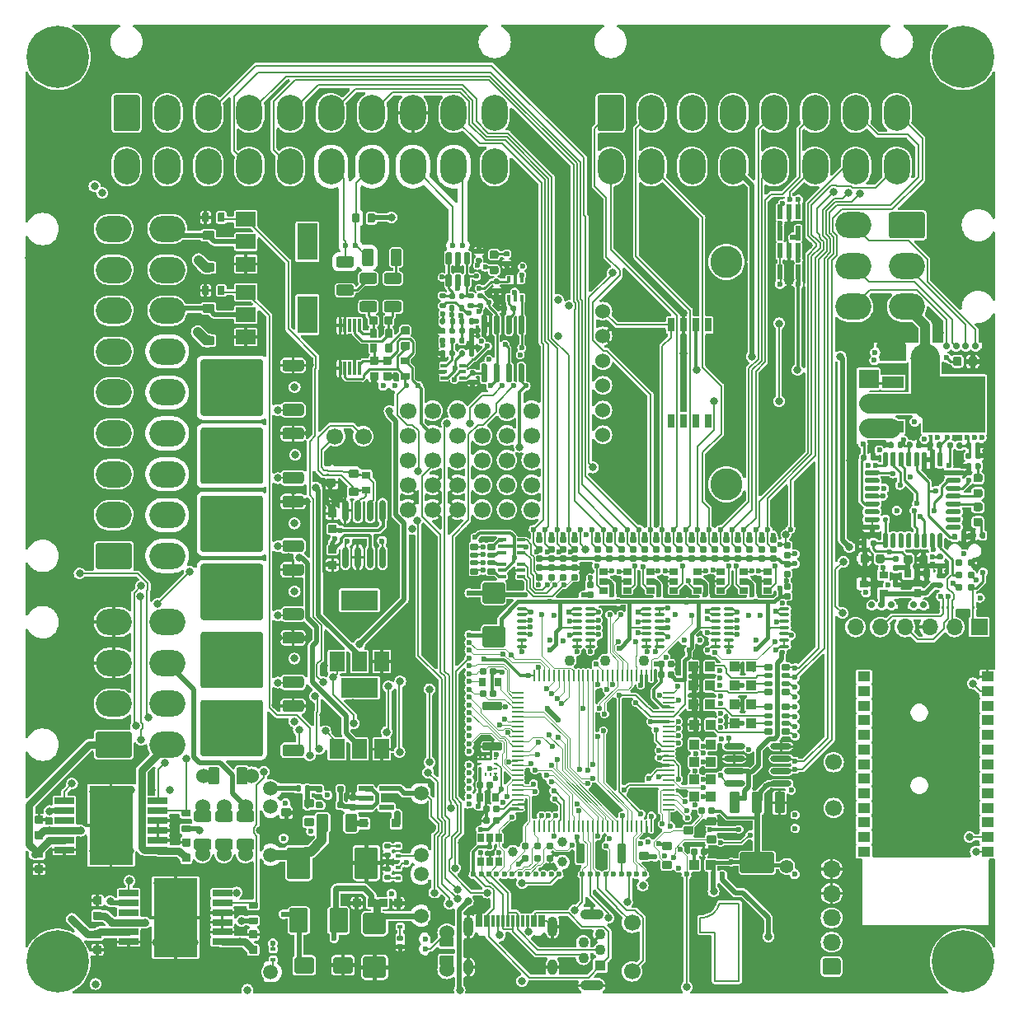
<source format=gtl>
G75*
G70*
%OFA0B0*%
%FSLAX25Y25*%
%IPPOS*%
%LPD*%
%AMOC8*
5,1,8,0,0,1.08239X$1,22.5*
%
%AMM1*
21,1,0.086610,0.073230,0.000000,0.000000,270.000000*
21,1,0.069290,0.090550,0.000000,0.000000,270.000000*
1,1,0.017320,-0.036610,-0.034650*
1,1,0.017320,-0.036610,0.034650*
1,1,0.017320,0.036610,0.034650*
1,1,0.017320,0.036610,-0.034650*
%
%AMM10*
21,1,0.015750,0.016540,0.000000,0.000000,270.000000*
21,1,0.012600,0.019680,0.000000,0.000000,270.000000*
1,1,0.003150,-0.008270,-0.006300*
1,1,0.003150,-0.008270,0.006300*
1,1,0.003150,0.008270,0.006300*
1,1,0.003150,0.008270,-0.006300*
%
%AMM11*
21,1,0.023620,0.018900,0.000000,0.000000,90.000000*
21,1,0.018900,0.023620,0.000000,0.000000,90.000000*
1,1,0.004720,0.009450,0.009450*
1,1,0.004720,0.009450,-0.009450*
1,1,0.004720,-0.009450,-0.009450*
1,1,0.004720,-0.009450,0.009450*
%
%AMM115*
21,1,0.021650,0.052760,0.000000,-0.000000,180.000000*
21,1,0.017320,0.057090,0.000000,-0.000000,180.000000*
1,1,0.004330,-0.008660,0.026380*
1,1,0.004330,0.008660,0.026380*
1,1,0.004330,0.008660,-0.026380*
1,1,0.004330,-0.008660,-0.026380*
%
%AMM12*
21,1,0.019680,0.019680,0.000000,0.000000,0.000000*
21,1,0.015750,0.023620,0.000000,0.000000,0.000000*
1,1,0.003940,0.007870,-0.009840*
1,1,0.003940,-0.007870,-0.009840*
1,1,0.003940,-0.007870,0.009840*
1,1,0.003940,0.007870,0.009840*
%
%AMM13*
21,1,0.019680,0.019680,0.000000,0.000000,270.000000*
21,1,0.015750,0.023620,0.000000,0.000000,270.000000*
1,1,0.003940,-0.009840,-0.007870*
1,1,0.003940,-0.009840,0.007870*
1,1,0.003940,0.009840,0.007870*
1,1,0.003940,0.009840,-0.007870*
%
%AMM183*
21,1,0.025590,0.026380,-0.000000,-0.000000,90.000000*
21,1,0.020470,0.031500,-0.000000,-0.000000,90.000000*
1,1,0.005120,0.013190,0.010240*
1,1,0.005120,0.013190,-0.010240*
1,1,0.005120,-0.013190,-0.010240*
1,1,0.005120,-0.013190,0.010240*
%
%AMM184*
21,1,0.017720,0.027950,-0.000000,-0.000000,90.000000*
21,1,0.014170,0.031500,-0.000000,-0.000000,90.000000*
1,1,0.003540,0.013980,0.007090*
1,1,0.003540,0.013980,-0.007090*
1,1,0.003540,-0.013980,-0.007090*
1,1,0.003540,-0.013980,0.007090*
%
%AMM185*
21,1,0.012600,0.028980,-0.000000,-0.000000,270.000000*
21,1,0.010080,0.031500,-0.000000,-0.000000,270.000000*
1,1,0.002520,-0.014490,-0.005040*
1,1,0.002520,-0.014490,0.005040*
1,1,0.002520,0.014490,0.005040*
1,1,0.002520,0.014490,-0.005040*
%
%AMM186*
21,1,0.023620,0.030710,-0.000000,-0.000000,0.000000*
21,1,0.018900,0.035430,-0.000000,-0.000000,0.000000*
1,1,0.004720,0.009450,-0.015350*
1,1,0.004720,-0.009450,-0.015350*
1,1,0.004720,-0.009450,0.015350*
1,1,0.004720,0.009450,0.015350*
%
%AMM187*
21,1,0.027560,0.018900,-0.000000,-0.000000,270.000000*
21,1,0.022840,0.023620,-0.000000,-0.000000,270.000000*
1,1,0.004720,-0.009450,-0.011420*
1,1,0.004720,-0.009450,0.011420*
1,1,0.004720,0.009450,0.011420*
1,1,0.004720,0.009450,-0.011420*
%
%AMM188*
21,1,0.031500,0.072440,-0.000000,-0.000000,270.000000*
21,1,0.025200,0.078740,-0.000000,-0.000000,270.000000*
1,1,0.006300,-0.036220,-0.012600*
1,1,0.006300,-0.036220,0.012600*
1,1,0.006300,0.036220,0.012600*
1,1,0.006300,0.036220,-0.012600*
%
%AMM189*
21,1,0.027560,0.018900,-0.000000,-0.000000,0.000000*
21,1,0.022840,0.023620,-0.000000,-0.000000,0.000000*
1,1,0.004720,0.011420,-0.009450*
1,1,0.004720,-0.011420,-0.009450*
1,1,0.004720,-0.011420,0.009450*
1,1,0.004720,0.011420,0.009450*
%
%AMM190*
21,1,0.023620,0.030710,-0.000000,-0.000000,90.000000*
21,1,0.018900,0.035430,-0.000000,-0.000000,90.000000*
1,1,0.004720,0.015350,0.009450*
1,1,0.004720,0.015350,-0.009450*
1,1,0.004720,-0.015350,-0.009450*
1,1,0.004720,-0.015350,0.009450*
%
%AMM191*
21,1,0.035430,0.030320,-0.000000,-0.000000,90.000000*
21,1,0.028350,0.037400,-0.000000,-0.000000,90.000000*
1,1,0.007090,0.015160,0.014170*
1,1,0.007090,0.015160,-0.014170*
1,1,0.007090,-0.015160,-0.014170*
1,1,0.007090,-0.015160,0.014170*
%
%AMM192*
21,1,0.043310,0.075980,-0.000000,-0.000000,180.000000*
21,1,0.034650,0.084650,-0.000000,-0.000000,180.000000*
1,1,0.008660,-0.017320,0.037990*
1,1,0.008660,0.017320,0.037990*
1,1,0.008660,0.017320,-0.037990*
1,1,0.008660,-0.017320,-0.037990*
%
%AMM193*
21,1,0.039370,0.035430,-0.000000,-0.000000,180.000000*
21,1,0.031500,0.043310,-0.000000,-0.000000,180.000000*
1,1,0.007870,-0.015750,0.017720*
1,1,0.007870,0.015750,0.017720*
1,1,0.007870,0.015750,-0.017720*
1,1,0.007870,-0.015750,-0.017720*
%
%AMM194*
21,1,0.027560,0.030710,-0.000000,-0.000000,180.000000*
21,1,0.022050,0.036220,-0.000000,-0.000000,180.000000*
1,1,0.005510,-0.011020,0.015350*
1,1,0.005510,0.011020,0.015350*
1,1,0.005510,0.011020,-0.015350*
1,1,0.005510,-0.011020,-0.015350*
%
%AMM195*
21,1,0.031500,0.072440,-0.000000,-0.000000,180.000000*
21,1,0.025200,0.078740,-0.000000,-0.000000,180.000000*
1,1,0.006300,-0.012600,0.036220*
1,1,0.006300,0.012600,0.036220*
1,1,0.006300,0.012600,-0.036220*
1,1,0.006300,-0.012600,-0.036220*
%
%AMM196*
21,1,0.137800,0.067720,-0.000000,-0.000000,180.000000*
21,1,0.120870,0.084650,-0.000000,-0.000000,180.000000*
1,1,0.016930,-0.060430,0.033860*
1,1,0.016930,0.060430,0.033860*
1,1,0.016930,0.060430,-0.033860*
1,1,0.016930,-0.060430,-0.033860*
%
%AMM197*
21,1,0.043310,0.075990,-0.000000,-0.000000,180.000000*
21,1,0.034650,0.084650,-0.000000,-0.000000,180.000000*
1,1,0.008660,-0.017320,0.037990*
1,1,0.008660,0.017320,0.037990*
1,1,0.008660,0.017320,-0.037990*
1,1,0.008660,-0.017320,-0.037990*
%
%AMM198*
21,1,0.086610,0.073230,-0.000000,-0.000000,270.000000*
21,1,0.069290,0.090550,-0.000000,-0.000000,270.000000*
1,1,0.017320,-0.036610,-0.034650*
1,1,0.017320,-0.036610,0.034650*
1,1,0.017320,0.036610,0.034650*
1,1,0.017320,0.036610,-0.034650*
%
%AMM2*
21,1,0.094490,0.111020,0.000000,0.000000,0.000000*
21,1,0.075590,0.129920,0.000000,0.000000,0.000000*
1,1,0.018900,0.037800,-0.055510*
1,1,0.018900,-0.037800,-0.055510*
1,1,0.018900,-0.037800,0.055510*
1,1,0.018900,0.037800,0.055510*
%
%AMM249*
21,1,0.035430,0.030320,0.000000,-0.000000,90.000000*
21,1,0.028350,0.037400,0.000000,-0.000000,90.000000*
1,1,0.007090,0.015160,0.014170*
1,1,0.007090,0.015160,-0.014170*
1,1,0.007090,-0.015160,-0.014170*
1,1,0.007090,-0.015160,0.014170*
%
%AMM250*
21,1,0.033470,0.026770,0.000000,-0.000000,270.000000*
21,1,0.026770,0.033470,0.000000,-0.000000,270.000000*
1,1,0.006690,-0.013390,-0.013390*
1,1,0.006690,-0.013390,0.013390*
1,1,0.006690,0.013390,0.013390*
1,1,0.006690,0.013390,-0.013390*
%
%AMM251*
21,1,0.027560,0.030710,0.000000,-0.000000,90.000000*
21,1,0.022050,0.036220,0.000000,-0.000000,90.000000*
1,1,0.005510,0.015350,0.011020*
1,1,0.005510,0.015350,-0.011020*
1,1,0.005510,-0.015350,-0.011020*
1,1,0.005510,-0.015350,0.011020*
%
%AMM3*
21,1,0.074800,0.083460,0.000000,0.000000,0.000000*
21,1,0.059840,0.098430,0.000000,0.000000,0.000000*
1,1,0.014960,0.029920,-0.041730*
1,1,0.014960,-0.029920,-0.041730*
1,1,0.014960,-0.029920,0.041730*
1,1,0.014960,0.029920,0.041730*
%
%AMM4*
21,1,0.078740,0.053540,0.000000,0.000000,180.000000*
21,1,0.065350,0.066930,0.000000,0.000000,180.000000*
1,1,0.013390,-0.032680,0.026770*
1,1,0.013390,0.032680,0.026770*
1,1,0.013390,0.032680,-0.026770*
1,1,0.013390,-0.032680,-0.026770*
%
%AMM5*
21,1,0.035430,0.030320,0.000000,0.000000,90.000000*
21,1,0.028350,0.037400,0.000000,0.000000,90.000000*
1,1,0.007090,0.015160,0.014170*
1,1,0.007090,0.015160,-0.014170*
1,1,0.007090,-0.015160,-0.014170*
1,1,0.007090,-0.015160,0.014170*
%
%AMM6*
21,1,0.021650,0.052760,0.000000,0.000000,270.000000*
21,1,0.017320,0.057090,0.000000,0.000000,270.000000*
1,1,0.004330,-0.026380,-0.008660*
1,1,0.004330,-0.026380,0.008660*
1,1,0.004330,0.026380,0.008660*
1,1,0.004330,0.026380,-0.008660*
%
%AMM7*
21,1,0.035830,0.026770,0.000000,0.000000,0.000000*
21,1,0.029130,0.033470,0.000000,0.000000,0.000000*
1,1,0.006690,0.014570,-0.013390*
1,1,0.006690,-0.014570,-0.013390*
1,1,0.006690,-0.014570,0.013390*
1,1,0.006690,0.014570,0.013390*
%
%AMM8*
21,1,0.070870,0.036220,0.000000,0.000000,90.000000*
21,1,0.061810,0.045280,0.000000,0.000000,90.000000*
1,1,0.009060,0.018110,0.030910*
1,1,0.009060,0.018110,-0.030910*
1,1,0.009060,-0.018110,-0.030910*
1,1,0.009060,-0.018110,0.030910*
%
%AMM9*
21,1,0.033470,0.026770,0.000000,0.000000,0.000000*
21,1,0.026770,0.033470,0.000000,0.000000,0.000000*
1,1,0.006690,0.013390,-0.013390*
1,1,0.006690,-0.013390,-0.013390*
1,1,0.006690,-0.013390,0.013390*
1,1,0.006690,0.013390,0.013390*
%
%ADD10C,0.00787*%
%ADD102C,0.07874*%
%ADD104C,0.01968*%
%ADD105C,0.01575*%
%ADD106M1*%
%ADD107M2*%
%ADD108M3*%
%ADD109M4*%
%ADD11O,0.10630X0.14567*%
%ADD110M5*%
%ADD111M6*%
%ADD112M7*%
%ADD113M8*%
%ADD114M9*%
%ADD115M10*%
%ADD116M11*%
%ADD117M12*%
%ADD118M13*%
%ADD119O,0.00787X0.40158*%
%ADD12C,0.06693*%
%ADD13C,0.02756*%
%ADD14C,0.11811*%
%ADD15R,0.11811X0.00984*%
%ADD150C,0.01850*%
%ADD151R,0.02559X0.01575*%
%ADD157R,0.01575X0.02559*%
%ADD16R,0.04331X0.00984*%
%ADD160R,0.03543X0.03150*%
%ADD162C,0.05118*%
%ADD164R,0.03150X0.03543*%
%ADD17R,0.03858X0.00984*%
%ADD172C,0.03100*%
%ADD175C,0.03900*%
%ADD18R,0.05709X0.00984*%
%ADD184O,0.04724X0.00866*%
%ADD185O,0.00866X0.04724*%
%ADD186O,0.04331X0.01181*%
%ADD189R,0.01378X0.00984*%
%ADD19R,0.00984X1.08661*%
%ADD190R,0.00984X0.01378*%
%ADD195O,0.08661X0.02362*%
%ADD20R,0.07677X0.00984*%
%ADD203C,0.00492*%
%ADD204C,0.01260*%
%ADD205C,0.05512*%
%ADD21R,0.03740X0.00984*%
%ADD22R,0.07874X0.05906*%
%ADD23R,0.07874X0.14961*%
%ADD24C,0.03150*%
%ADD25C,0.25197*%
%ADD26C,0.06000*%
%ADD269O,0.01968X0.00984*%
%ADD27O,0.07283X0.06693*%
%ADD270O,0.00984X0.01968*%
%ADD28R,0.05906X0.07874*%
%ADD29R,0.14961X0.07874*%
%ADD30C,0.02362*%
%ADD300M115*%
%ADD31R,0.24350X0.00984*%
%ADD310R,0.01181X0.05512*%
%ADD311R,0.08661X0.04724*%
%ADD312R,0.25197X0.22835*%
%ADD313R,0.07874X0.07500*%
%ADD314O,0.07874X0.07500*%
%ADD32R,0.04390X0.00984*%
%ADD33R,0.00984X0.56201*%
%ADD338O,0.02362X0.08661*%
%ADD34R,0.00984X0.59449*%
%ADD35R,0.20374X0.00984*%
%ADD36R,0.04331X0.04331*%
%ADD37C,0.04331*%
%ADD38O,0.09449X0.04331*%
%ADD39O,0.04823X0.00787*%
%ADD396M183*%
%ADD397M184*%
%ADD398M185*%
%ADD399M186*%
%ADD40O,0.00787X0.36614*%
%ADD400M187*%
%ADD401M188*%
%ADD402M189*%
%ADD403M190*%
%ADD404M191*%
%ADD405M192*%
%ADD406M193*%
%ADD407M194*%
%ADD408M195*%
%ADD409M196*%
%ADD41C,0.05906*%
%ADD410M197*%
%ADD411M198*%
%ADD42O,0.00787X0.12992*%
%ADD43O,0.00787X0.40157*%
%ADD44O,0.00787X0.01181*%
%ADD45O,0.66929X0.00787*%
%ADD46O,0.60630X0.00787*%
%ADD463M249*%
%ADD464M250*%
%ADD465M251*%
%ADD47O,0.00787X0.18898*%
%ADD48O,0.00787X0.10236*%
%ADD49O,0.00787X0.03937*%
%ADD50O,0.00787X0.05906*%
%ADD51O,0.22323X0.00787*%
%ADD52O,0.00787X0.43701*%
%ADD53O,0.01575X0.38583*%
%ADD54O,0.00984X0.01969*%
%ADD55O,0.26772X0.00787*%
%ADD56O,0.01969X0.00984*%
%ADD57O,0.14567X0.10630*%
%ADD58R,0.05118X0.03937*%
%ADD59R,0.07874X0.02559*%
%ADD60R,0.17717X0.31890*%
%ADD61R,0.00787X0.14567*%
%ADD62R,0.00787X0.01575*%
%ADD63R,0.00787X0.06299*%
%ADD64R,0.00787X0.38189*%
%ADD65R,0.00787X0.09055*%
%ADD66R,0.05512X0.00787*%
%ADD67R,0.25197X0.00787*%
%ADD68R,0.06693X0.00787*%
%ADD69R,0.12992X0.00787*%
%ADD70R,0.00787X0.27559*%
%ADD71R,0.00787X0.12992*%
%ADD72R,0.00787X0.24803*%
%ADD73R,0.01181X0.04528*%
%ADD74O,0.03937X0.08268*%
%ADD75O,0.03937X0.06299*%
%ADD76R,0.06693X0.06693*%
%ADD77O,0.06693X0.06693*%
%ADD78C,0.13000*%
%ADD79R,0.02717X0.05315*%
%ADD80C,0.01181*%
%ADD81C,0.03937*%
%ADD82C,0.01969*%
%ADD89C,0.00984*%
%ADD93C,0.00800*%
X0000000Y0000000D02*
%LPD*%
G01*
D10*
X0273622Y0025591D02*
X0273622Y0031496D01*
X0273622Y0025591D02*
X0279528Y0025591D01*
X0279528Y0025591D02*
X0279528Y0005906D01*
X0279528Y0005906D02*
X0289370Y0005906D01*
X0289370Y0037402D02*
X0281496Y0037402D01*
X0289370Y0005906D02*
X0289370Y0037402D01*
X0273622Y0031496D02*
G75*
G03*
X0281496Y0037402I0000309J0007791D01*
G01*
G36*
G01*
X0028583Y0040217D02*
X0031260Y0040217D01*
G75*
G02*
X0031594Y0039882I0000000J-000335D01*
G01*
X0031594Y0037205D01*
G75*
G02*
X0031260Y0036870I-000335J0000000D01*
G01*
X0028583Y0036870D01*
G75*
G02*
X0028248Y0037205I0000000J0000335D01*
G01*
X0028248Y0039882D01*
G75*
G02*
X0028583Y0040217I0000335J0000000D01*
G01*
G37*
G36*
G01*
X0028583Y0033996D02*
X0031260Y0033996D01*
G75*
G02*
X0031594Y0033661I0000000J-000335D01*
G01*
X0031594Y0030984D01*
G75*
G02*
X0031260Y0030650I-000335J0000000D01*
G01*
X0028583Y0030650D01*
G75*
G02*
X0028248Y0030984I0000000J0000335D01*
G01*
X0028248Y0033661D01*
G75*
G02*
X0028583Y0033996I0000335J0000000D01*
G01*
G37*
G36*
G01*
X0113386Y0155787D02*
X0113386Y0153031D01*
G75*
G02*
X0112402Y0152047I-000984J0000000D01*
G01*
X0105709Y0152047D01*
G75*
G02*
X0104724Y0153031I0000000J0000984D01*
G01*
X0104724Y0155787D01*
G75*
G02*
X0105709Y0156772I0000984J0000000D01*
G01*
X0112402Y0156772D01*
G75*
G02*
X0113386Y0155787I0000000J-000984D01*
G01*
G37*
G36*
G01*
X0096850Y0161811D02*
X0096850Y0152953D01*
G75*
G02*
X0095866Y0151969I-000984J0000000D01*
G01*
X0085827Y0151969D01*
G75*
G02*
X0084843Y0152953I0000000J0000984D01*
G01*
X0084843Y0161811D01*
G75*
G02*
X0085827Y0162795I0000984J0000000D01*
G01*
X0095866Y0162795D01*
G75*
G02*
X0096850Y0161811I0000000J-000984D01*
G01*
G37*
G36*
G01*
X0096850Y0173819D02*
X0096850Y0164961D01*
G75*
G02*
X0095866Y0163976I-000984J0000000D01*
G01*
X0085827Y0163976D01*
G75*
G02*
X0084843Y0164961I0000000J0000984D01*
G01*
X0084843Y0173819D01*
G75*
G02*
X0085827Y0174803I0000984J0000000D01*
G01*
X0095866Y0174803D01*
G75*
G02*
X0096850Y0173819I0000000J-000984D01*
G01*
G37*
G36*
G01*
X0096850Y0173819D02*
X0096850Y0152953D01*
G75*
G02*
X0095866Y0151969I-000984J0000000D01*
G01*
X0072638Y0151969D01*
G75*
G02*
X0071654Y0152953I0000000J0000984D01*
G01*
X0071654Y0173819D01*
G75*
G02*
X0072638Y0174803I0000984J0000000D01*
G01*
X0095866Y0174803D01*
G75*
G02*
X0096850Y0173819I0000000J-000984D01*
G01*
G37*
G36*
G01*
X0083661Y0161811D02*
X0083661Y0152953D01*
G75*
G02*
X0082677Y0151969I-000984J0000000D01*
G01*
X0072638Y0151969D01*
G75*
G02*
X0071654Y0152953I0000000J0000984D01*
G01*
X0071654Y0161811D01*
G75*
G02*
X0072638Y0162795I0000984J0000000D01*
G01*
X0082677Y0162795D01*
G75*
G02*
X0083661Y0161811I0000000J-000984D01*
G01*
G37*
G36*
G01*
X0083661Y0173819D02*
X0083661Y0164961D01*
G75*
G02*
X0082677Y0163976I-000984J0000000D01*
G01*
X0072638Y0163976D01*
G75*
G02*
X0071654Y0164961I0000000J0000984D01*
G01*
X0071654Y0173819D01*
G75*
G02*
X0072638Y0174803I0000984J0000000D01*
G01*
X0082677Y0174803D01*
G75*
G02*
X0083661Y0173819I0000000J-000984D01*
G01*
G37*
G36*
G01*
X0113386Y0173740D02*
X0113386Y0170984D01*
G75*
G02*
X0112402Y0170000I-000984J0000000D01*
G01*
X0105709Y0170000D01*
G75*
G02*
X0104724Y0170984I0000000J0000984D01*
G01*
X0104724Y0173740D01*
G75*
G02*
X0105709Y0174724I0000984J0000000D01*
G01*
X0112402Y0174724D01*
G75*
G02*
X0113386Y0173740I0000000J-000984D01*
G01*
G37*
G36*
G01*
X0232087Y0350886D02*
X0232087Y0363484D01*
G75*
G02*
X0233071Y0364469I0000984J0000000D01*
G01*
X0241732Y0364469D01*
G75*
G02*
X0242717Y0363484I0000000J-000984D01*
G01*
X0242717Y0350886D01*
G75*
G02*
X0241732Y0349902I-000984J0000000D01*
G01*
X0233071Y0349902D01*
G75*
G02*
X0232087Y0350886I0000000J0000984D01*
G01*
G37*
D11*
X0253937Y0357185D03*
X0270472Y0357185D03*
X0287008Y0357185D03*
X0303543Y0357185D03*
X0320079Y0357185D03*
X0336614Y0357185D03*
X0353150Y0357185D03*
X0237402Y0335531D03*
X0253937Y0335531D03*
X0270472Y0335531D03*
X0287008Y0335531D03*
X0303543Y0335531D03*
X0320079Y0335531D03*
X0336614Y0335531D03*
X0353150Y0335531D03*
D12*
X0327559Y0075984D03*
D13*
X0384941Y0262795D03*
X0373130Y0262795D03*
X0377067Y0262795D03*
X0381004Y0262795D03*
D14*
X0364665Y0257874D03*
D15*
X0350886Y0264272D03*
D16*
X0338287Y0156594D03*
D17*
X0355374Y0156594D03*
X0368366Y0156594D03*
D18*
X0388386Y0156594D03*
D19*
X0336614Y0210433D03*
X0390748Y0210433D03*
D20*
X0339961Y0264272D03*
D21*
X0389370Y0264272D03*
G36*
G01*
X0340650Y0193701D02*
X0345571Y0193701D01*
G75*
G02*
X0346063Y0193209I0000000J-000492D01*
G01*
X0346063Y0192224D01*
G75*
G02*
X0345571Y0191732I-000492J0000000D01*
G01*
X0340650Y0191732D01*
G75*
G02*
X0340157Y0192224I0000000J0000492D01*
G01*
X0340157Y0193209D01*
G75*
G02*
X0340650Y0193701I0000492J0000000D01*
G01*
G37*
G36*
G01*
X0351181Y0187106D02*
X0352165Y0187106D01*
G75*
G02*
X0352657Y0186614I0000000J-000492D01*
G01*
X0352657Y0181693D01*
G75*
G02*
X0352165Y0181201I-000492J0000000D01*
G01*
X0351181Y0181201D01*
G75*
G02*
X0350689Y0181693I0000000J0000492D01*
G01*
X0350689Y0186614D01*
G75*
G02*
X0351181Y0187106I0000492J0000000D01*
G01*
G37*
G36*
G01*
X0340650Y0190551D02*
X0345571Y0190551D01*
G75*
G02*
X0346063Y0190059I0000000J-000492D01*
G01*
X0346063Y0189075D01*
G75*
G02*
X0345571Y0188583I-000492J0000000D01*
G01*
X0340650Y0188583D01*
G75*
G02*
X0340157Y0189075I0000000J0000492D01*
G01*
X0340157Y0190059D01*
G75*
G02*
X0340650Y0190551I0000492J0000000D01*
G01*
G37*
G36*
G01*
X0350689Y0189272D02*
X0350689Y0190256D01*
G75*
G02*
X0351181Y0190748I0000492J0000000D01*
G01*
X0352165Y0190748D01*
G75*
G02*
X0352657Y0190256I0000000J-000492D01*
G01*
X0352657Y0189272D01*
G75*
G02*
X0352165Y0188780I-000492J0000000D01*
G01*
X0351181Y0188780D01*
G75*
G02*
X0350689Y0189272I0000000J0000492D01*
G01*
G37*
G36*
G01*
X0348031Y0193701D02*
X0349016Y0193701D01*
G75*
G02*
X0349508Y0193209I0000000J-000492D01*
G01*
X0349508Y0192224D01*
G75*
G02*
X0349016Y0191732I-000492J0000000D01*
G01*
X0348031Y0191732D01*
G75*
G02*
X0347539Y0192224I0000000J0000492D01*
G01*
X0347539Y0193209D01*
G75*
G02*
X0348031Y0193701I0000492J0000000D01*
G01*
G37*
G36*
G01*
X0348031Y0187106D02*
X0349016Y0187106D01*
G75*
G02*
X0349508Y0186614I0000000J-000492D01*
G01*
X0349508Y0181693D01*
G75*
G02*
X0349016Y0181201I-000492J0000000D01*
G01*
X0348031Y0181201D01*
G75*
G02*
X0347539Y0181693I0000000J0000492D01*
G01*
X0347539Y0186614D01*
G75*
G02*
X0348031Y0187106I0000492J0000000D01*
G01*
G37*
D13*
X0346949Y0158106D03*
X0350886Y0158106D03*
X0363862Y0158106D03*
X0359862Y0158106D03*
G36*
G01*
X0371752Y0156102D02*
X0371752Y0156102D01*
G75*
G02*
X0371260Y0156594I0000000J0000492D01*
G01*
X0371260Y0157579D01*
G75*
G02*
X0371752Y0158071I0000492J0000000D01*
G01*
X0371752Y0158071D01*
G75*
G02*
X0372244Y0157579I0000000J-000492D01*
G01*
X0372244Y0156594D01*
G75*
G02*
X0371752Y0156102I-000492J0000000D01*
G01*
G37*
G36*
G01*
X0373720Y0156102D02*
X0373720Y0156102D01*
G75*
G02*
X0373228Y0156594I0000000J0000492D01*
G01*
X0373228Y0157579D01*
G75*
G02*
X0373720Y0158071I0000492J0000000D01*
G01*
X0373720Y0158071D01*
G75*
G02*
X0374213Y0157579I0000000J-000492D01*
G01*
X0374213Y0156594D01*
G75*
G02*
X0373720Y0156102I-000492J0000000D01*
G01*
G37*
G36*
G01*
X0375689Y0156102D02*
X0375689Y0156102D01*
G75*
G02*
X0375197Y0156594I0000000J0000492D01*
G01*
X0375197Y0157579D01*
G75*
G02*
X0375689Y0158071I0000492J0000000D01*
G01*
X0375689Y0158071D01*
G75*
G02*
X0376181Y0157579I0000000J-000492D01*
G01*
X0376181Y0156594D01*
G75*
G02*
X0375689Y0156102I-000492J0000000D01*
G01*
G37*
G36*
G01*
X0383957Y0156102D02*
X0383957Y0156102D01*
G75*
G02*
X0383465Y0156594I0000000J0000492D01*
G01*
X0383465Y0157579D01*
G75*
G02*
X0383957Y0158071I0000492J0000000D01*
G01*
X0383957Y0158071D01*
G75*
G02*
X0384449Y0157579I0000000J-000492D01*
G01*
X0384449Y0156594D01*
G75*
G02*
X0383957Y0156102I-000492J0000000D01*
G01*
G37*
X0343012Y0158106D03*
G36*
G01*
X0036417Y0350886D02*
X0036417Y0363484D01*
G75*
G02*
X0037402Y0364469I0000984J0000000D01*
G01*
X0046063Y0364469D01*
G75*
G02*
X0047047Y0363484I0000000J-000984D01*
G01*
X0047047Y0350886D01*
G75*
G02*
X0046063Y0349902I-000984J0000000D01*
G01*
X0037402Y0349902D01*
G75*
G02*
X0036417Y0350886I0000000J0000984D01*
G01*
G37*
D11*
X0058268Y0357185D03*
X0074803Y0357185D03*
X0091339Y0357185D03*
X0107874Y0357185D03*
X0124409Y0357185D03*
X0140945Y0357185D03*
X0157480Y0357185D03*
X0174016Y0357185D03*
X0190551Y0357185D03*
X0041732Y0335531D03*
X0058268Y0335531D03*
X0074803Y0335531D03*
X0091339Y0335531D03*
X0107874Y0335531D03*
X0124409Y0335531D03*
X0140945Y0335531D03*
X0157480Y0335531D03*
X0174016Y0335531D03*
X0190551Y0335531D03*
G36*
G01*
X0113386Y0238465D02*
X0113386Y0235709D01*
G75*
G02*
X0112402Y0234724I-000984J0000000D01*
G01*
X0105709Y0234724D01*
G75*
G02*
X0104724Y0235709I0000000J0000984D01*
G01*
X0104724Y0238465D01*
G75*
G02*
X0105709Y0239449I0000984J0000000D01*
G01*
X0112402Y0239449D01*
G75*
G02*
X0113386Y0238465I0000000J-000984D01*
G01*
G37*
G36*
G01*
X0096850Y0244488D02*
X0096850Y0235630D01*
G75*
G02*
X0095866Y0234646I-000984J0000000D01*
G01*
X0085827Y0234646D01*
G75*
G02*
X0084843Y0235630I0000000J0000984D01*
G01*
X0084843Y0244488D01*
G75*
G02*
X0085827Y0245472I0000984J0000000D01*
G01*
X0095866Y0245472D01*
G75*
G02*
X0096850Y0244488I0000000J-000984D01*
G01*
G37*
G36*
G01*
X0096850Y0256496D02*
X0096850Y0247638D01*
G75*
G02*
X0095866Y0246654I-000984J0000000D01*
G01*
X0085827Y0246654D01*
G75*
G02*
X0084843Y0247638I0000000J0000984D01*
G01*
X0084843Y0256496D01*
G75*
G02*
X0085827Y0257480I0000984J0000000D01*
G01*
X0095866Y0257480D01*
G75*
G02*
X0096850Y0256496I0000000J-000984D01*
G01*
G37*
G36*
G01*
X0096850Y0256496D02*
X0096850Y0235630D01*
G75*
G02*
X0095866Y0234646I-000984J0000000D01*
G01*
X0072638Y0234646D01*
G75*
G02*
X0071654Y0235630I0000000J0000984D01*
G01*
X0071654Y0256496D01*
G75*
G02*
X0072638Y0257480I0000984J0000000D01*
G01*
X0095866Y0257480D01*
G75*
G02*
X0096850Y0256496I0000000J-000984D01*
G01*
G37*
G36*
G01*
X0083661Y0244488D02*
X0083661Y0235630D01*
G75*
G02*
X0082677Y0234646I-000984J0000000D01*
G01*
X0072638Y0234646D01*
G75*
G02*
X0071654Y0235630I0000000J0000984D01*
G01*
X0071654Y0244488D01*
G75*
G02*
X0072638Y0245472I0000984J0000000D01*
G01*
X0082677Y0245472D01*
G75*
G02*
X0083661Y0244488I0000000J-000984D01*
G01*
G37*
G36*
G01*
X0083661Y0256496D02*
X0083661Y0247638D01*
G75*
G02*
X0082677Y0246654I-000984J0000000D01*
G01*
X0072638Y0246654D01*
G75*
G02*
X0071654Y0247638I0000000J0000984D01*
G01*
X0071654Y0256496D01*
G75*
G02*
X0072638Y0257480I0000984J0000000D01*
G01*
X0082677Y0257480D01*
G75*
G02*
X0083661Y0256496I0000000J-000984D01*
G01*
G37*
G36*
G01*
X0113386Y0256417D02*
X0113386Y0253661D01*
G75*
G02*
X0112402Y0252677I-000984J0000000D01*
G01*
X0105709Y0252677D01*
G75*
G02*
X0104724Y0253661I0000000J0000984D01*
G01*
X0104724Y0256417D01*
G75*
G02*
X0105709Y0257402I0000984J0000000D01*
G01*
X0112402Y0257402D01*
G75*
G02*
X0113386Y0256417I0000000J-000984D01*
G01*
G37*
G36*
G01*
X0113386Y0210906D02*
X0113386Y0208150D01*
G75*
G02*
X0112402Y0207165I-000984J0000000D01*
G01*
X0105709Y0207165D01*
G75*
G02*
X0104724Y0208150I0000000J0000984D01*
G01*
X0104724Y0210906D01*
G75*
G02*
X0105709Y0211890I0000984J0000000D01*
G01*
X0112402Y0211890D01*
G75*
G02*
X0113386Y0210906I0000000J-000984D01*
G01*
G37*
G36*
G01*
X0096850Y0216929D02*
X0096850Y0208071D01*
G75*
G02*
X0095866Y0207087I-000984J0000000D01*
G01*
X0085827Y0207087D01*
G75*
G02*
X0084843Y0208071I0000000J0000984D01*
G01*
X0084843Y0216929D01*
G75*
G02*
X0085827Y0217913I0000984J0000000D01*
G01*
X0095866Y0217913D01*
G75*
G02*
X0096850Y0216929I0000000J-000984D01*
G01*
G37*
G36*
G01*
X0096850Y0228937D02*
X0096850Y0220079D01*
G75*
G02*
X0095866Y0219094I-000984J0000000D01*
G01*
X0085827Y0219094D01*
G75*
G02*
X0084843Y0220079I0000000J0000984D01*
G01*
X0084843Y0228937D01*
G75*
G02*
X0085827Y0229921I0000984J0000000D01*
G01*
X0095866Y0229921D01*
G75*
G02*
X0096850Y0228937I0000000J-000984D01*
G01*
G37*
G36*
G01*
X0096850Y0228937D02*
X0096850Y0208071D01*
G75*
G02*
X0095866Y0207087I-000984J0000000D01*
G01*
X0072638Y0207087D01*
G75*
G02*
X0071654Y0208071I0000000J0000984D01*
G01*
X0071654Y0228937D01*
G75*
G02*
X0072638Y0229921I0000984J0000000D01*
G01*
X0095866Y0229921D01*
G75*
G02*
X0096850Y0228937I0000000J-000984D01*
G01*
G37*
G36*
G01*
X0083661Y0216929D02*
X0083661Y0208071D01*
G75*
G02*
X0082677Y0207087I-000984J0000000D01*
G01*
X0072638Y0207087D01*
G75*
G02*
X0071654Y0208071I0000000J0000984D01*
G01*
X0071654Y0216929D01*
G75*
G02*
X0072638Y0217913I0000984J0000000D01*
G01*
X0082677Y0217913D01*
G75*
G02*
X0083661Y0216929I0000000J-000984D01*
G01*
G37*
G36*
G01*
X0083661Y0228937D02*
X0083661Y0220079D01*
G75*
G02*
X0082677Y0219094I-000984J0000000D01*
G01*
X0072638Y0219094D01*
G75*
G02*
X0071654Y0220079I0000000J0000984D01*
G01*
X0071654Y0228937D01*
G75*
G02*
X0072638Y0229921I0000984J0000000D01*
G01*
X0082677Y0229921D01*
G75*
G02*
X0083661Y0228937I0000000J-000984D01*
G01*
G37*
G36*
G01*
X0113386Y0228858D02*
X0113386Y0226102D01*
G75*
G02*
X0112402Y0225118I-000984J0000000D01*
G01*
X0105709Y0225118D01*
G75*
G02*
X0104724Y0226102I0000000J0000984D01*
G01*
X0104724Y0228858D01*
G75*
G02*
X0105709Y0229843I0000984J0000000D01*
G01*
X0112402Y0229843D01*
G75*
G02*
X0113386Y0228858I0000000J-000984D01*
G01*
G37*
D12*
X0125984Y0226378D03*
G36*
G01*
X0091575Y0026437D02*
X0094252Y0026437D01*
G75*
G02*
X0094587Y0026102I0000000J-000335D01*
G01*
X0094587Y0023425D01*
G75*
G02*
X0094252Y0023091I-000335J0000000D01*
G01*
X0091575Y0023091D01*
G75*
G02*
X0091240Y0023425I0000000J0000335D01*
G01*
X0091240Y0026102D01*
G75*
G02*
X0091575Y0026437I0000335J0000000D01*
G01*
G37*
G36*
G01*
X0091575Y0020217D02*
X0094252Y0020217D01*
G75*
G02*
X0094587Y0019882I0000000J-000335D01*
G01*
X0094587Y0017205D01*
G75*
G02*
X0094252Y0016870I-000335J0000000D01*
G01*
X0091575Y0016870D01*
G75*
G02*
X0091240Y0017205I0000000J0000335D01*
G01*
X0091240Y0019882D01*
G75*
G02*
X0091575Y0020217I0000335J0000000D01*
G01*
G37*
D22*
X0089961Y0314173D03*
X0089961Y0305118D03*
X0089961Y0296063D03*
D23*
X0114764Y0305118D03*
G36*
G01*
X0142057Y0316201D02*
X0142057Y0313130D01*
G75*
G02*
X0141781Y0312854I-000276J0000000D01*
G01*
X0139577Y0312854D01*
G75*
G02*
X0139301Y0313130I0000000J0000276D01*
G01*
X0139301Y0316201D01*
G75*
G02*
X0139577Y0316476I0000276J0000000D01*
G01*
X0141781Y0316476D01*
G75*
G02*
X0142057Y0316201I0000000J-000276D01*
G01*
G37*
G36*
G01*
X0135758Y0316201D02*
X0135758Y0313130D01*
G75*
G02*
X0135482Y0312854I-000276J0000000D01*
G01*
X0133278Y0312854D01*
G75*
G02*
X0133002Y0313130I0000000J0000276D01*
G01*
X0133002Y0316201D01*
G75*
G02*
X0133278Y0316476I0000276J0000000D01*
G01*
X0135482Y0316476D01*
G75*
G02*
X0135758Y0316201I0000000J-000276D01*
G01*
G37*
D12*
X0137402Y0226378D03*
G36*
G01*
X0064508Y0063681D02*
X0067185Y0063681D01*
G75*
G02*
X0067520Y0063346I0000000J-000335D01*
G01*
X0067520Y0060669D01*
G75*
G02*
X0067185Y0060335I-000335J0000000D01*
G01*
X0064508Y0060335D01*
G75*
G02*
X0064173Y0060669I0000000J0000335D01*
G01*
X0064173Y0063346D01*
G75*
G02*
X0064508Y0063681I0000335J0000000D01*
G01*
G37*
G36*
G01*
X0064508Y0057461D02*
X0067185Y0057461D01*
G75*
G02*
X0067520Y0057126I0000000J-000335D01*
G01*
X0067520Y0054449D01*
G75*
G02*
X0067185Y0054114I-000335J0000000D01*
G01*
X0064508Y0054114D01*
G75*
G02*
X0064173Y0054449I0000000J0000335D01*
G01*
X0064173Y0057126D01*
G75*
G02*
X0064508Y0057461I0000335J0000000D01*
G01*
G37*
D24*
X0004331Y0379921D03*
X0007098Y0386603D03*
X0007098Y0373240D03*
X0013780Y0389370D03*
D25*
X0013780Y0379921D03*
D24*
X0013780Y0370472D03*
X0020461Y0386603D03*
X0020461Y0373240D03*
X0023228Y0379921D03*
X0370472Y0379921D03*
X0373240Y0386603D03*
X0373240Y0373240D03*
X0379921Y0389370D03*
D25*
X0379921Y0379921D03*
D24*
X0379921Y0370472D03*
X0386603Y0386603D03*
X0386603Y0373240D03*
X0389370Y0379921D03*
D26*
X0072441Y0076575D03*
G36*
G01*
X0068898Y0071280D02*
X0068898Y0073996D01*
G75*
G02*
X0069803Y0074902I0000906J0000000D01*
G01*
X0075079Y0074902D01*
G75*
G02*
X0075984Y0073996I0000000J-000906D01*
G01*
X0075984Y0071280D01*
G75*
G02*
X0075079Y0070374I-000906J0000000D01*
G01*
X0069803Y0070374D01*
G75*
G02*
X0068898Y0071280I0000000J0000906D01*
G01*
G37*
G36*
G01*
X0068898Y0059862D02*
X0068898Y0062579D01*
G75*
G02*
X0069803Y0063484I0000906J0000000D01*
G01*
X0075079Y0063484D01*
G75*
G02*
X0075984Y0062579I0000000J-000906D01*
G01*
X0075984Y0059862D01*
G75*
G02*
X0075079Y0058957I-000906J0000000D01*
G01*
X0069803Y0058957D01*
G75*
G02*
X0068898Y0059862I0000000J0000906D01*
G01*
G37*
X0072441Y0057283D03*
G36*
G01*
X0004961Y0072894D02*
X0007638Y0072894D01*
G75*
G02*
X0007972Y0072559I0000000J-000335D01*
G01*
X0007972Y0069882D01*
G75*
G02*
X0007638Y0069547I-000335J0000000D01*
G01*
X0004961Y0069547D01*
G75*
G02*
X0004626Y0069882I0000000J0000335D01*
G01*
X0004626Y0072559D01*
G75*
G02*
X0004961Y0072894I0000335J0000000D01*
G01*
G37*
G36*
G01*
X0004961Y0066673D02*
X0007638Y0066673D01*
G75*
G02*
X0007972Y0066339I0000000J-000335D01*
G01*
X0007972Y0063661D01*
G75*
G02*
X0007638Y0063327I-000335J0000000D01*
G01*
X0004961Y0063327D01*
G75*
G02*
X0004626Y0063661I0000000J0000335D01*
G01*
X0004626Y0066339D01*
G75*
G02*
X0004961Y0066673I0000335J0000000D01*
G01*
G37*
G36*
G01*
X0329429Y0008465D02*
X0324114Y0008465D01*
G75*
G02*
X0323130Y0009449I0000000J0000984D01*
G01*
X0323130Y0014173D01*
G75*
G02*
X0324114Y0015157I0000984J0000000D01*
G01*
X0329429Y0015157D01*
G75*
G02*
X0330413Y0014173I0000000J-000984D01*
G01*
X0330413Y0009449D01*
G75*
G02*
X0329429Y0008465I-000984J0000000D01*
G01*
G37*
D27*
X0326772Y0021654D03*
X0326772Y0031496D03*
X0326772Y0041339D03*
X0326772Y0051181D03*
D28*
X0126772Y0135236D03*
X0135827Y0135236D03*
X0144882Y0135236D03*
D29*
X0135827Y0160039D03*
D12*
X0246063Y0029528D03*
D24*
X0004331Y0013780D03*
X0007098Y0020461D03*
X0007098Y0007098D03*
X0013780Y0023228D03*
D25*
X0013780Y0013780D03*
D24*
X0013780Y0004331D03*
X0020461Y0020461D03*
X0020461Y0007098D03*
X0023228Y0013780D03*
D30*
X0193602Y0246752D03*
X0188878Y0246752D03*
X0198327Y0246752D03*
X0203051Y0246752D03*
D31*
X0192549Y0304429D03*
D32*
X0168730Y0304429D03*
D33*
X0204232Y0276821D03*
D34*
X0167028Y0275197D03*
D35*
X0176722Y0245965D03*
D30*
X0177618Y0303543D03*
X0173681Y0303543D03*
D36*
X0233268Y0012205D03*
D37*
X0226378Y0015354D03*
X0233268Y0018504D03*
X0226378Y0021654D03*
X0233268Y0024803D03*
D38*
X0229823Y0004134D03*
X0229823Y0032874D03*
D26*
X0081102Y0076575D03*
G36*
G01*
X0077559Y0071280D02*
X0077559Y0073996D01*
G75*
G02*
X0078465Y0074902I0000906J0000000D01*
G01*
X0083740Y0074902D01*
G75*
G02*
X0084646Y0073996I0000000J-000906D01*
G01*
X0084646Y0071280D01*
G75*
G02*
X0083740Y0070374I-000906J0000000D01*
G01*
X0078465Y0070374D01*
G75*
G02*
X0077559Y0071280I0000000J0000906D01*
G01*
G37*
G36*
G01*
X0077559Y0059862D02*
X0077559Y0062579D01*
G75*
G02*
X0078465Y0063484I0000906J0000000D01*
G01*
X0083740Y0063484D01*
G75*
G02*
X0084646Y0062579I0000000J-000906D01*
G01*
X0084646Y0059862D01*
G75*
G02*
X0083740Y0058957I-000906J0000000D01*
G01*
X0078465Y0058957D01*
G75*
G02*
X0077559Y0059862I0000000J0000906D01*
G01*
G37*
X0081102Y0057283D03*
D30*
X0313287Y0287894D03*
D39*
X0305512Y0322933D03*
D40*
X0315650Y0305020D03*
X0303445Y0305020D03*
D30*
X0309547Y0287894D03*
X0305807Y0287894D03*
X0309744Y0322146D03*
X0313287Y0322146D03*
G36*
G01*
X0031260Y0016870D02*
X0028583Y0016870D01*
G75*
G02*
X0028248Y0017205I0000000J0000335D01*
G01*
X0028248Y0019882D01*
G75*
G02*
X0028583Y0020217I0000335J0000000D01*
G01*
X0031260Y0020217D01*
G75*
G02*
X0031594Y0019882I0000000J-000335D01*
G01*
X0031594Y0017205D01*
G75*
G02*
X0031260Y0016870I-000335J0000000D01*
G01*
G37*
G36*
G01*
X0031260Y0023091D02*
X0028583Y0023091D01*
G75*
G02*
X0028248Y0023425I0000000J0000335D01*
G01*
X0028248Y0026102D01*
G75*
G02*
X0028583Y0026437I0000335J0000000D01*
G01*
X0031260Y0026437D01*
G75*
G02*
X0031594Y0026102I0000000J-000335D01*
G01*
X0031594Y0023425D01*
G75*
G02*
X0031260Y0023091I-000335J0000000D01*
G01*
G37*
D41*
X0160925Y0081988D03*
X0160925Y0056791D03*
X0160925Y0049311D03*
X0160925Y0032382D03*
D30*
X0162697Y0022933D03*
X0162697Y0018996D03*
D42*
X0097343Y0066831D03*
D43*
X0097343Y0033366D03*
D44*
X0097343Y0005413D03*
D45*
X0130413Y0005217D03*
D46*
X0133563Y0086319D03*
D41*
X0160925Y0007776D03*
D44*
X0163484Y0086122D03*
D47*
X0163484Y0069587D03*
D48*
X0163484Y0040650D03*
D49*
X0163484Y0026870D03*
D50*
X0163484Y0013878D03*
D41*
X0099902Y0083760D03*
X0099902Y0076476D03*
X0099902Y0056988D03*
X0099902Y0009547D03*
G36*
G01*
X0113386Y0100669D02*
X0113386Y0097913D01*
G75*
G02*
X0112402Y0096929I-000984J0000000D01*
G01*
X0105709Y0096929D01*
G75*
G02*
X0104724Y0097913I0000000J0000984D01*
G01*
X0104724Y0100669D01*
G75*
G02*
X0105709Y0101654I0000984J0000000D01*
G01*
X0112402Y0101654D01*
G75*
G02*
X0113386Y0100669I0000000J-000984D01*
G01*
G37*
G36*
G01*
X0096850Y0106693D02*
X0096850Y0097835D01*
G75*
G02*
X0095866Y0096850I-000984J0000000D01*
G01*
X0085827Y0096850D01*
G75*
G02*
X0084843Y0097835I0000000J0000984D01*
G01*
X0084843Y0106693D01*
G75*
G02*
X0085827Y0107677I0000984J0000000D01*
G01*
X0095866Y0107677D01*
G75*
G02*
X0096850Y0106693I0000000J-000984D01*
G01*
G37*
G36*
G01*
X0096850Y0118701D02*
X0096850Y0109843D01*
G75*
G02*
X0095866Y0108858I-000984J0000000D01*
G01*
X0085827Y0108858D01*
G75*
G02*
X0084843Y0109843I0000000J0000984D01*
G01*
X0084843Y0118701D01*
G75*
G02*
X0085827Y0119685I0000984J0000000D01*
G01*
X0095866Y0119685D01*
G75*
G02*
X0096850Y0118701I0000000J-000984D01*
G01*
G37*
G36*
G01*
X0096850Y0118701D02*
X0096850Y0097835D01*
G75*
G02*
X0095866Y0096850I-000984J0000000D01*
G01*
X0072638Y0096850D01*
G75*
G02*
X0071654Y0097835I0000000J0000984D01*
G01*
X0071654Y0118701D01*
G75*
G02*
X0072638Y0119685I0000984J0000000D01*
G01*
X0095866Y0119685D01*
G75*
G02*
X0096850Y0118701I0000000J-000984D01*
G01*
G37*
G36*
G01*
X0083661Y0106693D02*
X0083661Y0097835D01*
G75*
G02*
X0082677Y0096850I-000984J0000000D01*
G01*
X0072638Y0096850D01*
G75*
G02*
X0071654Y0097835I0000000J0000984D01*
G01*
X0071654Y0106693D01*
G75*
G02*
X0072638Y0107677I0000984J0000000D01*
G01*
X0082677Y0107677D01*
G75*
G02*
X0083661Y0106693I0000000J-000984D01*
G01*
G37*
G36*
G01*
X0083661Y0118701D02*
X0083661Y0109843D01*
G75*
G02*
X0082677Y0108858I-000984J0000000D01*
G01*
X0072638Y0108858D01*
G75*
G02*
X0071654Y0109843I0000000J0000984D01*
G01*
X0071654Y0118701D01*
G75*
G02*
X0072638Y0119685I0000984J0000000D01*
G01*
X0082677Y0119685D01*
G75*
G02*
X0083661Y0118701I0000000J-000984D01*
G01*
G37*
G36*
G01*
X0113386Y0118622D02*
X0113386Y0115866D01*
G75*
G02*
X0112402Y0114882I-000984J0000000D01*
G01*
X0105709Y0114882D01*
G75*
G02*
X0104724Y0115866I0000000J0000984D01*
G01*
X0104724Y0118622D01*
G75*
G02*
X0105709Y0119606I0000984J0000000D01*
G01*
X0112402Y0119606D01*
G75*
G02*
X0113386Y0118622I0000000J-000984D01*
G01*
G37*
D51*
X0136860Y0214469D03*
D52*
X0147638Y0192913D03*
D53*
X0121654Y0190157D03*
D54*
X0121654Y0171949D03*
D55*
X0134498Y0171260D03*
D56*
X0121850Y0212697D03*
X0121850Y0210728D03*
D30*
X0125984Y0184941D03*
X0128051Y0188386D03*
X0131004Y0183760D03*
X0144980Y0184055D03*
D22*
X0089961Y0284646D03*
X0089961Y0275591D03*
X0089961Y0266535D03*
D23*
X0114764Y0275591D03*
G36*
G01*
X0064311Y0075236D02*
X0067382Y0075236D01*
G75*
G02*
X0067657Y0074961I0000000J-000276D01*
G01*
X0067657Y0072756D01*
G75*
G02*
X0067382Y0072480I-000276J0000000D01*
G01*
X0064311Y0072480D01*
G75*
G02*
X0064035Y0072756I0000000J0000276D01*
G01*
X0064035Y0074961D01*
G75*
G02*
X0064311Y0075236I0000276J0000000D01*
G01*
G37*
G36*
G01*
X0064311Y0068937D02*
X0067382Y0068937D01*
G75*
G02*
X0067657Y0068661I0000000J-000276D01*
G01*
X0067657Y0066457D01*
G75*
G02*
X0067382Y0066181I-000276J0000000D01*
G01*
X0064311Y0066181D01*
G75*
G02*
X0064035Y0066457I0000000J0000276D01*
G01*
X0064035Y0068661D01*
G75*
G02*
X0064311Y0068937I0000276J0000000D01*
G01*
G37*
G36*
G01*
X0042815Y0172638D02*
X0030217Y0172638D01*
G75*
G02*
X0029232Y0173622I0000000J0000984D01*
G01*
X0029232Y0182283D01*
G75*
G02*
X0030217Y0183268I0000984J0000000D01*
G01*
X0042815Y0183268D01*
G75*
G02*
X0043799Y0182283I0000000J-000984D01*
G01*
X0043799Y0173622D01*
G75*
G02*
X0042815Y0172638I-000984J0000000D01*
G01*
G37*
D57*
X0036516Y0194488D03*
X0036516Y0211024D03*
X0036516Y0227559D03*
X0036516Y0244094D03*
X0036516Y0260630D03*
X0036516Y0277165D03*
X0036516Y0293701D03*
X0036516Y0310236D03*
X0058169Y0177953D03*
X0058169Y0194488D03*
X0058169Y0211024D03*
X0058169Y0227559D03*
X0058169Y0244094D03*
X0058169Y0260630D03*
X0058169Y0277165D03*
X0058169Y0293701D03*
X0058169Y0310236D03*
G36*
G01*
X0113386Y0183346D02*
X0113386Y0180591D01*
G75*
G02*
X0112402Y0179606I-000984J0000000D01*
G01*
X0105709Y0179606D01*
G75*
G02*
X0104724Y0180591I0000000J0000984D01*
G01*
X0104724Y0183346D01*
G75*
G02*
X0105709Y0184331I0000984J0000000D01*
G01*
X0112402Y0184331D01*
G75*
G02*
X0113386Y0183346I0000000J-000984D01*
G01*
G37*
G36*
G01*
X0096850Y0189370D02*
X0096850Y0180512D01*
G75*
G02*
X0095866Y0179528I-000984J0000000D01*
G01*
X0085827Y0179528D01*
G75*
G02*
X0084843Y0180512I0000000J0000984D01*
G01*
X0084843Y0189370D01*
G75*
G02*
X0085827Y0190354I0000984J0000000D01*
G01*
X0095866Y0190354D01*
G75*
G02*
X0096850Y0189370I0000000J-000984D01*
G01*
G37*
G36*
G01*
X0096850Y0201378D02*
X0096850Y0192520D01*
G75*
G02*
X0095866Y0191535I-000984J0000000D01*
G01*
X0085827Y0191535D01*
G75*
G02*
X0084843Y0192520I0000000J0000984D01*
G01*
X0084843Y0201378D01*
G75*
G02*
X0085827Y0202362I0000984J0000000D01*
G01*
X0095866Y0202362D01*
G75*
G02*
X0096850Y0201378I0000000J-000984D01*
G01*
G37*
G36*
G01*
X0096850Y0201378D02*
X0096850Y0180512D01*
G75*
G02*
X0095866Y0179528I-000984J0000000D01*
G01*
X0072638Y0179528D01*
G75*
G02*
X0071654Y0180512I0000000J0000984D01*
G01*
X0071654Y0201378D01*
G75*
G02*
X0072638Y0202362I0000984J0000000D01*
G01*
X0095866Y0202362D01*
G75*
G02*
X0096850Y0201378I0000000J-000984D01*
G01*
G37*
G36*
G01*
X0083661Y0189370D02*
X0083661Y0180512D01*
G75*
G02*
X0082677Y0179528I-000984J0000000D01*
G01*
X0072638Y0179528D01*
G75*
G02*
X0071654Y0180512I0000000J0000984D01*
G01*
X0071654Y0189370D01*
G75*
G02*
X0072638Y0190354I0000984J0000000D01*
G01*
X0082677Y0190354D01*
G75*
G02*
X0083661Y0189370I0000000J-000984D01*
G01*
G37*
G36*
G01*
X0083661Y0201378D02*
X0083661Y0192520D01*
G75*
G02*
X0082677Y0191535I-000984J0000000D01*
G01*
X0072638Y0191535D01*
G75*
G02*
X0071654Y0192520I0000000J0000984D01*
G01*
X0071654Y0201378D01*
G75*
G02*
X0072638Y0202362I0000984J0000000D01*
G01*
X0082677Y0202362D01*
G75*
G02*
X0083661Y0201378I0000000J-000984D01*
G01*
G37*
G36*
G01*
X0113386Y0201299D02*
X0113386Y0198543D01*
G75*
G02*
X0112402Y0197559I-000984J0000000D01*
G01*
X0105709Y0197559D01*
G75*
G02*
X0104724Y0198543I0000000J0000984D01*
G01*
X0104724Y0201299D01*
G75*
G02*
X0105709Y0202283I0000984J0000000D01*
G01*
X0112402Y0202283D01*
G75*
G02*
X0113386Y0201299I0000000J-000984D01*
G01*
G37*
D58*
X0389764Y0058268D03*
X0389764Y0064173D03*
X0389764Y0070079D03*
X0389764Y0075984D03*
X0389764Y0081890D03*
X0389764Y0087795D03*
X0389764Y0093701D03*
X0389764Y0099606D03*
X0389764Y0105512D03*
X0389764Y0111417D03*
X0389764Y0117323D03*
X0389764Y0123228D03*
X0389764Y0129134D03*
X0339764Y0129134D03*
X0339764Y0123228D03*
X0339764Y0117323D03*
X0339764Y0111417D03*
X0339764Y0105512D03*
X0339764Y0099606D03*
X0339764Y0093701D03*
X0339764Y0087795D03*
X0339764Y0081890D03*
X0339764Y0075984D03*
X0339764Y0070079D03*
X0339764Y0064173D03*
X0339764Y0058268D03*
G36*
G01*
X0350886Y0317126D02*
X0363484Y0317126D01*
G75*
G02*
X0364469Y0316142I0000000J-000984D01*
G01*
X0364469Y0307480D01*
G75*
G02*
X0363484Y0306496I-000984J0000000D01*
G01*
X0350886Y0306496D01*
G75*
G02*
X0349902Y0307480I0000000J0000984D01*
G01*
X0349902Y0316142D01*
G75*
G02*
X0350886Y0317126I0000984J0000000D01*
G01*
G37*
D57*
X0357185Y0295276D03*
X0357185Y0278740D03*
X0335531Y0311811D03*
X0335531Y0295276D03*
X0335531Y0278740D03*
G36*
G01*
X0072244Y0283898D02*
X0072244Y0286969D01*
G75*
G02*
X0072520Y0287244I0000276J0000000D01*
G01*
X0074724Y0287244D01*
G75*
G02*
X0075000Y0286969I0000000J-000276D01*
G01*
X0075000Y0283898D01*
G75*
G02*
X0074724Y0283622I-000276J0000000D01*
G01*
X0072520Y0283622D01*
G75*
G02*
X0072244Y0283898I0000000J0000276D01*
G01*
G37*
G36*
G01*
X0078543Y0283898D02*
X0078543Y0286969D01*
G75*
G02*
X0078819Y0287244I0000276J0000000D01*
G01*
X0081024Y0287244D01*
G75*
G02*
X0081299Y0286969I0000000J-000276D01*
G01*
X0081299Y0283898D01*
G75*
G02*
X0081024Y0283622I-000276J0000000D01*
G01*
X0078819Y0283622D01*
G75*
G02*
X0078543Y0283898I0000000J0000276D01*
G01*
G37*
D26*
X0089764Y0076575D03*
G36*
G01*
X0086220Y0071280D02*
X0086220Y0073996D01*
G75*
G02*
X0087126Y0074902I0000906J0000000D01*
G01*
X0092402Y0074902D01*
G75*
G02*
X0093307Y0073996I0000000J-000906D01*
G01*
X0093307Y0071280D01*
G75*
G02*
X0092402Y0070374I-000906J0000000D01*
G01*
X0087126Y0070374D01*
G75*
G02*
X0086220Y0071280I0000000J0000906D01*
G01*
G37*
G36*
G01*
X0086220Y0059862D02*
X0086220Y0062579D01*
G75*
G02*
X0087126Y0063484I0000906J0000000D01*
G01*
X0092402Y0063484D01*
G75*
G02*
X0093307Y0062579I0000000J-000906D01*
G01*
X0093307Y0059862D01*
G75*
G02*
X0092402Y0058957I-000906J0000000D01*
G01*
X0087126Y0058957D01*
G75*
G02*
X0086220Y0059862I0000000J0000906D01*
G01*
G37*
X0089764Y0057283D03*
D12*
X0155512Y0196693D03*
X0155512Y0206693D03*
X0155512Y0216693D03*
X0155512Y0226693D03*
X0155512Y0236693D03*
X0165512Y0196693D03*
X0165512Y0206693D03*
X0165512Y0216693D03*
X0165512Y0226693D03*
X0165512Y0236693D03*
X0175512Y0196693D03*
X0175512Y0206693D03*
X0175512Y0216693D03*
X0175512Y0226693D03*
X0175512Y0236693D03*
X0246063Y0009843D03*
D26*
X0171160Y0025491D03*
G36*
G01*
X0168699Y0023699D02*
X0173621Y0023699D01*
G75*
G02*
X0174014Y0023306I0000000J-000394D01*
G01*
X0174014Y0020156D01*
G75*
G02*
X0173621Y0019762I-000394J0000000D01*
G01*
X0168699Y0019762D01*
G75*
G02*
X0168306Y0020156I0000000J0000394D01*
G01*
X0168306Y0023306D01*
G75*
G02*
X0168699Y0023699I0000394J0000000D01*
G01*
G37*
G36*
G01*
X0168699Y0016219D02*
X0173621Y0016219D01*
G75*
G02*
X0174014Y0015825I0000000J-000394D01*
G01*
X0174014Y0012676D01*
G75*
G02*
X0173621Y0012282I-000394J0000000D01*
G01*
X0168699Y0012282D01*
G75*
G02*
X0168306Y0012676I0000000J0000394D01*
G01*
X0168306Y0015825D01*
G75*
G02*
X0168699Y0016219I0000394J0000000D01*
G01*
G37*
X0171160Y0010491D03*
G36*
G01*
X0072244Y0313425D02*
X0072244Y0316496D01*
G75*
G02*
X0072520Y0316772I0000276J0000000D01*
G01*
X0074724Y0316772D01*
G75*
G02*
X0075000Y0316496I0000000J-000276D01*
G01*
X0075000Y0313425D01*
G75*
G02*
X0074724Y0313150I-000276J0000000D01*
G01*
X0072520Y0313150D01*
G75*
G02*
X0072244Y0313425I0000000J0000276D01*
G01*
G37*
G36*
G01*
X0078543Y0313425D02*
X0078543Y0316496D01*
G75*
G02*
X0078819Y0316772I0000276J0000000D01*
G01*
X0081024Y0316772D01*
G75*
G02*
X0081299Y0316496I0000000J-000276D01*
G01*
X0081299Y0313425D01*
G75*
G02*
X0081024Y0313150I-000276J0000000D01*
G01*
X0078819Y0313150D01*
G75*
G02*
X0078543Y0313425I0000000J0000276D01*
G01*
G37*
G36*
G01*
X0076811Y0292913D02*
X0072795Y0292913D01*
G75*
G02*
X0072441Y0293268I0000000J0000354D01*
G01*
X0072441Y0296102D01*
G75*
G02*
X0072795Y0296457I0000354J0000000D01*
G01*
X0076811Y0296457D01*
G75*
G02*
X0077165Y0296102I0000000J-000354D01*
G01*
X0077165Y0293268D01*
G75*
G02*
X0076811Y0292913I-000354J0000000D01*
G01*
G37*
G36*
G01*
X0076811Y0305906D02*
X0072795Y0305906D01*
G75*
G02*
X0072441Y0306260I0000000J0000354D01*
G01*
X0072441Y0309094D01*
G75*
G02*
X0072795Y0309449I0000354J0000000D01*
G01*
X0076811Y0309449D01*
G75*
G02*
X0077165Y0309094I0000000J-000354D01*
G01*
X0077165Y0306260D01*
G75*
G02*
X0076811Y0305906I-000354J0000000D01*
G01*
G37*
D59*
X0016535Y0078740D03*
X0016535Y0074803D03*
X0016535Y0070866D03*
X0016535Y0066929D03*
X0016535Y0062992D03*
X0016535Y0059055D03*
X0054331Y0059055D03*
X0054331Y0062992D03*
X0054331Y0066929D03*
X0054331Y0070866D03*
X0054331Y0074803D03*
X0054331Y0078740D03*
D60*
X0035433Y0068898D03*
D59*
X0042618Y0041496D03*
X0042618Y0037559D03*
X0042618Y0033622D03*
X0042618Y0029685D03*
X0042618Y0025748D03*
X0042618Y0021811D03*
X0080413Y0021811D03*
X0080413Y0025748D03*
X0080413Y0029685D03*
X0080413Y0033622D03*
X0080413Y0037559D03*
X0080413Y0041496D03*
D60*
X0061516Y0031654D03*
G36*
G01*
X0042815Y0096260D02*
X0030217Y0096260D01*
G75*
G02*
X0029232Y0097244I0000000J0000984D01*
G01*
X0029232Y0105906D01*
G75*
G02*
X0030217Y0106890I0000984J0000000D01*
G01*
X0042815Y0106890D01*
G75*
G02*
X0043799Y0105906I0000000J-000984D01*
G01*
X0043799Y0097244D01*
G75*
G02*
X0042815Y0096260I-000984J0000000D01*
G01*
G37*
D57*
X0036516Y0118110D03*
X0036516Y0134646D03*
X0036516Y0151181D03*
X0058169Y0101575D03*
X0058169Y0118110D03*
X0058169Y0134646D03*
X0058169Y0151181D03*
D12*
X0327559Y0094488D03*
D30*
X0180315Y0162992D03*
X0180315Y0146063D03*
X0180315Y0142913D03*
X0180315Y0139764D03*
X0180315Y0136614D03*
X0180315Y0133465D03*
X0180315Y0130315D03*
X0180315Y0127165D03*
X0180315Y0124016D03*
X0180315Y0120866D03*
X0180315Y0117717D03*
X0180315Y0114567D03*
X0180315Y0111417D03*
X0180315Y0108268D03*
X0180315Y0105118D03*
X0180315Y0101969D03*
X0180315Y0098819D03*
X0180315Y0093307D03*
X0180315Y0090158D03*
X0180315Y0087008D03*
X0180315Y0083858D03*
X0180315Y0080709D03*
X0180315Y0077559D03*
D61*
X0312598Y0058465D03*
D62*
X0312598Y0070472D03*
D61*
X0312598Y0082480D03*
D63*
X0312598Y0100000D03*
D64*
X0312598Y0153740D03*
D65*
X0312598Y0185236D03*
D66*
X0305512Y0189370D03*
D67*
X0297244Y0048425D03*
D68*
X0273425Y0048425D03*
D69*
X0259646Y0048425D03*
D66*
X0221260Y0048425D03*
D67*
X0191732Y0189370D03*
D70*
X0179528Y0061811D03*
D62*
X0179528Y0096063D03*
D71*
X0179528Y0154528D03*
D72*
X0179528Y0177362D03*
D30*
X0181890Y0049213D03*
X0185039Y0049213D03*
X0188189Y0049213D03*
X0191339Y0049213D03*
X0194488Y0049213D03*
X0197638Y0049213D03*
X0200787Y0049213D03*
X0203937Y0049213D03*
X0207087Y0049213D03*
X0210236Y0049213D03*
X0213386Y0049213D03*
X0216535Y0049213D03*
X0225984Y0049213D03*
X0229134Y0049213D03*
X0232283Y0049213D03*
X0235433Y0049213D03*
X0238583Y0049213D03*
X0241732Y0049213D03*
X0244882Y0049213D03*
X0248032Y0049213D03*
X0251181Y0049213D03*
X0268110Y0049213D03*
X0278740Y0049213D03*
X0282677Y0049213D03*
X0311811Y0049213D03*
X0206299Y0188583D03*
X0211024Y0188583D03*
X0215748Y0188583D03*
X0220472Y0188583D03*
X0225197Y0188583D03*
X0229921Y0188583D03*
X0234646Y0188583D03*
X0239370Y0188583D03*
X0244094Y0188583D03*
X0248819Y0188583D03*
X0253543Y0188583D03*
X0258268Y0188583D03*
X0262992Y0188583D03*
X0267717Y0188583D03*
X0272441Y0188583D03*
X0277165Y0188583D03*
X0281890Y0188583D03*
X0286614Y0188583D03*
X0291339Y0188583D03*
X0296063Y0188583D03*
X0300787Y0188583D03*
X0310236Y0188583D03*
X0311811Y0178740D03*
X0311811Y0174803D03*
X0311811Y0132677D03*
X0311811Y0128740D03*
X0311811Y0124803D03*
X0311811Y0120866D03*
X0311811Y0116929D03*
X0311811Y0112992D03*
X0311811Y0109055D03*
X0311811Y0105118D03*
X0311811Y0094882D03*
X0311811Y0091732D03*
X0311811Y0073228D03*
X0311811Y0067717D03*
G36*
G01*
X0113386Y0128228D02*
X0113386Y0125472D01*
G75*
G02*
X0112402Y0124488I-000984J0000000D01*
G01*
X0105709Y0124488D01*
G75*
G02*
X0104724Y0125472I0000000J0000984D01*
G01*
X0104724Y0128228D01*
G75*
G02*
X0105709Y0129213I0000984J0000000D01*
G01*
X0112402Y0129213D01*
G75*
G02*
X0113386Y0128228I0000000J-000984D01*
G01*
G37*
G36*
G01*
X0096850Y0134252D02*
X0096850Y0125394D01*
G75*
G02*
X0095866Y0124409I-000984J0000000D01*
G01*
X0085827Y0124409D01*
G75*
G02*
X0084843Y0125394I0000000J0000984D01*
G01*
X0084843Y0134252D01*
G75*
G02*
X0085827Y0135236I0000984J0000000D01*
G01*
X0095866Y0135236D01*
G75*
G02*
X0096850Y0134252I0000000J-000984D01*
G01*
G37*
G36*
G01*
X0096850Y0146260D02*
X0096850Y0137402D01*
G75*
G02*
X0095866Y0136417I-000984J0000000D01*
G01*
X0085827Y0136417D01*
G75*
G02*
X0084843Y0137402I0000000J0000984D01*
G01*
X0084843Y0146260D01*
G75*
G02*
X0085827Y0147244I0000984J0000000D01*
G01*
X0095866Y0147244D01*
G75*
G02*
X0096850Y0146260I0000000J-000984D01*
G01*
G37*
G36*
G01*
X0096850Y0146260D02*
X0096850Y0125394D01*
G75*
G02*
X0095866Y0124409I-000984J0000000D01*
G01*
X0072638Y0124409D01*
G75*
G02*
X0071654Y0125394I0000000J0000984D01*
G01*
X0071654Y0146260D01*
G75*
G02*
X0072638Y0147244I0000984J0000000D01*
G01*
X0095866Y0147244D01*
G75*
G02*
X0096850Y0146260I0000000J-000984D01*
G01*
G37*
G36*
G01*
X0083661Y0134252D02*
X0083661Y0125394D01*
G75*
G02*
X0082677Y0124409I-000984J0000000D01*
G01*
X0072638Y0124409D01*
G75*
G02*
X0071654Y0125394I0000000J0000984D01*
G01*
X0071654Y0134252D01*
G75*
G02*
X0072638Y0135236I0000984J0000000D01*
G01*
X0082677Y0135236D01*
G75*
G02*
X0083661Y0134252I0000000J-000984D01*
G01*
G37*
G36*
G01*
X0083661Y0146260D02*
X0083661Y0137402D01*
G75*
G02*
X0082677Y0136417I-000984J0000000D01*
G01*
X0072638Y0136417D01*
G75*
G02*
X0071654Y0137402I0000000J0000984D01*
G01*
X0071654Y0146260D01*
G75*
G02*
X0072638Y0147244I0000984J0000000D01*
G01*
X0082677Y0147244D01*
G75*
G02*
X0083661Y0146260I0000000J-000984D01*
G01*
G37*
G36*
G01*
X0113386Y0146181D02*
X0113386Y0143425D01*
G75*
G02*
X0112402Y0142441I-000984J0000000D01*
G01*
X0105709Y0142441D01*
G75*
G02*
X0104724Y0143425I0000000J0000984D01*
G01*
X0104724Y0146181D01*
G75*
G02*
X0105709Y0147165I0000984J0000000D01*
G01*
X0112402Y0147165D01*
G75*
G02*
X0113386Y0146181I0000000J-000984D01*
G01*
G37*
D73*
X0183661Y0030197D03*
X0186811Y0030197D03*
X0191929Y0030197D03*
X0195866Y0030197D03*
X0197835Y0030197D03*
X0201772Y0030197D03*
X0206890Y0030197D03*
X0210039Y0030197D03*
X0208858Y0030197D03*
X0205709Y0030197D03*
X0203740Y0030197D03*
X0199803Y0030197D03*
X0193898Y0030197D03*
X0189961Y0030197D03*
X0187992Y0030197D03*
X0184843Y0030197D03*
D74*
X0179843Y0027972D03*
D75*
X0179843Y0011516D03*
D74*
X0213858Y0027972D03*
D75*
X0213858Y0011516D03*
D24*
X0370472Y0013780D03*
X0373240Y0020461D03*
X0373240Y0007098D03*
X0379921Y0023228D03*
D25*
X0379921Y0013780D03*
D24*
X0379921Y0004331D03*
X0386603Y0020461D03*
X0386603Y0007098D03*
X0389370Y0013780D03*
D30*
X0150098Y0246752D03*
X0145374Y0246752D03*
X0154823Y0246752D03*
X0159547Y0246752D03*
D31*
X0149045Y0304429D03*
D32*
X0125226Y0304429D03*
D33*
X0160728Y0276821D03*
D34*
X0123524Y0275197D03*
D35*
X0133219Y0245965D03*
D30*
X0134114Y0303543D03*
X0130177Y0303543D03*
D26*
X0073031Y0088976D03*
G36*
G01*
X0078327Y0085433D02*
X0075610Y0085433D01*
G75*
G02*
X0074705Y0086339I0000000J0000906D01*
G01*
X0074705Y0091614D01*
G75*
G02*
X0075610Y0092520I0000906J0000000D01*
G01*
X0078327Y0092520D01*
G75*
G02*
X0079232Y0091614I0000000J-000906D01*
G01*
X0079232Y0086339D01*
G75*
G02*
X0078327Y0085433I-000906J0000000D01*
G01*
G37*
G36*
G01*
X0089744Y0085433D02*
X0087028Y0085433D01*
G75*
G02*
X0086122Y0086339I0000000J0000906D01*
G01*
X0086122Y0091614D01*
G75*
G02*
X0087028Y0092520I0000906J0000000D01*
G01*
X0089744Y0092520D01*
G75*
G02*
X0090650Y0091614I0000000J-000906D01*
G01*
X0090650Y0086339D01*
G75*
G02*
X0089744Y0085433I-000906J0000000D01*
G01*
G37*
X0092323Y0088976D03*
G36*
G01*
X0076811Y0263386D02*
X0072795Y0263386D01*
G75*
G02*
X0072441Y0263740I0000000J0000354D01*
G01*
X0072441Y0266575D01*
G75*
G02*
X0072795Y0266929I0000354J0000000D01*
G01*
X0076811Y0266929D01*
G75*
G02*
X0077165Y0266575I0000000J-000354D01*
G01*
X0077165Y0263740D01*
G75*
G02*
X0076811Y0263386I-000354J0000000D01*
G01*
G37*
G36*
G01*
X0076811Y0276378D02*
X0072795Y0276378D01*
G75*
G02*
X0072441Y0276732I0000000J0000354D01*
G01*
X0072441Y0279567D01*
G75*
G02*
X0072795Y0279921I0000354J0000000D01*
G01*
X0076811Y0279921D01*
G75*
G02*
X0077165Y0279567I0000000J-000354D01*
G01*
X0077165Y0276732D01*
G75*
G02*
X0076811Y0276378I-000354J0000000D01*
G01*
G37*
D76*
X0386417Y0149213D03*
D77*
X0376417Y0149213D03*
X0366417Y0149213D03*
X0356417Y0149213D03*
X0346417Y0149213D03*
X0336417Y0149213D03*
G36*
G01*
X0091378Y0037992D02*
X0094449Y0037992D01*
G75*
G02*
X0094724Y0037717I0000000J-000276D01*
G01*
X0094724Y0035512D01*
G75*
G02*
X0094449Y0035236I-000276J0000000D01*
G01*
X0091378Y0035236D01*
G75*
G02*
X0091102Y0035512I0000000J0000276D01*
G01*
X0091102Y0037717D01*
G75*
G02*
X0091378Y0037992I0000276J0000000D01*
G01*
G37*
G36*
G01*
X0091378Y0031693D02*
X0094449Y0031693D01*
G75*
G02*
X0094724Y0031417I0000000J-000276D01*
G01*
X0094724Y0029213D01*
G75*
G02*
X0094449Y0028937I-000276J0000000D01*
G01*
X0091378Y0028937D01*
G75*
G02*
X0091102Y0029213I0000000J0000276D01*
G01*
X0091102Y0031417D01*
G75*
G02*
X0091378Y0031693I0000276J0000000D01*
G01*
G37*
D28*
X0126772Y0099803D03*
X0135827Y0099803D03*
X0144882Y0099803D03*
D29*
X0135827Y0124606D03*
D78*
X0284265Y0296969D03*
X0284265Y0206969D03*
D79*
X0276863Y0271427D03*
X0276863Y0232677D03*
X0271863Y0232677D03*
X0266863Y0232677D03*
X0261863Y0232677D03*
D26*
X0234265Y0276969D03*
D79*
X0261863Y0271427D03*
X0266863Y0271427D03*
D26*
X0234265Y0266969D03*
D79*
X0271863Y0271427D03*
D26*
X0234265Y0256969D03*
X0234265Y0246969D03*
X0234265Y0236969D03*
X0234265Y0226969D03*
G36*
G01*
X0007638Y0049547D02*
X0004961Y0049547D01*
G75*
G02*
X0004626Y0049882I0000000J0000335D01*
G01*
X0004626Y0052559D01*
G75*
G02*
X0004961Y0052894I0000335J0000000D01*
G01*
X0007638Y0052894D01*
G75*
G02*
X0007972Y0052559I0000000J-000335D01*
G01*
X0007972Y0049882D01*
G75*
G02*
X0007638Y0049547I-000335J0000000D01*
G01*
G37*
G36*
G01*
X0007638Y0055768D02*
X0004961Y0055768D01*
G75*
G02*
X0004626Y0056102I0000000J0000335D01*
G01*
X0004626Y0058780D01*
G75*
G02*
X0004961Y0059114I0000335J0000000D01*
G01*
X0007638Y0059114D01*
G75*
G02*
X0007972Y0058780I0000000J-000335D01*
G01*
X0007972Y0056102D01*
G75*
G02*
X0007638Y0055768I-000335J0000000D01*
G01*
G37*
D12*
X0185512Y0196693D03*
X0185512Y0206693D03*
X0185512Y0216693D03*
X0185512Y0226693D03*
X0185512Y0236693D03*
X0195512Y0196693D03*
X0195512Y0206693D03*
X0195512Y0216693D03*
X0195512Y0226693D03*
X0195512Y0236693D03*
X0205512Y0196693D03*
X0205512Y0206693D03*
X0205512Y0216693D03*
X0205512Y0226693D03*
X0205512Y0236693D03*
D24*
X0090157Y0321654D03*
X0252756Y0320866D03*
X0140157Y0217717D03*
X0307480Y0346063D03*
X0299606Y0225984D03*
X0096850Y0296063D03*
X0155906Y0095276D03*
X0061417Y0046063D03*
X0035827Y0082677D03*
X0143307Y0308661D03*
X0022047Y0346457D03*
X0094094Y0013386D03*
X0035433Y0020472D03*
X0031299Y0331693D03*
X0048425Y0046457D03*
X0391339Y0267717D03*
X0316142Y0205118D03*
X0007032Y0132040D03*
X0028346Y0058661D03*
X0027559Y0049606D03*
X0258268Y0046063D03*
X0314961Y0100000D03*
X0004724Y0265748D03*
X0277559Y0346063D03*
X0061417Y0021654D03*
X0144144Y0142590D03*
X0130315Y0242913D03*
X0364173Y0003937D03*
X0083465Y0290157D03*
X0024803Y0002756D03*
X0201575Y0308268D03*
X0207087Y0013386D03*
X0054331Y0045669D03*
X0168110Y0308661D03*
X0311024Y0238189D03*
X0261811Y0349213D03*
X0124409Y0142913D03*
X0389370Y0360236D03*
X0208661Y0003937D03*
X0108661Y0232283D03*
X0026181Y0306890D03*
X0028346Y0082677D03*
X0115354Y0227559D03*
X0250000Y0277165D03*
X0310236Y0003937D03*
X0099213Y0387402D03*
X0053543Y0021654D03*
X0176772Y0177165D03*
X0386614Y0294094D03*
X0305155Y0200787D03*
X0190157Y0002756D03*
X0164173Y0158268D03*
X0166142Y0037795D03*
X0194488Y0321260D03*
X0004724Y0230709D03*
X0264173Y0298031D03*
X0329528Y0346063D03*
X0114569Y0200000D03*
X0022835Y0273228D03*
X0006299Y0361417D03*
X0183071Y0021260D03*
X0231102Y0288976D03*
X0003150Y0216535D03*
X0123622Y0167717D03*
X0391339Y0154331D03*
X0315748Y0063386D03*
X0101969Y0117717D03*
X0066142Y0287795D03*
X0053543Y0012992D03*
X0346063Y0267323D03*
X0102362Y0227559D03*
X0035827Y0058661D03*
X0095669Y0066929D03*
X0119685Y0290157D03*
X0338976Y0004331D03*
X0305512Y0191535D03*
X0378346Y0094882D03*
X0125197Y0309843D03*
X0069291Y0021654D03*
X0177397Y0096694D03*
X0081890Y0270472D03*
X0315354Y0033465D03*
X0224803Y0354331D03*
X0271654Y0387402D03*
X0087008Y0025984D03*
X0082677Y0300000D03*
X0070079Y0318898D03*
X0245669Y0286220D03*
X0097638Y0313780D03*
X0051969Y0083071D03*
X0116142Y0115945D03*
X0032677Y0008268D03*
X0187008Y0013386D03*
X0009843Y0078740D03*
X0165748Y0014567D03*
X0043701Y0083071D03*
X0151575Y0135039D03*
X0163780Y0272047D03*
X0003937Y0032677D03*
X0190157Y0202756D03*
X0288583Y0319685D03*
X0156299Y0133071D03*
X0026378Y0143307D03*
X0131890Y0349213D03*
X0011024Y0195276D03*
X0200394Y0203150D03*
X0104331Y0261614D03*
X0266929Y0259843D03*
X0219291Y0046457D03*
X0061417Y0012992D03*
X0218504Y0315748D03*
X0150394Y0188583D03*
X0038189Y0046457D03*
X0138583Y0118110D03*
X0164173Y0247244D03*
X0011024Y0055118D03*
X0314961Y0138189D03*
X0150394Y0169291D03*
X0108661Y0149213D03*
X0107087Y0177443D03*
X0239370Y0212205D03*
X0334252Y0388583D03*
X0380709Y0153543D03*
X0096457Y0266535D03*
X0054724Y0053937D03*
X0242126Y0246063D03*
X0266863Y0276378D03*
X0314567Y0184252D03*
X0070472Y0346850D03*
X0005512Y0165354D03*
X0102165Y0200000D03*
X0381496Y0140945D03*
X0027559Y0161417D03*
X0218898Y0024016D03*
X0331890Y0107480D03*
X0177165Y0061811D03*
X0354331Y0081890D03*
X0102362Y0177559D03*
X0102362Y0172047D03*
X0029921Y0043307D03*
X0121654Y0133465D03*
X0206299Y0321260D03*
X0314567Y0170079D03*
X0114961Y0144488D03*
X0370472Y0131890D03*
X0004331Y0321260D03*
X0337008Y0266929D03*
X0207480Y0255118D03*
X0345257Y0345504D03*
X0333071Y0262992D03*
X0022835Y0083071D03*
X0219685Y0002756D03*
X0003543Y0252362D03*
X0333465Y0170079D03*
X0118898Y0263386D03*
X0356693Y0267323D03*
X0186220Y0308661D03*
X0348622Y0154528D03*
X0109055Y0121654D03*
X0053731Y0373394D03*
X0245669Y0229921D03*
X0094488Y0005906D03*
X0047638Y0252362D03*
X0351575Y0267323D03*
X0132714Y0167514D03*
X0333071Y0128346D03*
X0074803Y0046850D03*
X0370472Y0268110D03*
X0215354Y0386614D03*
X0155118Y0308268D03*
X0355512Y0132283D03*
X0206299Y0292520D03*
X0043307Y0058661D03*
X0159843Y0319291D03*
X0172028Y0386176D03*
X0315354Y0087402D03*
X0334252Y0216535D03*
X0043701Y0050394D03*
X0068898Y0012992D03*
X0388583Y0340945D03*
X0229921Y0321260D03*
X0328346Y0085827D03*
X0165212Y0348874D03*
X0102362Y0255315D03*
X0307087Y0216142D03*
X0164173Y0139764D03*
X0163780Y0295276D03*
X0046063Y0301969D03*
X0109055Y0204331D03*
X0303543Y0045669D03*
X0142126Y0106693D03*
X0165891Y0026829D03*
X0089764Y0050787D03*
X0350787Y0115748D03*
X0248031Y0259449D03*
X0103150Y0144882D03*
X0061614Y0063583D03*
X0025197Y0038583D03*
X0242126Y0314567D03*
X0315354Y0077953D03*
X0165354Y0068110D03*
X0286614Y0275197D03*
X0004724Y0194882D03*
X0176378Y0151181D03*
X0133071Y0118504D03*
X0200394Y0352756D03*
X0057087Y0386614D03*
X0317581Y0303605D03*
X0315748Y0070472D03*
X0079528Y0016929D03*
X0044094Y0012992D03*
X0389764Y0133858D03*
X0033858Y0160630D03*
X0121260Y0113583D03*
X0002362Y0298425D03*
X0012205Y0346457D03*
X0165354Y0174409D03*
X0083901Y0003870D03*
X0129134Y0217717D03*
X0096457Y0284646D03*
X0020472Y0049606D03*
X0273228Y0045669D03*
X0034252Y0165354D03*
X0115748Y0255315D03*
X0329134Y0003543D03*
X0010630Y0066929D03*
X0023130Y0066772D03*
X0049213Y0029528D03*
X0035433Y0029921D03*
X0019603Y0031020D03*
X0087402Y0021878D03*
X0200682Y0222065D03*
X0272047Y0253150D03*
X0331102Y0154856D03*
X0331549Y0175622D03*
X0312992Y0253150D03*
X0175390Y0042964D03*
X0230315Y0213780D03*
X0238189Y0292480D03*
X0250394Y0044488D03*
X0383858Y0126378D03*
X0166339Y0041732D03*
X0244060Y0037992D03*
X0070472Y0268504D03*
X0070866Y0297638D03*
X0029134Y0004724D03*
X0148819Y0314961D03*
X0330315Y0258661D03*
X0294488Y0258661D03*
X0333959Y0181496D03*
X0086453Y0108192D03*
X0078388Y0108310D03*
X0092126Y0140551D03*
X0087008Y0135433D03*
X0077953Y0171260D03*
X0077953Y0164567D03*
X0077953Y0190551D03*
X0074400Y0196555D03*
X0073819Y0226181D03*
X0078150Y0221850D03*
X0078346Y0250000D03*
X0074410Y0253937D03*
X0111469Y0177362D03*
X0118307Y0205611D03*
X0135827Y0142126D03*
X0148031Y0236614D03*
X0192520Y0024409D03*
X0204308Y0025927D03*
X0174606Y0051693D03*
X0301181Y0024016D03*
X0268110Y0003543D03*
X0180640Y0231565D03*
X0173031Y0075984D03*
X0171260Y0231496D03*
X0187498Y0041711D03*
X0159449Y0212205D03*
X0175392Y0039224D03*
X0159133Y0192280D03*
X0097215Y0090643D03*
X0172244Y0037205D03*
X0163651Y0090352D03*
X0042913Y0046457D03*
X0164173Y0094488D03*
X0164173Y0124016D03*
X0152362Y0127165D03*
X0152041Y0098663D03*
X0065748Y0096063D03*
X0121260Y0126772D03*
X0050394Y0112598D03*
X0022754Y0170839D03*
X0122047Y0107087D03*
X0125197Y0128740D03*
X0133577Y0110257D03*
X0045461Y0109196D03*
X0047624Y0165748D03*
X0147638Y0125197D03*
X0146831Y0106693D03*
X0047343Y0161445D03*
X0047638Y0103543D03*
X0117908Y0121160D03*
X0119685Y0100000D03*
X0115748Y0097244D03*
X0057087Y0094096D03*
X0019685Y0085827D03*
X0086220Y0041732D03*
X0216142Y0281496D03*
X0220609Y0279073D03*
X0216367Y0266904D03*
X0176378Y0002362D03*
X0090551Y0002362D03*
X0279046Y0042208D03*
X0071260Y0066929D03*
X0010655Y0074692D03*
X0179722Y0038209D03*
X0035039Y0038189D03*
X0088189Y0030315D03*
X0059055Y0083071D03*
X0067323Y0171654D03*
X0054331Y0158661D03*
X0157087Y0188976D03*
X0305512Y0272047D03*
X0279134Y0240551D03*
X0305512Y0240551D03*
X0028740Y0327559D03*
X0333465Y0325000D03*
X0031890Y0324803D03*
X0338189Y0324409D03*
X0109449Y0111024D03*
X0109632Y0136431D03*
X0109670Y0163558D03*
X0109670Y0191117D03*
X0109867Y0218873D03*
X0109670Y0246235D03*
X0102756Y0237008D03*
X0102953Y0209421D03*
X0102953Y0181852D03*
X0102953Y0153915D03*
X0102953Y0126734D03*
X0111417Y0107482D03*
X0222789Y0034646D03*
X0382480Y0064173D03*
X0236614Y0031496D03*
X0385039Y0058268D03*
X0327552Y0325189D03*
X0201575Y0005906D03*
X0201575Y0045669D03*
D10*
X0211634Y0030197D02*
X0213858Y0027972D01*
X0208858Y0030197D02*
X0211634Y0030197D01*
D24*
X0006299Y0065000D02*
X0008228Y0066929D01*
X0022972Y0066929D02*
X0023130Y0066772D01*
X0016535Y0066929D02*
X0010630Y0066929D01*
X0008228Y0066929D02*
X0010630Y0066929D01*
X0016535Y0066929D02*
X0022972Y0066929D01*
X0002362Y0077337D02*
X0026600Y0101575D01*
X0010138Y0062626D02*
X0004914Y0057402D01*
X0002362Y0061378D02*
X0002362Y0077337D01*
X0006299Y0057441D02*
X0002362Y0061378D01*
X0016535Y0062992D02*
X0010138Y0062992D01*
X0004914Y0057402D02*
X0004429Y0057402D01*
X0010138Y0062992D02*
X0010138Y0062626D01*
X0026600Y0101575D02*
X0036516Y0101575D01*
X0048720Y0059055D02*
X0047835Y0059941D01*
X0047835Y0091240D02*
X0058169Y0101575D01*
X0054331Y0059055D02*
X0054724Y0058661D01*
X0054331Y0059055D02*
X0048720Y0059055D01*
X0054724Y0058661D02*
X0062972Y0058661D01*
X0062972Y0058661D02*
X0065846Y0055787D01*
X0047835Y0059941D02*
X0047835Y0091240D01*
X0033032Y0032323D02*
X0035433Y0029921D01*
X0042618Y0029685D02*
X0049055Y0029685D01*
X0029921Y0032323D02*
X0033032Y0032323D01*
X0035669Y0029685D02*
X0035433Y0029921D01*
X0049055Y0029685D02*
X0049213Y0029528D01*
X0042618Y0029685D02*
X0035669Y0029685D01*
X0025859Y0024764D02*
X0019603Y0031020D01*
X0029921Y0024764D02*
X0025859Y0024764D01*
X0030906Y0025748D02*
X0029921Y0024764D01*
X0042618Y0025748D02*
X0030906Y0025748D01*
X0087335Y0021811D02*
X0087402Y0021878D01*
X0089579Y0021878D02*
X0087402Y0021878D01*
X0080413Y0021811D02*
X0087335Y0021811D01*
X0092913Y0018543D02*
X0089579Y0021878D01*
D80*
X0160728Y0245571D02*
X0160728Y0231476D01*
D10*
X0328346Y0172420D02*
X0331549Y0175622D01*
X0328346Y0157612D02*
X0328346Y0172420D01*
D80*
X0160728Y0231476D02*
X0165512Y0226693D01*
X0313287Y0287894D02*
X0313287Y0253445D01*
X0159547Y0246752D02*
X0160728Y0245571D01*
X0271863Y0253334D02*
X0271863Y0271427D01*
D10*
X0331102Y0154856D02*
X0328346Y0157612D01*
D80*
X0313287Y0253445D02*
X0312992Y0253150D01*
X0203051Y0246752D02*
X0200682Y0244383D01*
X0200682Y0244383D02*
X0200682Y0222065D01*
X0272047Y0253150D02*
X0271863Y0253334D01*
D10*
X0170472Y0129114D02*
X0170472Y0072851D01*
X0238189Y0291926D02*
X0228680Y0282416D01*
X0172047Y0064944D02*
X0170669Y0063566D01*
X0389764Y0123228D02*
X0387008Y0123228D01*
X0228680Y0215415D02*
X0230315Y0213780D01*
X0168701Y0186493D02*
X0168701Y0130886D01*
X0170669Y0047684D02*
X0175390Y0042964D01*
X0165512Y0216693D02*
X0165512Y0214649D01*
X0170472Y0072851D02*
X0172047Y0071276D01*
X0161181Y0210318D02*
X0161181Y0194013D01*
X0168701Y0130886D02*
X0170472Y0129114D01*
X0161181Y0194013D02*
X0168701Y0186493D01*
X0387008Y0123228D02*
X0383858Y0126378D01*
X0170669Y0063566D02*
X0170669Y0047684D01*
X0228680Y0282416D02*
X0228680Y0215415D01*
X0172047Y0071276D02*
X0172047Y0064944D01*
X0238189Y0292480D02*
X0238189Y0291926D01*
X0165512Y0214649D02*
X0161181Y0210318D01*
X0160925Y0081988D02*
X0162166Y0081988D01*
X0166040Y0042086D02*
X0166339Y0041787D01*
X0164961Y0079193D02*
X0164961Y0072517D01*
X0166040Y0064783D02*
X0166040Y0042086D01*
X0244882Y0038814D02*
X0244060Y0037992D01*
X0162166Y0081988D02*
X0164961Y0079193D01*
X0167913Y0069564D02*
X0167913Y0066657D01*
X0166339Y0041787D02*
X0166339Y0041732D01*
X0167913Y0066657D02*
X0166040Y0064783D01*
X0244882Y0049213D02*
X0244882Y0038814D01*
X0164961Y0072517D02*
X0167913Y0069564D01*
D81*
X0073819Y0294685D02*
X0070866Y0297638D01*
X0074803Y0265157D02*
X0073819Y0265157D01*
X0073819Y0265157D02*
X0070472Y0268504D01*
X0074803Y0294685D02*
X0073819Y0294685D01*
D82*
X0074803Y0307677D02*
X0060728Y0307677D01*
X0060728Y0307677D02*
X0058169Y0310236D01*
X0077362Y0305118D02*
X0074803Y0307677D01*
X0089961Y0305118D02*
X0077362Y0305118D01*
X0074803Y0278150D02*
X0059154Y0278150D01*
X0059154Y0278150D02*
X0058169Y0277165D01*
X0077362Y0275591D02*
X0074803Y0278150D01*
X0089961Y0275591D02*
X0077362Y0275591D01*
X0140974Y0314961D02*
X0140679Y0314665D01*
X0148819Y0314961D02*
X0140974Y0314961D01*
D10*
X0224546Y0280704D02*
X0224546Y0277443D01*
X0224546Y0277443D02*
X0224409Y0277306D01*
X0223819Y0336743D02*
X0223819Y0281431D01*
X0091339Y0357185D02*
X0106201Y0372047D01*
X0223819Y0281431D02*
X0224546Y0280704D01*
X0188515Y0372047D02*
X0223819Y0336743D01*
X0224409Y0277306D02*
X0224409Y0203543D01*
X0106201Y0372047D02*
X0188515Y0372047D01*
X0224409Y0203543D02*
X0239370Y0188583D01*
X0320079Y0357185D02*
X0313780Y0350886D01*
X0306910Y0324311D02*
X0302264Y0324311D01*
X0296063Y0193307D02*
X0291339Y0188583D01*
X0313780Y0350886D02*
X0313780Y0331181D01*
X0296063Y0252720D02*
X0296063Y0193307D01*
X0299803Y0321850D02*
X0299803Y0256460D01*
X0313780Y0331181D02*
X0306910Y0324311D01*
X0299803Y0256460D02*
X0296063Y0252720D01*
X0302264Y0324311D02*
X0299803Y0321850D01*
X0322047Y0304675D02*
X0321299Y0305423D01*
X0318701Y0219114D02*
X0318701Y0299157D01*
X0328612Y0327748D02*
X0328749Y0327610D01*
X0318701Y0319956D02*
X0326492Y0327748D01*
X0300787Y0188583D02*
X0300787Y0201201D01*
X0326492Y0327748D02*
X0328612Y0327748D01*
X0335115Y0326969D02*
X0344587Y0326969D01*
X0322047Y0302503D02*
X0322047Y0304675D01*
X0300787Y0201201D02*
X0318701Y0219114D01*
X0321299Y0305423D02*
X0321299Y0305455D01*
X0321299Y0305455D02*
X0318701Y0308053D01*
X0318701Y0308053D02*
X0318701Y0319956D01*
X0318701Y0299157D02*
X0322047Y0302503D01*
X0344587Y0326969D02*
X0353150Y0335531D01*
X0334474Y0327610D02*
X0335115Y0326969D01*
X0328749Y0327610D02*
X0334474Y0327610D01*
X0317323Y0219685D02*
X0297441Y0199803D01*
X0317323Y0299727D02*
X0317323Y0219685D01*
X0319921Y0304852D02*
X0320669Y0304104D01*
X0297441Y0199803D02*
X0297441Y0189961D01*
X0319921Y0304884D02*
X0319921Y0304852D01*
X0320669Y0304104D02*
X0320669Y0303074D01*
X0317323Y0320527D02*
X0317323Y0307482D01*
X0317323Y0307482D02*
X0319921Y0304884D01*
X0332327Y0335531D02*
X0317323Y0320527D01*
X0297441Y0189961D02*
X0296063Y0188583D01*
X0336614Y0335531D02*
X0332327Y0335531D01*
X0320669Y0303074D02*
X0317323Y0299727D01*
X0328937Y0307529D02*
X0328189Y0308277D01*
X0327264Y0309234D02*
X0327264Y0314420D01*
X0363484Y0346850D02*
X0353150Y0357185D01*
X0311811Y0091732D02*
X0315032Y0091732D01*
X0326870Y0103570D02*
X0326870Y0297582D01*
X0328189Y0308277D02*
X0328189Y0308309D01*
X0330952Y0318108D02*
X0351251Y0318108D01*
X0315032Y0091732D02*
X0326870Y0103570D01*
X0327264Y0314420D02*
X0330952Y0318108D01*
X0351251Y0318108D02*
X0363484Y0330342D01*
X0328937Y0299649D02*
X0328937Y0307529D01*
X0326870Y0297582D02*
X0328937Y0299649D01*
X0328189Y0308309D02*
X0327264Y0309234D01*
X0363484Y0330342D02*
X0363484Y0346850D01*
X0326811Y0307738D02*
X0325886Y0308663D01*
X0325886Y0308663D02*
X0325886Y0316902D01*
X0327559Y0306958D02*
X0326811Y0307706D01*
X0350517Y0319880D02*
X0361713Y0331076D01*
X0325886Y0316902D02*
X0328863Y0319880D01*
X0325098Y0104304D02*
X0325098Y0297759D01*
X0361713Y0331076D02*
X0361713Y0344193D01*
X0311811Y0094882D02*
X0315676Y0094882D01*
X0325098Y0297759D02*
X0327559Y0300220D01*
X0328863Y0319880D02*
X0350517Y0319880D01*
X0357480Y0348425D02*
X0345374Y0348425D01*
X0345374Y0348425D02*
X0336614Y0357185D01*
X0361713Y0344193D02*
X0357480Y0348425D01*
X0315676Y0094882D02*
X0325098Y0104304D01*
X0327559Y0300220D02*
X0327559Y0306958D01*
X0326811Y0307706D02*
X0326811Y0307738D01*
D82*
X0333959Y0181496D02*
X0331102Y0184352D01*
X0294488Y0258661D02*
X0294488Y0328051D01*
X0331102Y0257874D02*
X0330315Y0258661D01*
X0331102Y0184352D02*
X0331102Y0257874D01*
X0294488Y0328051D02*
X0287008Y0335531D01*
D10*
X0294685Y0253290D02*
X0294685Y0196654D01*
X0294685Y0196654D02*
X0286614Y0188583D01*
X0298425Y0330413D02*
X0298425Y0257031D01*
X0298425Y0257031D02*
X0294685Y0253290D01*
X0303543Y0335531D02*
X0298425Y0330413D01*
X0188889Y0373622D02*
X0094882Y0373622D01*
X0225197Y0282002D02*
X0225197Y0337314D01*
X0225924Y0281275D02*
X0225197Y0282002D01*
X0085039Y0363780D02*
X0085039Y0341831D01*
X0085039Y0341831D02*
X0091339Y0335531D01*
X0225197Y0337314D02*
X0188889Y0373622D01*
X0244094Y0188583D02*
X0225787Y0206890D01*
X0225787Y0206890D02*
X0225787Y0276735D01*
X0225924Y0276872D02*
X0225924Y0281275D01*
X0225787Y0276735D02*
X0225924Y0276872D01*
X0094882Y0373622D02*
X0085039Y0363780D01*
X0223031Y0277877D02*
X0223031Y0277877D01*
X0223031Y0277877D02*
X0223168Y0278013D01*
X0101181Y0361811D02*
X0101181Y0342224D01*
X0223031Y0275594D02*
X0223031Y0276735D01*
X0109843Y0370472D02*
X0101181Y0361811D01*
X0223031Y0276736D02*
X0223031Y0277877D01*
X0222441Y0280860D02*
X0222441Y0336172D01*
X0222441Y0336172D02*
X0188141Y0370472D01*
X0223031Y0276735D02*
X0223031Y0276736D01*
X0101181Y0342224D02*
X0107874Y0335531D01*
X0223168Y0280133D02*
X0222441Y0280860D01*
X0223031Y0200197D02*
X0223031Y0275594D01*
X0223168Y0278013D02*
X0223168Y0280133D01*
X0234646Y0188583D02*
X0223031Y0200197D01*
X0188141Y0370472D02*
X0109843Y0370472D01*
X0223031Y0275594D02*
X0223031Y0275594D01*
X0226575Y0315869D02*
X0226575Y0339173D01*
X0227302Y0315142D02*
X0226575Y0315869D01*
X0227302Y0276301D02*
X0227302Y0315142D01*
X0189370Y0376378D02*
X0093996Y0376378D01*
X0093996Y0376378D02*
X0074803Y0357185D01*
X0226575Y0339173D02*
X0189370Y0376378D01*
X0227165Y0210236D02*
X0227165Y0276165D01*
X0227165Y0276165D02*
X0227302Y0276301D01*
X0248819Y0188583D02*
X0227165Y0210236D01*
X0253543Y0243325D02*
X0253543Y0188583D01*
X0237402Y0357185D02*
X0230981Y0350765D01*
X0230981Y0327680D02*
X0235630Y0323031D01*
X0234646Y0260953D02*
X0235915Y0260953D01*
X0241142Y0291420D02*
X0230281Y0280559D01*
X0230281Y0280559D02*
X0230281Y0265318D01*
X0230281Y0265318D02*
X0234646Y0260953D01*
X0235630Y0299052D02*
X0241142Y0293540D01*
X0230981Y0350765D02*
X0230981Y0327680D01*
X0241142Y0293540D02*
X0241142Y0291420D01*
X0235915Y0260953D02*
X0253543Y0243325D01*
X0235630Y0323031D02*
X0235630Y0299052D01*
X0274521Y0219816D02*
X0274521Y0199889D01*
X0253937Y0335531D02*
X0274521Y0314948D01*
X0274521Y0254295D02*
X0282087Y0246729D01*
X0282087Y0227382D02*
X0274521Y0219816D01*
X0277165Y0197244D02*
X0277165Y0188583D01*
X0282087Y0246729D02*
X0282087Y0227382D01*
X0274521Y0314948D02*
X0274521Y0254295D01*
X0274521Y0199889D02*
X0277165Y0197244D01*
X0247638Y0350886D02*
X0247638Y0299222D01*
X0269488Y0277372D02*
X0269488Y0190354D01*
X0253937Y0357185D02*
X0247638Y0350886D01*
X0269488Y0190354D02*
X0267717Y0188583D01*
X0247638Y0299222D02*
X0269488Y0277372D01*
X0211024Y0188583D02*
X0212205Y0189764D01*
X0176625Y0365453D02*
X0149213Y0365453D01*
X0210827Y0264928D02*
X0210827Y0330158D01*
X0210827Y0330158D02*
X0194823Y0346161D01*
X0212205Y0189764D02*
X0212205Y0263550D01*
X0212205Y0263550D02*
X0210827Y0264928D01*
X0186800Y0346161D02*
X0180315Y0352647D01*
X0149213Y0365453D02*
X0140945Y0357185D01*
X0180315Y0361763D02*
X0176625Y0365453D01*
X0180315Y0352647D02*
X0180315Y0361763D01*
X0194823Y0346161D02*
X0186800Y0346161D01*
X0181693Y0353218D02*
X0181693Y0362334D01*
X0181693Y0362334D02*
X0177196Y0366831D01*
X0187371Y0347539D02*
X0181693Y0353218D01*
X0215748Y0261955D02*
X0212205Y0265498D01*
X0134055Y0366831D02*
X0124409Y0357185D01*
X0195394Y0347539D02*
X0187371Y0347539D01*
X0177196Y0366831D02*
X0134055Y0366831D01*
X0215748Y0188583D02*
X0215748Y0261955D01*
X0212205Y0265498D02*
X0212205Y0330728D01*
X0212205Y0330728D02*
X0195394Y0347539D01*
X0213583Y0266069D02*
X0213583Y0331299D01*
X0220472Y0259179D02*
X0213583Y0266069D01*
X0213583Y0331299D02*
X0195965Y0348917D01*
X0220472Y0188583D02*
X0220472Y0259179D01*
X0177471Y0368504D02*
X0119193Y0368504D01*
X0183071Y0353788D02*
X0183071Y0362904D01*
X0195965Y0348917D02*
X0187942Y0348917D01*
X0183071Y0362904D02*
X0177471Y0368504D01*
X0119193Y0368504D02*
X0107874Y0357185D01*
X0187942Y0348917D02*
X0183071Y0353788D01*
X0264304Y0189895D02*
X0262992Y0188583D01*
X0237402Y0302008D02*
X0264304Y0275106D01*
X0237402Y0335531D02*
X0237402Y0302008D01*
X0264304Y0275106D02*
X0264304Y0189895D01*
X0193406Y0344783D02*
X0184449Y0344783D01*
X0210236Y0192520D02*
X0210236Y0263569D01*
X0206299Y0188583D02*
X0210236Y0192520D01*
X0174016Y0355217D02*
X0174016Y0357185D01*
X0210236Y0263569D02*
X0209449Y0264357D01*
X0209449Y0264357D02*
X0209449Y0328740D01*
X0209449Y0328740D02*
X0193406Y0344783D01*
X0184449Y0344783D02*
X0174016Y0355217D01*
X0309744Y0322146D02*
X0309744Y0325197D01*
X0309744Y0325197D02*
X0320079Y0335531D01*
X0293307Y0253861D02*
X0293307Y0200000D01*
X0303543Y0357185D02*
X0297047Y0350689D01*
X0297047Y0350689D02*
X0297047Y0257601D01*
X0293307Y0200000D02*
X0281890Y0188583D01*
X0297047Y0257601D02*
X0293307Y0253861D01*
X0134380Y0328967D02*
X0134380Y0314665D01*
X0134114Y0314400D02*
X0134380Y0314665D01*
X0140945Y0335531D02*
X0134380Y0328967D01*
X0134114Y0303543D02*
X0134114Y0314400D01*
X0129528Y0330413D02*
X0124409Y0335531D01*
X0129528Y0305863D02*
X0129528Y0330413D01*
X0130177Y0303543D02*
X0130177Y0305214D01*
X0130177Y0305214D02*
X0129528Y0305863D01*
X0177618Y0331929D02*
X0174016Y0335531D01*
X0177618Y0303543D02*
X0177618Y0331929D01*
X0173681Y0303543D02*
X0173681Y0319331D01*
X0173681Y0319331D02*
X0157480Y0335531D01*
X0365453Y0297885D02*
X0357826Y0305512D01*
X0357826Y0305512D02*
X0341831Y0305512D01*
X0365453Y0288912D02*
X0365453Y0297885D01*
X0384941Y0262795D02*
X0384941Y0269424D01*
X0341831Y0305512D02*
X0335531Y0311811D01*
X0384941Y0269424D02*
X0365453Y0288912D01*
X0342224Y0285433D02*
X0335531Y0278740D01*
X0361369Y0285433D02*
X0342224Y0285433D01*
X0373130Y0273672D02*
X0361369Y0285433D01*
X0373130Y0262795D02*
X0373130Y0273672D01*
X0360236Y0288976D02*
X0341831Y0288976D01*
X0377067Y0262795D02*
X0375689Y0264173D01*
X0375689Y0273524D02*
X0360236Y0288976D01*
X0375689Y0264173D02*
X0375689Y0273524D01*
X0341831Y0288976D02*
X0335531Y0295276D01*
X0357185Y0295231D02*
X0357185Y0295276D01*
X0381004Y0262795D02*
X0381004Y0271412D01*
X0381004Y0271412D02*
X0357185Y0295231D01*
D81*
X0364665Y0257874D02*
X0364665Y0271260D01*
X0364665Y0271260D02*
X0357185Y0278740D01*
D82*
X0118504Y0149213D02*
X0114961Y0152756D01*
X0130403Y0106211D02*
X0130403Y0113120D01*
X0135827Y0099803D02*
X0135827Y0100787D01*
X0116732Y0126791D02*
X0116732Y0141412D01*
X0118504Y0143184D02*
X0118504Y0149213D01*
X0135827Y0100787D02*
X0130403Y0106211D01*
X0116732Y0141412D02*
X0118504Y0143184D01*
X0112399Y0177362D02*
X0111469Y0177362D01*
X0114961Y0152756D02*
X0114961Y0174800D01*
X0130403Y0113120D02*
X0116732Y0126791D01*
X0114961Y0174800D02*
X0112399Y0177362D01*
X0135827Y0135236D02*
X0135827Y0137458D01*
X0119291Y0153993D02*
X0119291Y0204627D01*
X0135827Y0137458D02*
X0119291Y0153993D01*
X0119291Y0204627D02*
X0118307Y0205611D01*
X0148031Y0235265D02*
X0148031Y0236614D01*
X0153937Y0191308D02*
X0150591Y0194654D01*
X0135827Y0142126D02*
X0153937Y0160236D01*
X0150591Y0232706D02*
X0148031Y0235265D01*
X0150591Y0194654D02*
X0150591Y0232706D01*
X0153937Y0160236D02*
X0153937Y0191308D01*
D10*
X0386417Y0149213D02*
X0383957Y0151673D01*
X0383957Y0151673D02*
X0383957Y0157087D01*
X0375689Y0157087D02*
X0375689Y0149941D01*
X0375689Y0149941D02*
X0376417Y0149213D01*
X0372087Y0151006D02*
X0372087Y0148465D01*
X0373720Y0152640D02*
X0372087Y0151006D01*
X0373720Y0157087D02*
X0373720Y0152640D01*
X0361535Y0144094D02*
X0356417Y0149213D01*
X0367717Y0144094D02*
X0361535Y0144094D01*
X0372087Y0148465D02*
X0367717Y0144094D01*
X0370866Y0153543D02*
X0371752Y0154429D01*
X0346417Y0149213D02*
X0346926Y0149213D01*
X0371752Y0154429D02*
X0371752Y0157087D01*
X0351257Y0153543D02*
X0370866Y0153543D01*
X0346926Y0149213D02*
X0351257Y0153543D01*
X0236614Y0015551D02*
X0233268Y0012205D01*
X0206890Y0033248D02*
X0207087Y0033445D01*
X0207087Y0033445D02*
X0220372Y0033445D01*
X0234572Y0027953D02*
X0236614Y0025911D01*
X0188130Y0023757D02*
X0204505Y0007382D01*
X0190057Y0042771D02*
X0190057Y0035116D01*
X0225864Y0027953D02*
X0234572Y0027953D01*
X0186832Y0044270D02*
X0188558Y0044270D01*
X0190057Y0035116D02*
X0186811Y0031870D01*
X0206890Y0030197D02*
X0205709Y0030197D01*
X0204505Y0007382D02*
X0228445Y0007382D01*
X0228445Y0007382D02*
X0233268Y0012205D01*
X0186811Y0030197D02*
X0187992Y0030197D01*
X0206890Y0030197D02*
X0206890Y0033248D01*
X0186811Y0031870D02*
X0186811Y0030197D01*
X0236614Y0025911D02*
X0236614Y0015551D01*
X0220372Y0033445D02*
X0225864Y0027953D01*
X0188558Y0044270D02*
X0190057Y0042771D01*
X0188130Y0030059D02*
X0188130Y0023757D01*
X0181890Y0049213D02*
X0186832Y0044270D01*
X0187992Y0030197D02*
X0188130Y0030059D01*
X0197835Y0028524D02*
X0197933Y0028425D01*
X0193898Y0027146D02*
X0194094Y0026949D01*
X0189129Y0045648D02*
X0188604Y0045648D01*
X0188604Y0045648D02*
X0185039Y0049213D01*
X0225000Y0016732D02*
X0226378Y0015354D01*
X0193898Y0030197D02*
X0193898Y0040880D01*
X0197835Y0030197D02*
X0197835Y0028524D01*
X0197933Y0026011D02*
X0207212Y0016732D01*
X0207212Y0016732D02*
X0225000Y0016732D01*
X0194094Y0026949D02*
X0197638Y0026949D01*
X0193898Y0040880D02*
X0189129Y0045648D01*
X0197638Y0026949D02*
X0197835Y0027146D01*
X0193898Y0030197D02*
X0193898Y0027146D01*
X0197835Y0027146D02*
X0197835Y0030197D01*
X0197933Y0028425D02*
X0197933Y0026011D01*
X0195866Y0030197D02*
X0195866Y0041535D01*
X0199705Y0026745D02*
X0207946Y0018504D01*
X0199262Y0033593D02*
X0196211Y0033593D01*
X0195866Y0033248D02*
X0195866Y0030197D01*
X0195866Y0041535D02*
X0188189Y0049213D01*
X0199803Y0028524D02*
X0199705Y0028425D01*
X0199803Y0030197D02*
X0199803Y0028524D01*
X0196211Y0033593D02*
X0195866Y0033248D01*
X0199705Y0028425D02*
X0199705Y0026745D01*
X0207946Y0018504D02*
X0233268Y0018504D01*
X0199803Y0033051D02*
X0199262Y0033593D01*
X0199803Y0030197D02*
X0199803Y0033051D01*
X0191929Y0030197D02*
X0191929Y0025000D01*
X0191929Y0025000D02*
X0192520Y0024409D01*
X0203740Y0026495D02*
X0204308Y0025927D01*
X0203740Y0030197D02*
X0203740Y0026495D01*
X0174803Y0080236D02*
X0176969Y0078070D01*
X0174606Y0063658D02*
X0174606Y0051693D01*
X0176969Y0066021D02*
X0174606Y0063658D01*
X0180315Y0136614D02*
X0174803Y0131102D01*
X0174803Y0131102D02*
X0174803Y0080236D01*
X0176969Y0078070D02*
X0176969Y0066021D01*
D82*
X0301181Y0024016D02*
X0301181Y0031496D01*
X0282677Y0046850D02*
X0282677Y0049213D01*
X0301181Y0031496D02*
X0290945Y0041732D01*
X0287795Y0041732D02*
X0282677Y0046850D01*
X0290945Y0041732D02*
X0287795Y0041732D01*
D10*
X0268110Y0003543D02*
X0268110Y0003543D01*
X0268110Y0049213D02*
X0268110Y0003543D01*
X0162697Y0018996D02*
X0164665Y0018996D01*
X0164665Y0018996D02*
X0171260Y0025591D01*
X0189843Y0242992D02*
X0185686Y0242992D01*
X0193602Y0246752D02*
X0189843Y0242992D01*
X0171260Y0231496D02*
X0170276Y0230512D01*
X0172047Y0129488D02*
X0172047Y0079094D01*
X0170276Y0131260D02*
X0172047Y0129488D01*
X0172047Y0079094D02*
X0173031Y0078110D01*
X0170276Y0230512D02*
X0170276Y0131260D01*
X0173031Y0078110D02*
X0173031Y0075984D01*
X0180640Y0237946D02*
X0180640Y0231565D01*
X0185686Y0242992D02*
X0180640Y0237946D01*
X0172047Y0054764D02*
X0172047Y0050469D01*
X0179843Y0192441D02*
X0173425Y0186024D01*
X0179843Y0227148D02*
X0179843Y0192441D01*
X0173425Y0186024D02*
X0173425Y0079665D01*
X0173228Y0055945D02*
X0172047Y0054764D01*
X0175591Y0077044D02*
X0175591Y0066591D01*
X0180805Y0041711D02*
X0187498Y0041711D01*
X0173228Y0064229D02*
X0173228Y0055945D01*
X0174409Y0078681D02*
X0174409Y0078225D01*
X0191181Y0236238D02*
X0185967Y0231024D01*
X0198327Y0246752D02*
X0191181Y0239606D01*
X0173425Y0079665D02*
X0174409Y0078681D01*
X0191181Y0239606D02*
X0191181Y0236238D01*
X0183718Y0231024D02*
X0179843Y0227148D01*
X0185967Y0231024D02*
X0183718Y0231024D01*
X0175591Y0066591D02*
X0173228Y0064229D01*
X0172047Y0050469D02*
X0180805Y0041711D01*
X0174409Y0078225D02*
X0175591Y0077044D01*
X0159843Y0228487D02*
X0159843Y0212598D01*
X0169094Y0128150D02*
X0169094Y0072280D01*
X0159843Y0212598D02*
X0159449Y0212205D01*
X0159646Y0191768D02*
X0159646Y0137598D01*
X0169291Y0064137D02*
X0169291Y0045325D01*
X0151181Y0243110D02*
X0151181Y0234899D01*
X0170669Y0065515D02*
X0169291Y0064137D01*
X0154823Y0246752D02*
X0151181Y0243110D01*
X0169094Y0072280D02*
X0170669Y0070705D01*
X0169291Y0045325D02*
X0175392Y0039224D01*
X0170669Y0070705D02*
X0170669Y0065515D01*
X0151181Y0234899D02*
X0155057Y0231024D01*
X0159646Y0137598D02*
X0169094Y0128150D01*
X0159133Y0192280D02*
X0159646Y0191768D01*
X0157306Y0231024D02*
X0159843Y0228487D01*
X0155057Y0231024D02*
X0157306Y0231024D01*
X0167595Y0044291D02*
X0172244Y0039643D01*
X0094291Y0064688D02*
X0093110Y0065869D01*
X0091969Y0037559D02*
X0080413Y0037559D01*
X0093110Y0067989D02*
X0094291Y0069170D01*
X0172244Y0039643D02*
X0172244Y0037205D01*
X0169291Y0066086D02*
X0167595Y0064390D01*
X0092913Y0036614D02*
X0091969Y0037559D01*
X0169291Y0070135D02*
X0169291Y0066086D01*
X0097215Y0088160D02*
X0097215Y0090643D01*
X0167543Y0071883D02*
X0169291Y0070135D01*
X0167595Y0064390D02*
X0167595Y0044291D01*
X0092913Y0036614D02*
X0094291Y0037992D01*
X0093110Y0065869D02*
X0093110Y0067989D01*
X0094291Y0037992D02*
X0094291Y0064688D01*
X0167543Y0086460D02*
X0167543Y0071883D01*
X0163651Y0090352D02*
X0167543Y0086460D01*
X0094291Y0085236D02*
X0097215Y0088160D01*
X0094291Y0069170D02*
X0094291Y0085236D01*
X0042618Y0041496D02*
X0042618Y0046161D01*
X0164173Y0094488D02*
X0164173Y0124016D01*
X0042618Y0046161D02*
X0042913Y0046457D01*
X0164173Y0124016D02*
X0164173Y0124016D01*
X0065748Y0073957D02*
X0065748Y0096063D01*
X0151969Y0098735D02*
X0152041Y0098663D01*
X0065846Y0073858D02*
X0065748Y0073957D01*
X0151969Y0126772D02*
X0151969Y0098735D01*
X0065846Y0073858D02*
X0064902Y0074803D01*
X0064902Y0074803D02*
X0054331Y0074803D01*
X0152362Y0127165D02*
X0151969Y0126772D01*
X0079921Y0314961D02*
X0080709Y0314173D01*
X0080709Y0314173D02*
X0089961Y0314173D01*
X0118701Y0129331D02*
X0118701Y0134131D01*
X0107087Y0297047D02*
X0089961Y0314173D01*
X0117913Y0253468D02*
X0118307Y0253861D01*
X0118307Y0258661D02*
X0107087Y0269882D01*
X0120472Y0150028D02*
X0117126Y0153374D01*
X0118701Y0134131D02*
X0120472Y0135903D01*
X0120472Y0135903D02*
X0120472Y0150028D01*
X0121260Y0126772D02*
X0118701Y0129331D01*
X0115748Y0224334D02*
X0117913Y0226499D01*
X0117126Y0153374D02*
X0117126Y0201060D01*
X0115748Y0202438D02*
X0115748Y0224334D01*
X0107087Y0269882D02*
X0107087Y0297047D01*
X0118307Y0253861D02*
X0118307Y0258661D01*
X0117126Y0201060D02*
X0115748Y0202438D01*
X0117913Y0226499D02*
X0117913Y0253468D01*
X0046139Y0170866D02*
X0022781Y0170866D01*
X0050394Y0112598D02*
X0049902Y0113091D01*
X0022781Y0170866D02*
X0022754Y0170839D01*
X0049902Y0163999D02*
X0050197Y0164294D01*
X0050197Y0166808D02*
X0046139Y0170866D01*
X0050197Y0164294D02*
X0050197Y0166808D01*
X0049902Y0113091D02*
X0049902Y0163999D01*
X0126772Y0099803D02*
X0126772Y0102362D01*
X0126772Y0102362D02*
X0122047Y0107087D01*
X0125197Y0128740D02*
X0125197Y0121850D01*
X0126772Y0135236D02*
X0126772Y0130315D01*
X0133577Y0113470D02*
X0133577Y0110257D01*
X0126772Y0130315D02*
X0125197Y0128740D01*
X0125197Y0121850D02*
X0133577Y0113470D01*
X0044783Y0162907D02*
X0047624Y0165748D01*
X0044783Y0109874D02*
X0044783Y0162907D01*
X0045461Y0109196D02*
X0044783Y0109874D01*
X0147638Y0125197D02*
X0147638Y0107499D01*
X0147638Y0107499D02*
X0146831Y0106693D01*
X0047638Y0161150D02*
X0047343Y0161445D01*
X0047638Y0103543D02*
X0047638Y0107568D01*
X0048228Y0109952D02*
X0047638Y0110543D01*
X0047638Y0107568D02*
X0048228Y0108158D01*
X0047638Y0110543D02*
X0047638Y0161150D01*
X0048228Y0108158D02*
X0048228Y0109952D01*
X0118701Y0100984D02*
X0118701Y0114688D01*
X0118701Y0114688D02*
X0118898Y0114885D01*
X0118898Y0120171D02*
X0117908Y0121160D01*
X0119685Y0100000D02*
X0118701Y0100984D01*
X0118898Y0114885D02*
X0118898Y0120171D01*
X0102483Y0113583D02*
X0110509Y0113583D01*
X0110509Y0113583D02*
X0115748Y0108343D01*
X0099409Y0275197D02*
X0099409Y0116657D01*
X0080709Y0284646D02*
X0079921Y0285433D01*
X0115748Y0108343D02*
X0115748Y0097244D01*
X0099409Y0116657D02*
X0102483Y0113583D01*
X0089961Y0284646D02*
X0080709Y0284646D01*
X0089961Y0284646D02*
X0099409Y0275197D01*
X0054528Y0078937D02*
X0054331Y0078740D01*
X0057087Y0094096D02*
X0054528Y0091537D01*
X0054528Y0091537D02*
X0054528Y0078937D01*
X0016535Y0082677D02*
X0016535Y0078740D01*
X0019685Y0085827D02*
X0016535Y0082677D01*
X0080413Y0041496D02*
X0085984Y0041496D01*
X0085984Y0041496D02*
X0086220Y0041732D01*
X0343110Y0189567D02*
X0343110Y0192717D01*
D82*
X0176378Y0002362D02*
X0176250Y0002490D01*
X0035669Y0037559D02*
X0035039Y0038189D01*
X0176250Y0034736D02*
X0179722Y0038209D01*
X0010766Y0074803D02*
X0010655Y0074692D01*
X0278740Y0042513D02*
X0279046Y0042208D01*
X0042618Y0037559D02*
X0035669Y0037559D01*
X0176250Y0002490D02*
X0176250Y0034736D01*
X0278740Y0049213D02*
X0278740Y0042513D01*
X0016535Y0074803D02*
X0010766Y0074803D01*
X0092913Y0030315D02*
X0088189Y0030315D01*
X0070630Y0067559D02*
X0071260Y0066929D01*
X0065846Y0067559D02*
X0070630Y0067559D01*
D10*
X0055906Y0160236D02*
X0054331Y0158661D01*
X0067323Y0171654D02*
X0055906Y0160236D01*
X0261863Y0266401D02*
X0261863Y0271427D01*
X0261863Y0271427D02*
X0239806Y0271427D01*
X0258268Y0262805D02*
X0261863Y0266401D01*
X0258268Y0188583D02*
X0258268Y0262805D01*
X0239806Y0271427D02*
X0234265Y0276969D01*
X0272441Y0222271D02*
X0279206Y0229035D01*
X0279206Y0229035D02*
X0279206Y0240479D01*
X0305512Y0272047D02*
X0305512Y0240551D01*
X0305512Y0272047D02*
X0305512Y0272047D01*
X0279206Y0240479D02*
X0279134Y0240551D01*
X0272441Y0188583D02*
X0272441Y0222271D01*
X0323130Y0318044D02*
X0327721Y0322635D01*
X0324055Y0306564D02*
X0324055Y0306596D01*
X0327721Y0322635D02*
X0331100Y0322635D01*
X0323130Y0307522D02*
X0323130Y0318044D01*
X0313481Y0132677D02*
X0321457Y0140653D01*
X0324055Y0306596D02*
X0323130Y0307522D01*
X0311811Y0132677D02*
X0313481Y0132677D01*
X0321457Y0298015D02*
X0324803Y0301362D01*
X0331100Y0322635D02*
X0333465Y0325000D01*
X0321457Y0140653D02*
X0321457Y0298015D01*
X0324803Y0305816D02*
X0324055Y0306564D01*
X0324803Y0301362D02*
X0324803Y0305816D01*
X0324508Y0308092D02*
X0324508Y0317473D01*
X0335037Y0321258D02*
X0338189Y0324409D01*
X0326181Y0300791D02*
X0326181Y0306387D01*
X0324508Y0317473D02*
X0328292Y0321257D01*
X0325433Y0307167D02*
X0324508Y0308092D01*
X0323720Y0140650D02*
X0323720Y0298330D01*
X0331671Y0321258D02*
X0335037Y0321258D01*
X0331670Y0321257D02*
X0331671Y0321258D01*
X0325433Y0307135D02*
X0325433Y0307167D01*
X0328292Y0321257D02*
X0331670Y0321257D01*
X0323720Y0298330D02*
X0326181Y0300791D01*
X0326181Y0306387D02*
X0325433Y0307135D01*
X0311811Y0128740D02*
X0323720Y0140650D01*
X0108976Y0237008D02*
X0109055Y0237087D01*
X0102756Y0237008D02*
X0108976Y0237008D01*
X0109055Y0209528D02*
X0108949Y0209421D01*
X0108949Y0209421D02*
X0102953Y0209421D01*
X0108938Y0181852D02*
X0102953Y0181852D01*
X0109055Y0181969D02*
X0108938Y0181852D01*
X0109055Y0154409D02*
X0108561Y0153915D01*
X0108561Y0153915D02*
X0102953Y0153915D01*
X0108938Y0126734D02*
X0102953Y0126734D01*
X0109055Y0126850D02*
X0108938Y0126734D01*
X0111417Y0107482D02*
X0111417Y0101654D01*
X0111417Y0101654D02*
X0109055Y0099291D01*
X0389764Y0064173D02*
X0382480Y0064173D01*
X0225984Y0049213D02*
X0225984Y0037841D01*
X0225984Y0037841D02*
X0222789Y0034646D01*
X0229134Y0049213D02*
X0229134Y0040576D01*
X0229134Y0040576D02*
X0236614Y0033096D01*
X0236614Y0033096D02*
X0236614Y0031496D01*
X0389764Y0058268D02*
X0385039Y0058268D01*
X0246063Y0029528D02*
X0239961Y0035630D01*
X0239961Y0035936D02*
X0232283Y0043613D01*
X0232283Y0043613D02*
X0232283Y0049213D01*
X0239961Y0035630D02*
X0239961Y0035936D01*
X0250394Y0014173D02*
X0246063Y0009843D01*
X0235433Y0049213D02*
X0235433Y0042824D01*
X0235433Y0042824D02*
X0243808Y0034449D01*
X0243808Y0034449D02*
X0247365Y0034449D01*
X0250394Y0031420D02*
X0250394Y0014173D01*
X0247365Y0034449D02*
X0250394Y0031420D01*
X0120472Y0220866D02*
X0125984Y0226378D01*
X0120472Y0213780D02*
X0120472Y0220866D01*
X0121555Y0212697D02*
X0120472Y0213780D01*
X0121850Y0212697D02*
X0121555Y0212697D01*
X0133071Y0230709D02*
X0137402Y0226378D01*
X0121850Y0210728D02*
X0121063Y0210728D01*
X0119094Y0212697D02*
X0119094Y0225787D01*
X0124016Y0230709D02*
X0133071Y0230709D01*
X0119094Y0225787D02*
X0124016Y0230709D01*
X0121063Y0210728D02*
X0119094Y0212697D01*
X0323425Y0301932D02*
X0323425Y0305246D01*
X0322677Y0306026D02*
X0321752Y0306951D01*
X0321752Y0306951D02*
X0321752Y0308009D01*
X0320965Y0318601D02*
X0327552Y0325189D01*
X0321752Y0308009D02*
X0320965Y0308796D01*
X0310236Y0188583D02*
X0310236Y0208689D01*
X0320965Y0308796D02*
X0320965Y0318601D01*
X0320079Y0298586D02*
X0323425Y0301932D01*
X0323425Y0305246D02*
X0322677Y0305994D01*
X0320079Y0218532D02*
X0320079Y0298586D01*
X0310236Y0208689D02*
X0320079Y0218532D01*
X0322677Y0305994D02*
X0322677Y0306026D01*
D82*
X0084547Y0081791D02*
X0084547Y0089272D01*
X0068898Y0096457D02*
X0068898Y0123917D01*
X0079528Y0094291D02*
X0071063Y0094291D01*
X0068898Y0123917D02*
X0058169Y0134646D01*
X0084547Y0089272D02*
X0079528Y0094291D01*
X0089764Y0076575D02*
X0084547Y0081791D01*
X0071063Y0094291D02*
X0068898Y0096457D01*
D10*
X0212992Y0045669D02*
X0201575Y0045669D01*
X0216535Y0049213D02*
X0212992Y0045669D01*
G36*
X0045469Y0102413D02*
G01*
X0045641Y0102263D01*
X0045952Y0101857D01*
X0046446Y0101478D01*
X0047021Y0101240D01*
X0047021Y0101240D01*
X0047021Y0101240D01*
X0047021Y0101240D01*
X0047638Y0101159D01*
X0047638Y0101159D01*
X0047638Y0101159D01*
X0048255Y0101240D01*
X0048255Y0101240D01*
X0048255Y0101240D01*
X0048830Y0101478D01*
X0049143Y0101718D01*
X0049423Y0101834D01*
X0049724Y0101795D01*
X0049965Y0101610D01*
X0050081Y0101329D01*
X0050082Y0101323D01*
X0050200Y0100350D01*
X0050475Y0099403D01*
X0050475Y0099403D01*
X0050897Y0098513D01*
X0050973Y0098402D01*
X0051075Y0098116D01*
X0051020Y0097818D01*
X0050905Y0097654D01*
X0046300Y0093049D01*
X0046242Y0092998D01*
X0046149Y0092926D01*
X0046148Y0092926D01*
X0045867Y0092560D01*
X0045828Y0092509D01*
X0045812Y0092487D01*
X0045770Y0092432D01*
X0045531Y0091857D01*
X0045450Y0091240D01*
X0045450Y0091240D01*
X0045465Y0091123D01*
X0045470Y0091047D01*
X0045470Y0086099D01*
X0045392Y0085806D01*
X0045177Y0085591D01*
X0044884Y0085513D01*
X0044657Y0085573D01*
X0044652Y0085562D01*
X0044599Y0085584D01*
X0044369Y0085630D01*
X0036024Y0085630D01*
X0036024Y0052165D01*
X0044369Y0052165D01*
X0044599Y0052211D01*
X0044859Y0052385D01*
X0044859Y0052385D01*
X0045033Y0052646D01*
X0045079Y0052875D01*
X0045079Y0057921D01*
X0045157Y0058214D01*
X0045372Y0058429D01*
X0045665Y0058507D01*
X0045959Y0058429D01*
X0046131Y0058278D01*
X0046148Y0058255D01*
X0046231Y0058191D01*
X0046242Y0058183D01*
X0046300Y0058132D01*
X0046912Y0057520D01*
X0046963Y0057462D01*
X0047034Y0057369D01*
X0047473Y0057032D01*
X0047528Y0056990D01*
X0047528Y0056990D01*
X0047528Y0056990D01*
X0048103Y0056752D01*
X0048720Y0056671D01*
X0048720Y0056671D01*
X0048720Y0056671D01*
X0048837Y0056686D01*
X0048914Y0056691D01*
X0053211Y0056691D01*
X0053504Y0056612D01*
X0053504Y0056612D01*
X0053532Y0056596D01*
X0053532Y0056596D01*
X0053532Y0056596D01*
X0053532Y0056596D01*
X0054107Y0056358D01*
X0054724Y0056277D01*
X0054724Y0056277D01*
X0054724Y0056277D01*
X0054841Y0056292D01*
X0054918Y0056297D01*
X0061750Y0056297D01*
X0062043Y0056219D01*
X0062165Y0056125D01*
X0063212Y0055078D01*
X0063364Y0054815D01*
X0063384Y0054664D01*
X0063384Y0054281D01*
X0063395Y0054187D01*
X0063486Y0053981D01*
X0063564Y0053803D01*
X0063862Y0053505D01*
X0064246Y0053336D01*
X0064246Y0053336D01*
X0064246Y0053336D01*
X0064276Y0053332D01*
X0064340Y0053325D01*
X0067353Y0053325D01*
X0067353Y0053325D01*
X0067447Y0053336D01*
X0067447Y0053336D01*
X0067831Y0053505D01*
X0068128Y0053803D01*
X0068298Y0054187D01*
X0068309Y0054281D01*
X0068309Y0054705D01*
X0068388Y0054999D01*
X0068602Y0055214D01*
X0068896Y0055292D01*
X0069189Y0055214D01*
X0069349Y0055078D01*
X0069748Y0054591D01*
X0069748Y0054591D01*
X0070325Y0054117D01*
X0070325Y0054117D01*
X0070326Y0054117D01*
X0070326Y0054117D01*
X0070580Y0053981D01*
X0070984Y0053766D01*
X0071698Y0053549D01*
X0071698Y0053549D01*
X0071698Y0053549D01*
X0072441Y0053476D01*
X0072441Y0053476D01*
X0072441Y0053476D01*
X0073184Y0053549D01*
X0073184Y0053549D01*
X0073184Y0053549D01*
X0073898Y0053766D01*
X0074556Y0054117D01*
X0075133Y0054591D01*
X0075607Y0055168D01*
X0075959Y0055826D01*
X0076175Y0056541D01*
X0076188Y0056666D01*
X0076295Y0056951D01*
X0076530Y0057143D01*
X0076829Y0057193D01*
X0077113Y0057086D01*
X0077306Y0056851D01*
X0077355Y0056666D01*
X0077361Y0056612D01*
X0077368Y0056541D01*
X0077584Y0055826D01*
X0077585Y0055826D01*
X0077936Y0055168D01*
X0077936Y0055168D01*
X0078410Y0054591D01*
X0078410Y0054591D01*
X0078987Y0054117D01*
X0078987Y0054117D01*
X0078987Y0054117D01*
X0078987Y0054117D01*
X0079242Y0053981D01*
X0079645Y0053766D01*
X0080360Y0053549D01*
X0080360Y0053549D01*
X0080360Y0053549D01*
X0081102Y0053476D01*
X0081102Y0053476D01*
X0081102Y0053476D01*
X0081845Y0053549D01*
X0081845Y0053549D01*
X0081845Y0053549D01*
X0082560Y0053766D01*
X0083218Y0054117D01*
X0083795Y0054591D01*
X0084268Y0055168D01*
X0084620Y0055826D01*
X0084837Y0056541D01*
X0084849Y0056666D01*
X0084956Y0056951D01*
X0085191Y0057143D01*
X0085491Y0057193D01*
X0085775Y0057086D01*
X0085967Y0056851D01*
X0086017Y0056666D01*
X0086022Y0056612D01*
X0086029Y0056541D01*
X0086246Y0055826D01*
X0086246Y0055826D01*
X0086598Y0055168D01*
X0086598Y0055168D01*
X0087071Y0054591D01*
X0087071Y0054591D01*
X0087648Y0054117D01*
X0087648Y0054117D01*
X0087648Y0054117D01*
X0087648Y0054117D01*
X0087903Y0053981D01*
X0088307Y0053766D01*
X0089021Y0053549D01*
X0089021Y0053549D01*
X0089021Y0053549D01*
X0089764Y0053476D01*
X0089764Y0053476D01*
X0089764Y0053476D01*
X0090507Y0053549D01*
X0090507Y0053549D01*
X0090507Y0053549D01*
X0091221Y0053766D01*
X0091879Y0054117D01*
X0092150Y0054339D01*
X0092426Y0054465D01*
X0092728Y0054435D01*
X0092975Y0054258D01*
X0093100Y0053981D01*
X0093108Y0053886D01*
X0093108Y0039368D01*
X0093030Y0039075D01*
X0092815Y0038860D01*
X0092522Y0038781D01*
X0091273Y0038781D01*
X0091132Y0038753D01*
X0091017Y0038742D01*
X0087935Y0038742D01*
X0087642Y0038821D01*
X0087427Y0039035D01*
X0087349Y0039329D01*
X0087427Y0039622D01*
X0087578Y0039794D01*
X0087635Y0039837D01*
X0087907Y0040046D01*
X0088286Y0040540D01*
X0088524Y0041115D01*
X0088538Y0041227D01*
X0088605Y0041732D01*
X0088605Y0041732D01*
X0088524Y0042349D01*
X0088524Y0042349D01*
X0088524Y0042349D01*
X0088286Y0042925D01*
X0087907Y0043418D01*
X0087871Y0043446D01*
X0087413Y0043797D01*
X0087098Y0043928D01*
X0086838Y0044036D01*
X0086838Y0044036D01*
X0086838Y0044036D01*
X0086838Y0044036D01*
X0086220Y0044117D01*
X0086220Y0044117D01*
X0085603Y0044036D01*
X0085028Y0043797D01*
X0084875Y0043680D01*
X0084594Y0043564D01*
X0084457Y0043568D01*
X0084457Y0043562D01*
X0084428Y0043565D01*
X0084428Y0043565D01*
X0076399Y0043565D01*
X0076168Y0043519D01*
X0075907Y0043345D01*
X0075733Y0043084D01*
X0075687Y0042853D01*
X0075687Y0040139D01*
X0075733Y0039909D01*
X0075770Y0039853D01*
X0075867Y0039566D01*
X0075808Y0039268D01*
X0075770Y0039202D01*
X0075733Y0039147D01*
X0075687Y0038916D01*
X0075687Y0036202D01*
X0075733Y0035972D01*
X0075771Y0035915D01*
X0075868Y0035627D01*
X0075809Y0035329D01*
X0075771Y0035263D01*
X0075735Y0035209D01*
X0075689Y0034979D01*
X0075689Y0034213D01*
X0085138Y0034213D01*
X0085138Y0034979D01*
X0085092Y0035209D01*
X0085056Y0035263D01*
X0084958Y0035550D01*
X0085018Y0035848D01*
X0085056Y0035915D01*
X0085094Y0035972D01*
X0085111Y0036014D01*
X0085296Y0036255D01*
X0085577Y0036371D01*
X0085653Y0036376D01*
X0089726Y0036376D01*
X0090020Y0036297D01*
X0090234Y0036083D01*
X0090313Y0035789D01*
X0090313Y0035407D01*
X0090375Y0035096D01*
X0090610Y0034744D01*
X0090610Y0034744D01*
X0090962Y0034509D01*
X0090962Y0034509D01*
X0091273Y0034447D01*
X0094554Y0034447D01*
X0094864Y0034509D01*
X0095217Y0034744D01*
X0095452Y0035096D01*
X0095514Y0035407D01*
X0095514Y0037821D01*
X0095503Y0037874D01*
X0095498Y0037907D01*
X0095480Y0038034D01*
X0095474Y0038115D01*
X0095474Y0054991D01*
X0095553Y0055284D01*
X0095768Y0055499D01*
X0096061Y0055577D01*
X0096354Y0055499D01*
X0096569Y0055284D01*
X0096578Y0055267D01*
X0096775Y0054899D01*
X0097209Y0054370D01*
X0097335Y0054093D01*
X0097343Y0053998D01*
X0097343Y0012538D01*
X0097264Y0012244D01*
X0097209Y0012166D01*
X0096775Y0011636D01*
X0096775Y0011636D01*
X0096428Y0010986D01*
X0096428Y0010986D01*
X0096214Y0010281D01*
X0096141Y0009547D01*
X0096214Y0008814D01*
X0096428Y0008108D01*
X0096428Y0008108D01*
X0096618Y0007751D01*
X0096775Y0007458D01*
X0097209Y0006929D01*
X0097335Y0006652D01*
X0097343Y0006557D01*
X0097343Y0005217D01*
X0163484Y0005217D01*
X0163484Y0016840D01*
X0163563Y0017133D01*
X0163754Y0017333D01*
X0164000Y0017492D01*
X0164097Y0017603D01*
X0164348Y0017773D01*
X0164513Y0017805D01*
X0164641Y0017811D01*
X0164679Y0017812D01*
X0164706Y0017813D01*
X0164775Y0017813D01*
X0164802Y0017816D01*
X0164802Y0017815D01*
X0164843Y0017820D01*
X0164941Y0017824D01*
X0164955Y0017831D01*
X0165085Y0017871D01*
X0165100Y0017874D01*
X0165184Y0017926D01*
X0165256Y0017963D01*
X0165346Y0018003D01*
X0165357Y0018014D01*
X0165463Y0018098D01*
X0165476Y0018107D01*
X0165535Y0018185D01*
X0165589Y0018246D01*
X0166847Y0019505D01*
X0167110Y0019657D01*
X0167414Y0019657D01*
X0167677Y0019505D01*
X0167706Y0019476D01*
X0168019Y0019163D01*
X0168424Y0018984D01*
X0168523Y0018973D01*
X0173797Y0018973D01*
X0173797Y0018973D01*
X0173822Y0018976D01*
X0174122Y0018931D01*
X0174360Y0018743D01*
X0174472Y0018461D01*
X0174476Y0018393D01*
X0174476Y0017588D01*
X0174398Y0017295D01*
X0174183Y0017080D01*
X0173890Y0017001D01*
X0173822Y0017005D01*
X0173808Y0017007D01*
X0173797Y0017008D01*
X0173797Y0017008D01*
X0168523Y0017008D01*
X0168424Y0016997D01*
X0168424Y0016997D01*
X0168019Y0016818D01*
X0167706Y0016505D01*
X0167528Y0016101D01*
X0167528Y0016101D01*
X0167528Y0016101D01*
X0167516Y0016002D01*
X0167516Y0016002D01*
X0167516Y0016002D01*
X0167516Y0012499D01*
X0167528Y0012400D01*
X0167528Y0012400D01*
X0167589Y0012261D01*
X0167635Y0011961D01*
X0167614Y0011854D01*
X0167425Y0011233D01*
X0167425Y0011233D01*
X0167352Y0010491D01*
X0167352Y0010491D01*
X0167425Y0009748D01*
X0167425Y0009748D01*
X0167642Y0009033D01*
X0167642Y0009033D01*
X0167994Y0008375D01*
X0167994Y0008375D01*
X0168467Y0007798D01*
X0168467Y0007798D01*
X0169044Y0007325D01*
X0169044Y0007325D01*
X0169044Y0007325D01*
X0169044Y0007325D01*
X0169265Y0007207D01*
X0169703Y0006973D01*
X0170417Y0006756D01*
X0170417Y0006756D01*
X0170417Y0006756D01*
X0171160Y0006683D01*
X0171160Y0006683D01*
X0171160Y0006683D01*
X0171903Y0006756D01*
X0171903Y0006756D01*
X0171903Y0006756D01*
X0172617Y0006973D01*
X0173275Y0007325D01*
X0173343Y0007380D01*
X0173517Y0007523D01*
X0173794Y0007649D01*
X0174096Y0007619D01*
X0174343Y0007442D01*
X0174468Y0007165D01*
X0174476Y0007070D01*
X0174476Y0003967D01*
X0174398Y0003673D01*
X0174355Y0003609D01*
X0174313Y0003555D01*
X0174313Y0003554D01*
X0174075Y0002979D01*
X0173993Y0002362D01*
X0173993Y0002362D01*
X0174075Y0001745D01*
X0174135Y0001600D01*
X0174174Y0001299D01*
X0174058Y0001019D01*
X0173817Y0000834D01*
X0173593Y0000789D01*
X0093337Y0000789D01*
X0093043Y0000868D01*
X0092829Y0001083D01*
X0092750Y0001376D01*
X0092795Y0001600D01*
X0092823Y0001669D01*
X0092855Y0001745D01*
X0092865Y0001828D01*
X0092936Y0002362D01*
X0092936Y0002362D01*
X0092855Y0002979D01*
X0092855Y0002979D01*
X0092855Y0002979D01*
X0092616Y0003554D01*
X0092237Y0004048D01*
X0092161Y0004107D01*
X0091743Y0004427D01*
X0091425Y0004559D01*
X0091168Y0004666D01*
X0091168Y0004666D01*
X0091168Y0004666D01*
X0091168Y0004666D01*
X0090551Y0004747D01*
X0090551Y0004747D01*
X0089934Y0004666D01*
X0089359Y0004427D01*
X0088865Y0004048D01*
X0088865Y0004048D01*
X0088486Y0003554D01*
X0088248Y0002979D01*
X0088167Y0002362D01*
X0088167Y0002362D01*
X0088248Y0001745D01*
X0088308Y0001600D01*
X0088347Y0001299D01*
X0088231Y0001019D01*
X0087990Y0000834D01*
X0087766Y0000789D01*
X0020251Y0000789D01*
X0019958Y0000868D01*
X0019743Y0001083D01*
X0019664Y0001376D01*
X0019743Y0001669D01*
X0019958Y0001884D01*
X0020005Y0001908D01*
X0020047Y0001928D01*
X0020060Y0001934D01*
X0021304Y0002682D01*
X0022459Y0003561D01*
X0023374Y0004427D01*
X0023513Y0004559D01*
X0023513Y0004559D01*
X0023513Y0004559D01*
X0023513Y0004559D01*
X0023654Y0004724D01*
X0026749Y0004724D01*
X0026831Y0004107D01*
X0026831Y0004107D01*
X0026831Y0004107D01*
X0026855Y0004048D01*
X0027069Y0003532D01*
X0027261Y0003281D01*
X0027448Y0003038D01*
X0027942Y0002659D01*
X0028517Y0002421D01*
X0028517Y0002421D01*
X0028517Y0002421D01*
X0028517Y0002421D01*
X0029134Y0002340D01*
X0029134Y0002340D01*
X0029134Y0002340D01*
X0029751Y0002421D01*
X0029751Y0002421D01*
X0029751Y0002421D01*
X0030326Y0002659D01*
X0030820Y0003038D01*
X0031199Y0003532D01*
X0031437Y0004107D01*
X0031444Y0004160D01*
X0031518Y0004724D01*
X0031518Y0004724D01*
X0031437Y0005342D01*
X0031437Y0005342D01*
X0031437Y0005342D01*
X0031199Y0005917D01*
X0030820Y0006411D01*
X0030674Y0006523D01*
X0030326Y0006790D01*
X0029884Y0006973D01*
X0029751Y0007028D01*
X0029751Y0007028D01*
X0029751Y0007028D01*
X0029751Y0007028D01*
X0029134Y0007109D01*
X0029134Y0007109D01*
X0028517Y0007028D01*
X0027942Y0006790D01*
X0027448Y0006411D01*
X0027448Y0006411D01*
X0027069Y0005917D01*
X0026831Y0005342D01*
X0026749Y0004724D01*
X0026749Y0004724D01*
X0023654Y0004724D01*
X0024453Y0005666D01*
X0025268Y0006867D01*
X0025948Y0008150D01*
X0026485Y0009499D01*
X0026874Y0010897D01*
X0027108Y0012330D01*
X0027146Y0013030D01*
X0027187Y0013779D01*
X0027187Y0013780D01*
X0027131Y0014813D01*
X0027108Y0015229D01*
X0027035Y0015679D01*
X0027065Y0015981D01*
X0027242Y0016228D01*
X0027519Y0016353D01*
X0027821Y0016323D01*
X0027922Y0016270D01*
X0028321Y0016094D01*
X0028415Y0016083D01*
X0029331Y0016083D01*
X0029331Y0017953D01*
X0030512Y0017953D01*
X0030512Y0016083D01*
X0031427Y0016083D01*
X0031521Y0016094D01*
X0031905Y0016263D01*
X0032202Y0016560D01*
X0032371Y0016943D01*
X0032382Y0017037D01*
X0032382Y0017953D01*
X0030512Y0017953D01*
X0029331Y0017953D01*
X0027461Y0017953D01*
X0027424Y0017916D01*
X0027161Y0017764D01*
X0026857Y0017764D01*
X0026594Y0017916D01*
X0026464Y0018114D01*
X0026117Y0018984D01*
X0026058Y0019134D01*
X0027461Y0019134D01*
X0029331Y0019134D01*
X0029331Y0021004D01*
X0030512Y0021004D01*
X0030512Y0019134D01*
X0032382Y0019134D01*
X0032382Y0020049D01*
X0032371Y0020143D01*
X0032202Y0020527D01*
X0031905Y0020824D01*
X0031521Y0020993D01*
X0031427Y0021004D01*
X0030512Y0021004D01*
X0029331Y0021004D01*
X0028415Y0021004D01*
X0028321Y0020993D01*
X0027938Y0020824D01*
X0027641Y0020527D01*
X0027472Y0020143D01*
X0027461Y0020049D01*
X0027461Y0019134D01*
X0026058Y0019134D01*
X0025948Y0019409D01*
X0025655Y0019962D01*
X0025268Y0020692D01*
X0025268Y0020692D01*
X0024909Y0021220D01*
X0037894Y0021220D01*
X0037894Y0020454D01*
X0037939Y0020224D01*
X0038113Y0019964D01*
X0038113Y0019964D01*
X0038374Y0019790D01*
X0038604Y0019744D01*
X0042028Y0019744D01*
X0042028Y0021220D01*
X0043209Y0021220D01*
X0043209Y0019744D01*
X0046633Y0019744D01*
X0046862Y0019790D01*
X0047123Y0019964D01*
X0047123Y0019964D01*
X0047297Y0020224D01*
X0047343Y0020454D01*
X0047343Y0021220D01*
X0043209Y0021220D01*
X0042028Y0021220D01*
X0037894Y0021220D01*
X0024909Y0021220D01*
X0024687Y0021549D01*
X0024587Y0021836D01*
X0024644Y0022134D01*
X0024843Y0022363D01*
X0025130Y0022463D01*
X0025249Y0022459D01*
X0025859Y0022379D01*
X0025859Y0022379D01*
X0025859Y0022379D01*
X0025976Y0022395D01*
X0026052Y0022400D01*
X0027999Y0022400D01*
X0028236Y0022350D01*
X0028321Y0022312D01*
X0028321Y0022312D01*
X0028321Y0022312D01*
X0028351Y0022309D01*
X0028415Y0022301D01*
X0031428Y0022301D01*
X0031428Y0022301D01*
X0031522Y0022312D01*
X0031529Y0022315D01*
X0031906Y0022482D01*
X0032203Y0022779D01*
X0032293Y0022982D01*
X0032316Y0023034D01*
X0032506Y0023271D01*
X0032789Y0023380D01*
X0032853Y0023384D01*
X0037307Y0023384D01*
X0037600Y0023305D01*
X0037815Y0023091D01*
X0037894Y0022797D01*
X0037894Y0022402D01*
X0047343Y0022402D01*
X0047343Y0023168D01*
X0047297Y0023398D01*
X0047261Y0023452D01*
X0047163Y0023739D01*
X0047222Y0024037D01*
X0047261Y0024104D01*
X0047299Y0024161D01*
X0047299Y0024161D01*
X0047299Y0024161D01*
X0047344Y0024391D01*
X0047344Y0026734D01*
X0047423Y0027028D01*
X0047638Y0027242D01*
X0047931Y0027321D01*
X0048245Y0027321D01*
X0048470Y0027276D01*
X0048595Y0027224D01*
X0049131Y0027154D01*
X0049213Y0027143D01*
X0049213Y0027143D01*
X0049830Y0027224D01*
X0050405Y0027462D01*
X0050899Y0027841D01*
X0050899Y0027841D01*
X0050926Y0027863D01*
X0051207Y0027979D01*
X0051508Y0027939D01*
X0051749Y0027754D01*
X0051865Y0027474D01*
X0051870Y0027397D01*
X0051870Y0015631D01*
X0051916Y0015401D01*
X0052090Y0015141D01*
X0052090Y0015141D01*
X0052350Y0014967D01*
X0052580Y0014921D01*
X0060925Y0014921D01*
X0060925Y0031063D01*
X0062106Y0031063D01*
X0062106Y0014921D01*
X0070452Y0014921D01*
X0070681Y0014967D01*
X0070942Y0015141D01*
X0070942Y0015141D01*
X0071116Y0015401D01*
X0071161Y0015631D01*
X0071161Y0020454D01*
X0075687Y0020454D01*
X0075733Y0020224D01*
X0075733Y0020224D01*
X0075907Y0019962D01*
X0076168Y0019788D01*
X0076399Y0019742D01*
X0079114Y0019742D01*
X0079338Y0019697D01*
X0079796Y0019508D01*
X0080156Y0019460D01*
X0080258Y0019447D01*
X0087142Y0019447D01*
X0087218Y0019442D01*
X0087335Y0019426D01*
X0087335Y0019426D01*
X0087335Y0019426D01*
X0087582Y0019459D01*
X0087952Y0019508D01*
X0087952Y0019508D01*
X0087957Y0019508D01*
X0088034Y0019513D01*
X0088357Y0019513D01*
X0088650Y0019435D01*
X0088772Y0019342D01*
X0090279Y0017834D01*
X0090431Y0017571D01*
X0090451Y0017419D01*
X0090451Y0017037D01*
X0090462Y0016943D01*
X0090594Y0016643D01*
X0090631Y0016558D01*
X0090929Y0016261D01*
X0091313Y0016092D01*
X0091313Y0016092D01*
X0091313Y0016092D01*
X0091343Y0016088D01*
X0091407Y0016081D01*
X0094420Y0016081D01*
X0094420Y0016081D01*
X0094514Y0016092D01*
X0094671Y0016161D01*
X0094898Y0016261D01*
X0095195Y0016558D01*
X0095365Y0016943D01*
X0095376Y0017037D01*
X0095376Y0020050D01*
X0095365Y0020143D01*
X0095365Y0020144D01*
X0095222Y0020467D01*
X0095195Y0020528D01*
X0094898Y0020825D01*
X0094514Y0020995D01*
X0094514Y0020995D01*
X0094420Y0021006D01*
X0094420Y0021006D01*
X0094037Y0021006D01*
X0093744Y0021084D01*
X0093622Y0021178D01*
X0093498Y0021302D01*
X0093347Y0021565D01*
X0093347Y0021868D01*
X0093498Y0022131D01*
X0093761Y0022283D01*
X0093913Y0022303D01*
X0094419Y0022303D01*
X0094513Y0022314D01*
X0094897Y0022483D01*
X0095194Y0022780D01*
X0095363Y0023164D01*
X0095374Y0023258D01*
X0095374Y0024173D01*
X0090293Y0024173D01*
X0090216Y0024178D01*
X0090196Y0024181D01*
X0090156Y0024186D01*
X0090145Y0024191D01*
X0090130Y0024190D01*
X0089734Y0024242D01*
X0089734Y0024242D01*
X0089642Y0024254D01*
X0089579Y0024262D01*
X0089579Y0024262D01*
X0089516Y0024254D01*
X0089465Y0024247D01*
X0089462Y0024247D01*
X0089386Y0024242D01*
X0087595Y0024242D01*
X0087518Y0024247D01*
X0087515Y0024247D01*
X0087465Y0024254D01*
X0087402Y0024262D01*
X0087402Y0024262D01*
X0087155Y0024230D01*
X0086784Y0024181D01*
X0086784Y0024181D01*
X0086780Y0024180D01*
X0086703Y0024175D01*
X0085724Y0024175D01*
X0085431Y0024254D01*
X0085216Y0024469D01*
X0085138Y0024762D01*
X0085138Y0025157D01*
X0075689Y0025157D01*
X0075689Y0024391D01*
X0075735Y0024161D01*
X0075771Y0024107D01*
X0075868Y0023820D01*
X0075809Y0023522D01*
X0075771Y0023455D01*
X0075733Y0023399D01*
X0075687Y0023168D01*
X0075687Y0020454D01*
X0071161Y0020454D01*
X0071161Y0029094D01*
X0075689Y0029094D01*
X0075689Y0028328D01*
X0075735Y0028098D01*
X0075772Y0028042D01*
X0075870Y0027755D01*
X0075810Y0027457D01*
X0075772Y0027391D01*
X0075735Y0027335D01*
X0075689Y0027105D01*
X0075689Y0026339D01*
X0079823Y0026339D01*
X0079823Y0029094D01*
X0075689Y0029094D01*
X0071161Y0029094D01*
X0071161Y0031063D01*
X0062106Y0031063D01*
X0060925Y0031063D01*
X0051870Y0031063D01*
X0051859Y0031052D01*
X0051596Y0030900D01*
X0051292Y0030900D01*
X0051029Y0031052D01*
X0050979Y0031110D01*
X0050899Y0031214D01*
X0050899Y0031214D01*
X0050871Y0031235D01*
X0050763Y0031343D01*
X0050741Y0031371D01*
X0050318Y0031696D01*
X0050247Y0031750D01*
X0049840Y0031919D01*
X0049672Y0031988D01*
X0049672Y0031988D01*
X0049672Y0031988D01*
X0049672Y0031988D01*
X0049210Y0032049D01*
X0049210Y0032049D01*
X0049133Y0032059D01*
X0049055Y0032070D01*
X0049055Y0032070D01*
X0048975Y0032059D01*
X0048958Y0032057D01*
X0048938Y0032054D01*
X0048862Y0032049D01*
X0047931Y0032049D01*
X0047638Y0032128D01*
X0047522Y0032244D01*
X0051870Y0032244D01*
X0060925Y0032244D01*
X0060925Y0048386D01*
X0062106Y0048386D01*
X0062106Y0032244D01*
X0071161Y0032244D01*
X0071161Y0033031D01*
X0075689Y0033031D01*
X0075689Y0032265D01*
X0075735Y0032035D01*
X0075772Y0031979D01*
X0075870Y0031692D01*
X0075810Y0031394D01*
X0075772Y0031328D01*
X0075735Y0031272D01*
X0075689Y0031042D01*
X0075689Y0030276D01*
X0079823Y0030276D01*
X0079823Y0033031D01*
X0081004Y0033031D01*
X0081004Y0026339D01*
X0085138Y0026339D01*
X0085138Y0027105D01*
X0085092Y0027335D01*
X0085055Y0027391D01*
X0084957Y0027678D01*
X0085016Y0027976D01*
X0085055Y0028042D01*
X0085092Y0028098D01*
X0085138Y0028328D01*
X0085138Y0028680D01*
X0085216Y0028973D01*
X0085431Y0029188D01*
X0085724Y0029266D01*
X0086018Y0029188D01*
X0086190Y0029037D01*
X0086365Y0028809D01*
X0086482Y0028657D01*
X0086503Y0028629D01*
X0086997Y0028250D01*
X0087572Y0028012D01*
X0087572Y0028012D01*
X0087572Y0028012D01*
X0087572Y0028012D01*
X0088189Y0027930D01*
X0088189Y0027930D01*
X0088189Y0027930D01*
X0088806Y0028012D01*
X0088806Y0028012D01*
X0088806Y0028012D01*
X0089381Y0028250D01*
X0089603Y0028420D01*
X0089884Y0028536D01*
X0089960Y0028541D01*
X0090288Y0028541D01*
X0090581Y0028463D01*
X0090614Y0028443D01*
X0090962Y0028209D01*
X0090962Y0028209D01*
X0091016Y0028187D01*
X0091012Y0028178D01*
X0091211Y0028080D01*
X0091380Y0027827D01*
X0091400Y0027524D01*
X0091265Y0027252D01*
X0091061Y0027102D01*
X0090930Y0027044D01*
X0090633Y0026747D01*
X0090464Y0026364D01*
X0090453Y0026270D01*
X0090453Y0025354D01*
X0095374Y0025354D01*
X0095374Y0026270D01*
X0095363Y0026364D01*
X0095194Y0026747D01*
X0094897Y0027044D01*
X0094766Y0027102D01*
X0094529Y0027293D01*
X0094419Y0027576D01*
X0094466Y0027876D01*
X0094656Y0028112D01*
X0094813Y0028181D01*
X0094811Y0028187D01*
X0094864Y0028209D01*
X0094976Y0028284D01*
X0095217Y0028445D01*
X0095452Y0028797D01*
X0095514Y0029108D01*
X0095514Y0031522D01*
X0095507Y0031557D01*
X0095491Y0031637D01*
X0095452Y0031833D01*
X0095437Y0031855D01*
X0095217Y0032185D01*
X0095217Y0032185D01*
X0094864Y0032420D01*
X0094554Y0032482D01*
X0091273Y0032482D01*
X0090962Y0032420D01*
X0090848Y0032344D01*
X0090614Y0032187D01*
X0090326Y0032090D01*
X0090288Y0032089D01*
X0089960Y0032089D01*
X0089667Y0032167D01*
X0089603Y0032210D01*
X0089430Y0032343D01*
X0089381Y0032380D01*
X0089039Y0032522D01*
X0088806Y0032618D01*
X0088806Y0032618D01*
X0088806Y0032618D01*
X0088806Y0032618D01*
X0088189Y0032700D01*
X0088189Y0032700D01*
X0087572Y0032618D01*
X0086997Y0032380D01*
X0086503Y0032001D01*
X0086503Y0032001D01*
X0086119Y0031501D01*
X0085878Y0031316D01*
X0085577Y0031276D01*
X0085297Y0031393D01*
X0085112Y0031634D01*
X0085072Y0031935D01*
X0085084Y0031978D01*
X0085081Y0031979D01*
X0085138Y0032265D01*
X0085138Y0033031D01*
X0081004Y0033031D01*
X0079823Y0033031D01*
X0075689Y0033031D01*
X0071161Y0033031D01*
X0071161Y0047676D01*
X0071116Y0047906D01*
X0070942Y0048166D01*
X0070942Y0048166D01*
X0070681Y0048340D01*
X0070452Y0048386D01*
X0062106Y0048386D01*
X0060925Y0048386D01*
X0052580Y0048386D01*
X0052350Y0048340D01*
X0052090Y0048166D01*
X0052090Y0048166D01*
X0051916Y0047906D01*
X0051870Y0047676D01*
X0051870Y0032244D01*
X0047522Y0032244D01*
X0047423Y0032343D01*
X0047344Y0032636D01*
X0047344Y0034979D01*
X0047320Y0035104D01*
X0047299Y0035210D01*
X0047262Y0035265D01*
X0047164Y0035552D01*
X0047224Y0035850D01*
X0047262Y0035916D01*
X0047299Y0035972D01*
X0047344Y0036202D01*
X0047344Y0038916D01*
X0047299Y0039147D01*
X0047262Y0039202D01*
X0047164Y0039489D01*
X0047224Y0039787D01*
X0047262Y0039853D01*
X0047299Y0039909D01*
X0047344Y0040139D01*
X0047344Y0042853D01*
X0047337Y0042893D01*
X0047299Y0043084D01*
X0047239Y0043173D01*
X0047124Y0043345D01*
X0046917Y0043483D01*
X0046863Y0043519D01*
X0046633Y0043565D01*
X0044756Y0043565D01*
X0044463Y0043644D01*
X0044248Y0043858D01*
X0044170Y0044152D01*
X0044248Y0044445D01*
X0044399Y0044617D01*
X0044467Y0044669D01*
X0044600Y0044771D01*
X0044978Y0045264D01*
X0045217Y0045840D01*
X0045217Y0045840D01*
X0045298Y0046457D01*
X0045298Y0046457D01*
X0045217Y0047074D01*
X0045217Y0047074D01*
X0045217Y0047074D01*
X0044978Y0047649D01*
X0044600Y0048143D01*
X0044583Y0048156D01*
X0044106Y0048522D01*
X0043791Y0048652D01*
X0043531Y0048760D01*
X0043531Y0048760D01*
X0043531Y0048760D01*
X0043531Y0048760D01*
X0042913Y0048841D01*
X0042913Y0048841D01*
X0042296Y0048760D01*
X0041721Y0048522D01*
X0041227Y0048143D01*
X0041227Y0048143D01*
X0040848Y0047649D01*
X0040610Y0047074D01*
X0040529Y0046457D01*
X0040529Y0046457D01*
X0040610Y0045840D01*
X0040848Y0045264D01*
X0040848Y0045264D01*
X0041227Y0044771D01*
X0041227Y0044771D01*
X0041254Y0044743D01*
X0041246Y0044735D01*
X0041390Y0044546D01*
X0041435Y0044322D01*
X0041435Y0044152D01*
X0041356Y0043858D01*
X0041142Y0043644D01*
X0040848Y0043565D01*
X0038603Y0043565D01*
X0038373Y0043519D01*
X0038112Y0043345D01*
X0037938Y0043084D01*
X0037892Y0042853D01*
X0037892Y0040139D01*
X0037892Y0040137D01*
X0037892Y0040136D01*
X0037892Y0040110D01*
X0037887Y0040110D01*
X0037842Y0039837D01*
X0037650Y0039603D01*
X0037366Y0039496D01*
X0037066Y0039545D01*
X0036843Y0039722D01*
X0036726Y0039875D01*
X0036726Y0039875D01*
X0036232Y0040254D01*
X0035840Y0040416D01*
X0035657Y0040492D01*
X0035657Y0040492D01*
X0035657Y0040492D01*
X0035657Y0040492D01*
X0035039Y0040574D01*
X0035039Y0040574D01*
X0034422Y0040492D01*
X0033847Y0040254D01*
X0033323Y0039852D01*
X0033320Y0039856D01*
X0033091Y0039724D01*
X0032787Y0039724D01*
X0032524Y0039876D01*
X0032392Y0040104D01*
X0032389Y0040103D01*
X0032378Y0040128D01*
X0032373Y0040136D01*
X0032371Y0040143D01*
X0032202Y0040527D01*
X0031905Y0040824D01*
X0031521Y0040993D01*
X0031427Y0041004D01*
X0030512Y0041004D01*
X0030512Y0036083D01*
X0031427Y0036083D01*
X0031521Y0036094D01*
X0031905Y0036263D01*
X0032202Y0036560D01*
X0032207Y0036571D01*
X0032225Y0036594D01*
X0032232Y0036604D01*
X0032233Y0036604D01*
X0032397Y0036808D01*
X0032680Y0036917D01*
X0032980Y0036871D01*
X0033209Y0036691D01*
X0033283Y0036594D01*
X0033353Y0036503D01*
X0033847Y0036124D01*
X0034422Y0035886D01*
X0034422Y0035886D01*
X0034422Y0035886D01*
X0034422Y0035886D01*
X0034779Y0035839D01*
X0035039Y0035804D01*
X0035100Y0035812D01*
X0035290Y0035793D01*
X0035291Y0035795D01*
X0035291Y0035798D01*
X0035291Y0035798D01*
X0035293Y0035805D01*
X0035369Y0035790D01*
X0035402Y0035785D01*
X0035402Y0035785D01*
X0035625Y0035785D01*
X0035647Y0035785D01*
X0035870Y0035777D01*
X0035870Y0035777D01*
X0035914Y0035782D01*
X0035914Y0035777D01*
X0035980Y0035785D01*
X0037337Y0035785D01*
X0037631Y0035707D01*
X0037845Y0035492D01*
X0037924Y0035199D01*
X0037913Y0035084D01*
X0037896Y0035000D01*
X0037892Y0034979D01*
X0037892Y0032636D01*
X0037813Y0032343D01*
X0037598Y0032128D01*
X0037305Y0032049D01*
X0036892Y0032049D01*
X0036598Y0032128D01*
X0036477Y0032221D01*
X0034840Y0033858D01*
X0034789Y0033915D01*
X0034718Y0034009D01*
X0034224Y0034388D01*
X0034224Y0034388D01*
X0034224Y0034388D01*
X0033649Y0034626D01*
X0033581Y0034635D01*
X0033513Y0034644D01*
X0033205Y0034685D01*
X0033032Y0034707D01*
X0033031Y0034707D01*
X0032915Y0034692D01*
X0032838Y0034687D01*
X0031844Y0034687D01*
X0031607Y0034737D01*
X0031522Y0034775D01*
X0031522Y0034775D01*
X0031428Y0034785D01*
X0028415Y0034785D01*
X0028321Y0034775D01*
X0027936Y0034605D01*
X0027639Y0034308D01*
X0027470Y0033923D01*
X0027470Y0033923D01*
X0027459Y0033829D01*
X0027459Y0030816D01*
X0027470Y0030722D01*
X0027611Y0030403D01*
X0027639Y0030338D01*
X0027936Y0030041D01*
X0028321Y0029871D01*
X0028321Y0029871D01*
X0028321Y0029871D01*
X0028351Y0029868D01*
X0028415Y0029860D01*
X0031428Y0029860D01*
X0031428Y0029860D01*
X0031522Y0029871D01*
X0031583Y0029898D01*
X0031883Y0029945D01*
X0032166Y0029835D01*
X0032235Y0029776D01*
X0032897Y0029114D01*
X0033049Y0028851D01*
X0033049Y0028547D01*
X0032897Y0028284D01*
X0032634Y0028132D01*
X0032482Y0028112D01*
X0031099Y0028112D01*
X0031022Y0028117D01*
X0030906Y0028133D01*
X0030906Y0028133D01*
X0030645Y0028098D01*
X0030352Y0028060D01*
X0030330Y0028057D01*
X0030288Y0028051D01*
X0029713Y0027813D01*
X0029219Y0027434D01*
X0029192Y0027407D01*
X0029184Y0027416D01*
X0028995Y0027271D01*
X0028771Y0027226D01*
X0028415Y0027226D01*
X0028321Y0027215D01*
X0028236Y0027178D01*
X0027999Y0027128D01*
X0027081Y0027128D01*
X0026788Y0027207D01*
X0026666Y0027300D01*
X0021411Y0032555D01*
X0021360Y0032613D01*
X0021356Y0032618D01*
X0021289Y0032706D01*
X0020795Y0033085D01*
X0020795Y0033085D01*
X0020795Y0033085D01*
X0020444Y0033230D01*
X0020220Y0033323D01*
X0020220Y0033323D01*
X0020220Y0033323D01*
X0020220Y0033323D01*
X0019603Y0033404D01*
X0019603Y0033404D01*
X0018985Y0033323D01*
X0018410Y0033085D01*
X0017916Y0032706D01*
X0017916Y0032706D01*
X0017537Y0032212D01*
X0017299Y0031637D01*
X0017218Y0031020D01*
X0017218Y0031020D01*
X0017299Y0030403D01*
X0017537Y0029828D01*
X0017537Y0029828D01*
X0017537Y0029828D01*
X0017916Y0029334D01*
X0017916Y0029334D01*
X0018010Y0029262D01*
X0018068Y0029211D01*
X0020694Y0026585D01*
X0020846Y0026322D01*
X0020846Y0026018D01*
X0020694Y0025755D01*
X0020431Y0025603D01*
X0020128Y0025603D01*
X0020033Y0025637D01*
X0019924Y0025688D01*
X0018742Y0026235D01*
X0018742Y0026235D01*
X0018742Y0026235D01*
X0017366Y0026698D01*
X0017366Y0026698D01*
X0015949Y0027010D01*
X0015949Y0027010D01*
X0014505Y0027167D01*
X0013054Y0027167D01*
X0013054Y0027167D01*
X0011610Y0027010D01*
X0011610Y0027010D01*
X0010193Y0026698D01*
X0010193Y0026698D01*
X0008817Y0026235D01*
X0008817Y0026235D01*
X0007499Y0025625D01*
X0006255Y0024877D01*
X0005100Y0023998D01*
X0005100Y0023998D01*
X0004046Y0023000D01*
X0004046Y0023000D01*
X0003588Y0022460D01*
X0003155Y0021951D01*
X0003106Y0021893D01*
X0003106Y0021893D01*
X0002291Y0020692D01*
X0002291Y0020692D01*
X0001894Y0019943D01*
X0001687Y0019721D01*
X0001397Y0019632D01*
X0001101Y0019700D01*
X0000879Y0019906D01*
X0000790Y0020197D01*
X0000789Y0020218D01*
X0000789Y0037953D01*
X0027461Y0037953D01*
X0027461Y0037037D01*
X0027472Y0036943D01*
X0027641Y0036560D01*
X0027938Y0036263D01*
X0028321Y0036094D01*
X0028415Y0036083D01*
X0029331Y0036083D01*
X0029331Y0037953D01*
X0027461Y0037953D01*
X0000789Y0037953D01*
X0000789Y0039134D01*
X0027461Y0039134D01*
X0029331Y0039134D01*
X0029331Y0041004D01*
X0028415Y0041004D01*
X0028321Y0040993D01*
X0027938Y0040824D01*
X0027641Y0040527D01*
X0027472Y0040143D01*
X0027461Y0040049D01*
X0027461Y0039134D01*
X0000789Y0039134D01*
X0000789Y0050630D01*
X0003839Y0050630D01*
X0003839Y0049714D01*
X0003849Y0049621D01*
X0004019Y0049237D01*
X0004316Y0048940D01*
X0004699Y0048771D01*
X0004793Y0048760D01*
X0005709Y0048760D01*
X0005709Y0050630D01*
X0006890Y0050630D01*
X0006890Y0048760D01*
X0007805Y0048760D01*
X0007899Y0048771D01*
X0008283Y0048940D01*
X0008580Y0049237D01*
X0008749Y0049621D01*
X0008760Y0049714D01*
X0008760Y0050630D01*
X0006890Y0050630D01*
X0005709Y0050630D01*
X0003839Y0050630D01*
X0000789Y0050630D01*
X0000789Y0051811D01*
X0003839Y0051811D01*
X0005709Y0051811D01*
X0005709Y0053681D01*
X0006890Y0053681D01*
X0006890Y0051811D01*
X0008760Y0051811D01*
X0008760Y0052727D01*
X0008749Y0052820D01*
X0008580Y0053204D01*
X0008283Y0053501D01*
X0007899Y0053670D01*
X0007805Y0053681D01*
X0006890Y0053681D01*
X0005709Y0053681D01*
X0004793Y0053681D01*
X0004699Y0053670D01*
X0004316Y0053501D01*
X0004019Y0053204D01*
X0003849Y0052820D01*
X0003839Y0052727D01*
X0003839Y0051811D01*
X0000789Y0051811D01*
X0000789Y0058191D01*
X0000868Y0058484D01*
X0001083Y0058699D01*
X0001376Y0058778D01*
X0001669Y0058699D01*
X0001791Y0058606D01*
X0001951Y0058446D01*
X0002102Y0058183D01*
X0002117Y0057955D01*
X0002045Y0057402D01*
X0002045Y0057402D01*
X0002126Y0056784D01*
X0002364Y0056209D01*
X0002732Y0055730D01*
X0002743Y0055715D01*
X0003237Y0055336D01*
X0003812Y0055098D01*
X0003812Y0055098D01*
X0003812Y0055098D01*
X0003812Y0055098D01*
X0004172Y0055051D01*
X0004274Y0055037D01*
X0004466Y0055037D01*
X0004655Y0054997D01*
X0004656Y0055001D01*
X0004699Y0054989D01*
X0004699Y0054989D01*
X0004699Y0054989D01*
X0004699Y0054989D01*
X0004729Y0054986D01*
X0004793Y0054978D01*
X0007806Y0054978D01*
X0007806Y0054978D01*
X0007900Y0054989D01*
X0007926Y0055001D01*
X0008284Y0055159D01*
X0008581Y0055456D01*
X0008751Y0055841D01*
X0008762Y0055935D01*
X0008762Y0057663D01*
X0008840Y0057957D01*
X0008934Y0058078D01*
X0009320Y0058465D01*
X0011811Y0058465D01*
X0011811Y0057698D01*
X0011857Y0057468D01*
X0012031Y0057208D01*
X0012031Y0057208D01*
X0012291Y0057034D01*
X0012521Y0056988D01*
X0015945Y0056988D01*
X0015945Y0058465D01*
X0017126Y0058465D01*
X0017126Y0056988D01*
X0020550Y0056988D01*
X0020780Y0057034D01*
X0021040Y0057208D01*
X0021040Y0057208D01*
X0021214Y0057468D01*
X0021260Y0057698D01*
X0021260Y0058465D01*
X0017126Y0058465D01*
X0015945Y0058465D01*
X0011811Y0058465D01*
X0009320Y0058465D01*
X0010810Y0059954D01*
X0011073Y0060106D01*
X0011376Y0060106D01*
X0011639Y0059954D01*
X0011791Y0059691D01*
X0011795Y0059662D01*
X0011811Y0059646D01*
X0021260Y0059646D01*
X0021260Y0060412D01*
X0021214Y0060642D01*
X0021178Y0060696D01*
X0021080Y0060983D01*
X0021140Y0061281D01*
X0021178Y0061348D01*
X0021216Y0061405D01*
X0021216Y0061405D01*
X0021216Y0061405D01*
X0021262Y0061635D01*
X0021262Y0063978D01*
X0021340Y0064272D01*
X0021555Y0064486D01*
X0021848Y0064565D01*
X0022163Y0064565D01*
X0022387Y0064520D01*
X0022513Y0064468D01*
X0023049Y0064398D01*
X0023130Y0064387D01*
X0023130Y0064387D01*
X0023747Y0064468D01*
X0024322Y0064707D01*
X0024816Y0065086D01*
X0024816Y0065086D01*
X0024844Y0065107D01*
X0025124Y0065223D01*
X0025425Y0065183D01*
X0025666Y0064998D01*
X0025782Y0064718D01*
X0025787Y0064641D01*
X0025787Y0052875D01*
X0025833Y0052646D01*
X0026007Y0052385D01*
X0026007Y0052385D01*
X0026268Y0052211D01*
X0026497Y0052165D01*
X0034843Y0052165D01*
X0034843Y0068307D01*
X0025787Y0068307D01*
X0025776Y0068296D01*
X0025513Y0068144D01*
X0025210Y0068144D01*
X0024947Y0068296D01*
X0024896Y0068354D01*
X0024816Y0068458D01*
X0024816Y0068458D01*
X0024793Y0068475D01*
X0024788Y0068479D01*
X0024680Y0068587D01*
X0024659Y0068615D01*
X0024224Y0068949D01*
X0024165Y0068994D01*
X0023772Y0069157D01*
X0023590Y0069232D01*
X0023590Y0069232D01*
X0023590Y0069232D01*
X0023590Y0069232D01*
X0023127Y0069293D01*
X0023127Y0069293D01*
X0023050Y0069304D01*
X0022972Y0069314D01*
X0022972Y0069314D01*
X0022856Y0069298D01*
X0022779Y0069293D01*
X0021848Y0069293D01*
X0021555Y0069372D01*
X0021439Y0069488D01*
X0025787Y0069488D01*
X0034843Y0069488D01*
X0034843Y0085630D01*
X0026497Y0085630D01*
X0026268Y0085584D01*
X0026007Y0085410D01*
X0026007Y0085410D01*
X0025833Y0085150D01*
X0025787Y0084920D01*
X0025787Y0069488D01*
X0021439Y0069488D01*
X0021340Y0069587D01*
X0021262Y0069880D01*
X0021262Y0072223D01*
X0021229Y0072389D01*
X0021216Y0072454D01*
X0021179Y0072509D01*
X0021082Y0072796D01*
X0021141Y0073094D01*
X0021179Y0073161D01*
X0021216Y0073216D01*
X0021262Y0073446D01*
X0021262Y0076160D01*
X0021216Y0076391D01*
X0021179Y0076446D01*
X0021082Y0076733D01*
X0021141Y0077031D01*
X0021179Y0077098D01*
X0021216Y0077153D01*
X0021262Y0077383D01*
X0021262Y0080097D01*
X0021216Y0080328D01*
X0021042Y0080589D01*
X0020862Y0080709D01*
X0020780Y0080763D01*
X0020550Y0080809D01*
X0018305Y0080809D01*
X0018012Y0080888D01*
X0017797Y0081102D01*
X0017719Y0081396D01*
X0017719Y0081944D01*
X0017797Y0082237D01*
X0017890Y0082359D01*
X0018852Y0083320D01*
X0019115Y0083472D01*
X0019343Y0083487D01*
X0019685Y0083442D01*
X0019685Y0083442D01*
X0019685Y0083442D01*
X0020302Y0083523D01*
X0020302Y0083523D01*
X0020302Y0083523D01*
X0020877Y0083762D01*
X0021371Y0084141D01*
X0021750Y0084634D01*
X0021988Y0085210D01*
X0021988Y0085210D01*
X0022070Y0085827D01*
X0022070Y0085827D01*
X0021988Y0086444D01*
X0021988Y0086444D01*
X0021988Y0086444D01*
X0021750Y0087019D01*
X0021371Y0087513D01*
X0021354Y0087526D01*
X0020877Y0087892D01*
X0020561Y0088023D01*
X0020302Y0088130D01*
X0020302Y0088130D01*
X0020302Y0088130D01*
X0020302Y0088130D01*
X0019685Y0088211D01*
X0019685Y0088211D01*
X0019068Y0088130D01*
X0018493Y0087892D01*
X0017999Y0087513D01*
X0017999Y0087513D01*
X0017620Y0087019D01*
X0017382Y0086444D01*
X0017300Y0085827D01*
X0017300Y0085827D01*
X0017345Y0085485D01*
X0017306Y0085184D01*
X0017179Y0084994D01*
X0015891Y0083705D01*
X0015829Y0083652D01*
X0015810Y0083638D01*
X0015689Y0083504D01*
X0015670Y0083485D01*
X0015621Y0083436D01*
X0015604Y0083415D01*
X0015604Y0083416D01*
X0015578Y0083383D01*
X0015512Y0083311D01*
X0015512Y0083311D01*
X0015506Y0083296D01*
X0015443Y0083176D01*
X0015434Y0083163D01*
X0015434Y0083163D01*
X0015412Y0083068D01*
X0015388Y0082990D01*
X0015352Y0082898D01*
X0015352Y0082882D01*
X0015337Y0082748D01*
X0015333Y0082733D01*
X0015333Y0082733D01*
X0015347Y0082635D01*
X0015352Y0082554D01*
X0015352Y0081396D01*
X0015274Y0081102D01*
X0015059Y0080888D01*
X0014766Y0080809D01*
X0012521Y0080809D01*
X0012290Y0080763D01*
X0012029Y0080589D01*
X0011855Y0080328D01*
X0011809Y0080097D01*
X0011809Y0077593D01*
X0011730Y0077300D01*
X0011516Y0077085D01*
X0011222Y0077007D01*
X0011146Y0077012D01*
X0010655Y0077077D01*
X0010655Y0077077D01*
X0010038Y0076995D01*
X0009462Y0076757D01*
X0008969Y0076378D01*
X0008969Y0076378D01*
X0008590Y0075884D01*
X0008351Y0075309D01*
X0008270Y0074692D01*
X0008270Y0074692D01*
X0008316Y0074344D01*
X0008276Y0074043D01*
X0008091Y0073802D01*
X0007811Y0073686D01*
X0007734Y0073681D01*
X0006890Y0073681D01*
X0006890Y0071811D01*
X0008760Y0071811D01*
X0008760Y0072040D01*
X0008838Y0072333D01*
X0009053Y0072548D01*
X0009346Y0072627D01*
X0009571Y0072582D01*
X0010037Y0072389D01*
X0010038Y0072389D01*
X0010038Y0072389D01*
X0010037Y0072389D01*
X0010655Y0072307D01*
X0010655Y0072307D01*
X0010655Y0072307D01*
X0010905Y0072340D01*
X0011146Y0072372D01*
X0011447Y0072332D01*
X0011688Y0072148D01*
X0011804Y0071867D01*
X0011809Y0071790D01*
X0011809Y0069880D01*
X0011730Y0069587D01*
X0011516Y0069372D01*
X0011222Y0069293D01*
X0010823Y0069293D01*
X0010747Y0069298D01*
X0010630Y0069314D01*
X0010630Y0069314D01*
X0010513Y0069298D01*
X0010437Y0069293D01*
X0009346Y0069293D01*
X0009053Y0069372D01*
X0008838Y0069587D01*
X0008760Y0069880D01*
X0008760Y0070630D01*
X0006295Y0070630D01*
X0006002Y0070709D01*
X0005787Y0070923D01*
X0005709Y0071217D01*
X0005709Y0073681D01*
X0005313Y0073681D01*
X0005020Y0073760D01*
X0004805Y0073974D01*
X0004726Y0074268D01*
X0004726Y0076114D01*
X0004805Y0076408D01*
X0004898Y0076529D01*
X0027408Y0099039D01*
X0027671Y0099191D01*
X0027823Y0099211D01*
X0027856Y0099211D01*
X0028150Y0099132D01*
X0028364Y0098917D01*
X0028443Y0098624D01*
X0028443Y0097030D01*
X0028454Y0096911D01*
X0028631Y0096406D01*
X0028948Y0095976D01*
X0028948Y0095976D01*
X0029378Y0095658D01*
X0029378Y0095658D01*
X0029378Y0095658D01*
X0029883Y0095482D01*
X0030003Y0095470D01*
X0043029Y0095470D01*
X0043029Y0095470D01*
X0043029Y0095470D01*
X0043132Y0095480D01*
X0043148Y0095482D01*
X0043653Y0095658D01*
X0044083Y0095976D01*
X0044401Y0096406D01*
X0044577Y0096911D01*
X0044589Y0097030D01*
X0044589Y0101905D01*
X0044667Y0102199D01*
X0044882Y0102413D01*
X0045175Y0102492D01*
X0045469Y0102413D01*
G37*
G36*
X0183479Y0025595D02*
G01*
X0183667Y0025356D01*
X0183690Y0025291D01*
X0183716Y0025202D01*
X0183716Y0025202D01*
X0184013Y0024739D01*
X0184013Y0024739D01*
X0184013Y0024739D01*
X0184428Y0024379D01*
X0184928Y0024151D01*
X0184928Y0024151D01*
X0184928Y0024151D01*
X0185234Y0024107D01*
X0185336Y0024093D01*
X0185336Y0024093D01*
X0185609Y0024093D01*
X0185609Y0024093D01*
X0185849Y0024127D01*
X0186016Y0024151D01*
X0186016Y0024151D01*
X0186016Y0024151D01*
X0186117Y0024197D01*
X0186416Y0024247D01*
X0186701Y0024141D01*
X0186894Y0023907D01*
X0186947Y0023663D01*
X0186947Y0023647D01*
X0186949Y0023620D01*
X0186949Y0023620D01*
X0186954Y0023580D01*
X0186958Y0023481D01*
X0186965Y0023467D01*
X0187005Y0023338D01*
X0187008Y0023322D01*
X0187059Y0023238D01*
X0187097Y0023167D01*
X0187137Y0023077D01*
X0187137Y0023077D01*
X0187137Y0023077D01*
X0187148Y0023065D01*
X0187232Y0022959D01*
X0187240Y0022946D01*
X0187319Y0022887D01*
X0187380Y0022833D01*
X0201077Y0009136D01*
X0201229Y0008873D01*
X0201229Y0008570D01*
X0201077Y0008307D01*
X0200887Y0008180D01*
X0200383Y0007971D01*
X0199889Y0007592D01*
X0199889Y0007592D01*
X0199510Y0007098D01*
X0199271Y0006523D01*
X0199190Y0005906D01*
X0199190Y0005906D01*
X0199271Y0005288D01*
X0199271Y0005288D01*
X0199271Y0005288D01*
X0199296Y0005229D01*
X0199510Y0004713D01*
X0199866Y0004249D01*
X0199889Y0004219D01*
X0200383Y0003840D01*
X0200958Y0003602D01*
X0200958Y0003602D01*
X0200958Y0003602D01*
X0200958Y0003602D01*
X0201575Y0003521D01*
X0201575Y0003521D01*
X0201575Y0003521D01*
X0202192Y0003602D01*
X0202192Y0003602D01*
X0202192Y0003602D01*
X0202767Y0003840D01*
X0203261Y0004219D01*
X0203640Y0004713D01*
X0203878Y0005288D01*
X0203882Y0005318D01*
X0203929Y0005672D01*
X0204045Y0005953D01*
X0204286Y0006138D01*
X0204429Y0006177D01*
X0204449Y0006180D01*
X0204449Y0006180D01*
X0204547Y0006193D01*
X0204628Y0006199D01*
X0224030Y0006199D01*
X0224324Y0006120D01*
X0224538Y0005906D01*
X0224617Y0005612D01*
X0224545Y0005344D01*
X0224548Y0005343D01*
X0224540Y0005326D01*
X0224538Y0005319D01*
X0224538Y0005319D01*
X0224534Y0005311D01*
X0224534Y0005311D01*
X0224358Y0004724D01*
X0224358Y0004724D01*
X0226018Y0004724D01*
X0225910Y0004477D01*
X0225872Y0004018D01*
X0225984Y0003573D01*
X0226004Y0003543D01*
X0224370Y0003543D01*
X0224416Y0003281D01*
X0224416Y0003281D01*
X0224689Y0002647D01*
X0225101Y0002094D01*
X0225421Y0001825D01*
X0225595Y0001577D01*
X0225622Y0001274D01*
X0225494Y0000999D01*
X0225245Y0000825D01*
X0225044Y0000789D01*
X0179163Y0000789D01*
X0178870Y0000868D01*
X0178655Y0001083D01*
X0178577Y0001376D01*
X0178621Y0001600D01*
X0178650Y0001669D01*
X0178681Y0001745D01*
X0178692Y0001828D01*
X0178763Y0002362D01*
X0178763Y0002362D01*
X0178681Y0002979D01*
X0178681Y0002979D01*
X0178681Y0002979D01*
X0178443Y0003554D01*
X0178280Y0003767D01*
X0178145Y0003943D01*
X0178029Y0004224D01*
X0178023Y0004300D01*
X0178023Y0007207D01*
X0178102Y0007500D01*
X0178317Y0007715D01*
X0178610Y0007793D01*
X0178821Y0007741D01*
X0178825Y0007751D01*
X0178858Y0007739D01*
X0179252Y0007642D01*
X0179252Y0009301D01*
X0179307Y0009259D01*
X0179732Y0009138D01*
X0180171Y0009179D01*
X0180433Y0009309D01*
X0180433Y0007642D01*
X0180827Y0007739D01*
X0181420Y0008050D01*
X0181920Y0008494D01*
X0181921Y0008494D01*
X0182301Y0009044D01*
X0182538Y0009670D01*
X0182598Y0010168D01*
X0182598Y0010925D01*
X0181024Y0010925D01*
X0181024Y0012106D01*
X0182598Y0012106D01*
X0182598Y0012864D01*
X0182538Y0013361D01*
X0182301Y0013987D01*
X0181921Y0014538D01*
X0181920Y0014538D01*
X0181420Y0014982D01*
X0180827Y0015293D01*
X0180827Y0015293D01*
X0180433Y0015390D01*
X0180433Y0013731D01*
X0180378Y0013772D01*
X0179953Y0013893D01*
X0179514Y0013853D01*
X0179252Y0013722D01*
X0179252Y0015390D01*
X0179252Y0015390D01*
X0178858Y0015293D01*
X0178825Y0015280D01*
X0178821Y0015291D01*
X0178586Y0015239D01*
X0178296Y0015329D01*
X0178091Y0015553D01*
X0178023Y0015825D01*
X0178023Y0022679D01*
X0178102Y0022972D01*
X0178317Y0023187D01*
X0178610Y0023266D01*
X0178821Y0023214D01*
X0178825Y0023224D01*
X0178858Y0023211D01*
X0179252Y0023114D01*
X0179252Y0024773D01*
X0179307Y0024731D01*
X0179732Y0024611D01*
X0180171Y0024651D01*
X0180433Y0024782D01*
X0180433Y0023114D01*
X0180827Y0023211D01*
X0181420Y0023522D01*
X0181920Y0023966D01*
X0181921Y0023966D01*
X0182301Y0024517D01*
X0182538Y0025143D01*
X0182545Y0025196D01*
X0182658Y0025478D01*
X0182897Y0025665D01*
X0183198Y0025708D01*
X0183479Y0025595D01*
G37*
G36*
X0266223Y0048347D02*
G01*
X0266423Y0048156D01*
X0266436Y0048136D01*
X0266439Y0048132D01*
X0266784Y0047734D01*
X0266917Y0047461D01*
X0266927Y0047350D01*
X0266927Y0005905D01*
X0266849Y0005611D01*
X0266698Y0005439D01*
X0266424Y0005229D01*
X0266424Y0005229D01*
X0266045Y0004736D01*
X0265807Y0004160D01*
X0265726Y0003543D01*
X0265726Y0003543D01*
X0265807Y0002926D01*
X0265807Y0002926D01*
X0265807Y0002926D01*
X0265833Y0002864D01*
X0266045Y0002351D01*
X0266424Y0001857D01*
X0266424Y0001857D01*
X0266445Y0001841D01*
X0266630Y0001600D01*
X0266669Y0001299D01*
X0266553Y0001019D01*
X0266312Y0000834D01*
X0266088Y0000789D01*
X0234630Y0000789D01*
X0234336Y0000868D01*
X0234122Y0001083D01*
X0234043Y0001376D01*
X0234122Y0001669D01*
X0234272Y0001828D01*
X0234267Y0001835D01*
X0234293Y0001857D01*
X0234766Y0002359D01*
X0235112Y0002956D01*
X0235112Y0002956D01*
X0235287Y0003543D01*
X0233628Y0003543D01*
X0233736Y0003791D01*
X0233774Y0004249D01*
X0233661Y0004695D01*
X0233642Y0004724D01*
X0235276Y0004724D01*
X0235230Y0004986D01*
X0235230Y0004986D01*
X0234956Y0005620D01*
X0234544Y0006174D01*
X0234016Y0006618D01*
X0233399Y0006927D01*
X0232727Y0007087D01*
X0231239Y0007087D01*
X0230946Y0007165D01*
X0230731Y0007380D01*
X0230652Y0007673D01*
X0230731Y0007967D01*
X0230824Y0008088D01*
X0231814Y0009078D01*
X0232077Y0009230D01*
X0232229Y0009250D01*
X0235511Y0009250D01*
X0235741Y0009296D01*
X0236002Y0009470D01*
X0236177Y0009731D01*
X0236222Y0009962D01*
X0236222Y0013243D01*
X0236301Y0013537D01*
X0236394Y0013658D01*
X0236800Y0014064D01*
X0237259Y0014523D01*
X0237320Y0014576D01*
X0237339Y0014591D01*
X0237339Y0014591D01*
X0237461Y0014724D01*
X0237479Y0014743D01*
X0237528Y0014792D01*
X0237528Y0014792D01*
X0237528Y0014792D01*
X0237546Y0014813D01*
X0237546Y0014813D01*
X0237571Y0014845D01*
X0237637Y0014918D01*
X0237643Y0014932D01*
X0237706Y0015052D01*
X0237715Y0015065D01*
X0237738Y0015161D01*
X0237762Y0015238D01*
X0237797Y0015330D01*
X0237797Y0015346D01*
X0237813Y0015480D01*
X0237816Y0015496D01*
X0237803Y0015593D01*
X0237797Y0015674D01*
X0237797Y0025640D01*
X0237803Y0025721D01*
X0237806Y0025745D01*
X0237798Y0025925D01*
X0237797Y0025952D01*
X0237797Y0026021D01*
X0237795Y0026048D01*
X0237795Y0026048D01*
X0237790Y0026088D01*
X0237786Y0026186D01*
X0237786Y0026186D01*
X0237779Y0026201D01*
X0237739Y0026330D01*
X0237736Y0026346D01*
X0237736Y0026346D01*
X0237685Y0026429D01*
X0237647Y0026501D01*
X0237607Y0026591D01*
X0237596Y0026602D01*
X0237512Y0026708D01*
X0237504Y0026722D01*
X0237504Y0026722D01*
X0237425Y0026781D01*
X0237364Y0026834D01*
X0236077Y0028121D01*
X0235925Y0028384D01*
X0235925Y0028688D01*
X0236077Y0028951D01*
X0236340Y0029103D01*
X0236568Y0029118D01*
X0236614Y0029111D01*
X0236614Y0029111D01*
X0236614Y0029111D01*
X0236614Y0029111D01*
X0237231Y0029193D01*
X0237231Y0029193D01*
X0237231Y0029193D01*
X0237806Y0029431D01*
X0238300Y0029810D01*
X0238679Y0030304D01*
X0238917Y0030879D01*
X0238925Y0030932D01*
X0238999Y0031496D01*
X0238999Y0031496D01*
X0238918Y0032113D01*
X0238917Y0032113D01*
X0238917Y0032113D01*
X0238679Y0032688D01*
X0238300Y0033182D01*
X0238274Y0033202D01*
X0238012Y0033403D01*
X0237806Y0033561D01*
X0237806Y0033561D01*
X0237776Y0033585D01*
X0237784Y0033595D01*
X0237643Y0033735D01*
X0237638Y0033731D01*
X0237607Y0033776D01*
X0237596Y0033787D01*
X0237512Y0033893D01*
X0237504Y0033907D01*
X0237504Y0033907D01*
X0237425Y0033966D01*
X0237364Y0034019D01*
X0230489Y0040894D01*
X0230337Y0041157D01*
X0230317Y0041309D01*
X0230317Y0042480D01*
X0230396Y0042774D01*
X0230610Y0042988D01*
X0230904Y0043067D01*
X0231197Y0042988D01*
X0231352Y0042838D01*
X0231357Y0042843D01*
X0231394Y0042803D01*
X0231472Y0042743D01*
X0231534Y0042690D01*
X0238648Y0035576D01*
X0238770Y0035398D01*
X0238795Y0035340D01*
X0238835Y0035211D01*
X0238838Y0035195D01*
X0238890Y0035112D01*
X0238928Y0035040D01*
X0238968Y0034950D01*
X0238968Y0034950D01*
X0238968Y0034950D01*
X0238979Y0034939D01*
X0239063Y0034833D01*
X0239071Y0034819D01*
X0239130Y0034775D01*
X0239150Y0034760D01*
X0239211Y0034707D01*
X0242117Y0031801D01*
X0242268Y0031538D01*
X0242268Y0031234D01*
X0242233Y0031145D01*
X0242235Y0031145D01*
X0242224Y0031118D01*
X0241987Y0030338D01*
X0241907Y0029528D01*
X0241987Y0028717D01*
X0242223Y0027937D01*
X0242608Y0027219D01*
X0242608Y0027219D01*
X0242608Y0027219D01*
X0242779Y0027010D01*
X0243080Y0026642D01*
X0243124Y0026589D01*
X0243754Y0026072D01*
X0243754Y0026072D01*
X0243754Y0026072D01*
X0244416Y0025718D01*
X0244473Y0025688D01*
X0245252Y0025452D01*
X0245252Y0025452D01*
X0246063Y0025372D01*
X0246874Y0025452D01*
X0247653Y0025688D01*
X0248347Y0026059D01*
X0248643Y0026128D01*
X0248934Y0026040D01*
X0249141Y0025818D01*
X0249211Y0025542D01*
X0249211Y0014906D01*
X0249132Y0014613D01*
X0249039Y0014491D01*
X0248336Y0013789D01*
X0248073Y0013637D01*
X0247770Y0013637D01*
X0247681Y0013672D01*
X0247680Y0013671D01*
X0247653Y0013682D01*
X0247653Y0013682D01*
X0247653Y0013682D01*
X0246874Y0013919D01*
X0246874Y0013919D01*
X0246063Y0013998D01*
X0245252Y0013919D01*
X0244473Y0013682D01*
X0243754Y0013298D01*
X0243754Y0013298D01*
X0243124Y0012781D01*
X0243124Y0012781D01*
X0242608Y0012151D01*
X0242608Y0012151D01*
X0242223Y0011433D01*
X0241987Y0010653D01*
X0241907Y0009843D01*
X0241987Y0009032D01*
X0242223Y0008252D01*
X0242608Y0007534D01*
X0242608Y0007534D01*
X0242608Y0007534D01*
X0242779Y0007325D01*
X0243068Y0006973D01*
X0243124Y0006904D01*
X0243754Y0006387D01*
X0243754Y0006387D01*
X0243754Y0006387D01*
X0244346Y0006071D01*
X0244473Y0006003D01*
X0245252Y0005767D01*
X0245252Y0005767D01*
X0246063Y0005687D01*
X0246874Y0005767D01*
X0247653Y0006003D01*
X0248372Y0006387D01*
X0249002Y0006904D01*
X0249518Y0007534D01*
X0249902Y0008252D01*
X0250139Y0009032D01*
X0250219Y0009843D01*
X0250139Y0010653D01*
X0249902Y0011433D01*
X0249902Y0011433D01*
X0249891Y0011460D01*
X0249898Y0011462D01*
X0249838Y0011720D01*
X0249926Y0012011D01*
X0250009Y0012116D01*
X0251039Y0013145D01*
X0251100Y0013198D01*
X0251119Y0013213D01*
X0251119Y0013213D01*
X0251241Y0013346D01*
X0251259Y0013365D01*
X0251308Y0013414D01*
X0251308Y0013414D01*
X0251308Y0013414D01*
X0251325Y0013435D01*
X0251325Y0013435D01*
X0251351Y0013467D01*
X0251417Y0013540D01*
X0251423Y0013554D01*
X0251486Y0013674D01*
X0251491Y0013682D01*
X0251495Y0013687D01*
X0251517Y0013783D01*
X0251541Y0013860D01*
X0251564Y0013919D01*
X0251577Y0013952D01*
X0251577Y0013968D01*
X0251592Y0014102D01*
X0251596Y0014118D01*
X0251582Y0014215D01*
X0251577Y0014296D01*
X0251577Y0031149D01*
X0251582Y0031230D01*
X0251586Y0031254D01*
X0251577Y0031434D01*
X0251577Y0031461D01*
X0251577Y0031530D01*
X0251574Y0031557D01*
X0251575Y0031557D01*
X0251570Y0031598D01*
X0251568Y0031645D01*
X0251565Y0031696D01*
X0251559Y0031710D01*
X0251519Y0031840D01*
X0251516Y0031855D01*
X0251516Y0031855D01*
X0251464Y0031939D01*
X0251426Y0032011D01*
X0251387Y0032100D01*
X0251375Y0032112D01*
X0251291Y0032218D01*
X0251283Y0032231D01*
X0251283Y0032231D01*
X0251205Y0032290D01*
X0251143Y0032344D01*
X0248394Y0035094D01*
X0248340Y0035155D01*
X0248326Y0035174D01*
X0248192Y0035296D01*
X0248173Y0035314D01*
X0248124Y0035363D01*
X0248103Y0035380D01*
X0248104Y0035380D01*
X0248071Y0035406D01*
X0247999Y0035472D01*
X0247999Y0035472D01*
X0247984Y0035478D01*
X0247864Y0035541D01*
X0247862Y0035543D01*
X0247851Y0035550D01*
X0247851Y0035550D01*
X0247851Y0035550D01*
X0247756Y0035572D01*
X0247678Y0035596D01*
X0247586Y0035632D01*
X0247586Y0035632D01*
X0247571Y0035632D01*
X0247436Y0035647D01*
X0247421Y0035651D01*
X0247421Y0035651D01*
X0247323Y0035638D01*
X0247242Y0035632D01*
X0246419Y0035632D01*
X0246126Y0035710D01*
X0245911Y0035925D01*
X0245832Y0036219D01*
X0245911Y0036512D01*
X0245953Y0036576D01*
X0245992Y0036626D01*
X0246126Y0036800D01*
X0246364Y0037375D01*
X0246380Y0037501D01*
X0246445Y0037992D01*
X0246445Y0037992D01*
X0246364Y0038609D01*
X0246364Y0038609D01*
X0246364Y0038609D01*
X0246126Y0039184D01*
X0246111Y0039220D01*
X0246124Y0039225D01*
X0246065Y0039446D01*
X0246065Y0047060D01*
X0246144Y0047353D01*
X0246358Y0047568D01*
X0246652Y0047646D01*
X0246945Y0047568D01*
X0246969Y0047553D01*
X0247205Y0047402D01*
X0247748Y0047242D01*
X0247748Y0047242D01*
X0248357Y0047242D01*
X0248357Y0047231D01*
X0248592Y0047203D01*
X0248835Y0047021D01*
X0248955Y0046742D01*
X0248919Y0046440D01*
X0248737Y0046197D01*
X0248731Y0046193D01*
X0248708Y0046174D01*
X0248708Y0046174D01*
X0248329Y0045680D01*
X0248090Y0045105D01*
X0248009Y0044488D01*
X0248009Y0044488D01*
X0248090Y0043871D01*
X0248329Y0043296D01*
X0248690Y0042825D01*
X0248708Y0042802D01*
X0249201Y0042423D01*
X0249777Y0042185D01*
X0249777Y0042185D01*
X0249777Y0042185D01*
X0249777Y0042185D01*
X0250394Y0042104D01*
X0250394Y0042104D01*
X0250394Y0042104D01*
X0251011Y0042185D01*
X0251011Y0042185D01*
X0251011Y0042185D01*
X0251586Y0042423D01*
X0252080Y0042802D01*
X0252459Y0043296D01*
X0252697Y0043871D01*
X0252700Y0043896D01*
X0252778Y0044488D01*
X0252778Y0044488D01*
X0252697Y0045105D01*
X0252697Y0045105D01*
X0252697Y0045105D01*
X0252459Y0045680D01*
X0252080Y0046174D01*
X0252050Y0046197D01*
X0251819Y0046374D01*
X0251634Y0046615D01*
X0251595Y0046916D01*
X0251711Y0047197D01*
X0251952Y0047382D01*
X0252007Y0047401D01*
X0252008Y0047402D01*
X0252008Y0047402D01*
X0252008Y0047402D01*
X0252485Y0047708D01*
X0252856Y0048136D01*
X0252856Y0048136D01*
X0252856Y0048136D01*
X0252868Y0048156D01*
X0253093Y0048360D01*
X0253362Y0048425D01*
X0265930Y0048425D01*
X0266223Y0048347D01*
G37*
G36*
X0392549Y0276116D02*
G01*
X0392790Y0275931D01*
X0392906Y0275651D01*
X0392911Y0275574D01*
X0392911Y0132476D01*
X0392833Y0132183D01*
X0392618Y0131968D01*
X0392325Y0131890D01*
X0390354Y0131890D01*
X0390354Y0129130D01*
X0390276Y0128837D01*
X0390061Y0128622D01*
X0389768Y0128543D01*
X0386417Y0128543D01*
X0386402Y0128528D01*
X0386339Y0128291D01*
X0386124Y0128076D01*
X0385831Y0127997D01*
X0385537Y0128076D01*
X0385474Y0128118D01*
X0385051Y0128443D01*
X0385051Y0128443D01*
X0384955Y0128483D01*
X0384475Y0128681D01*
X0384475Y0128681D01*
X0384475Y0128681D01*
X0384475Y0128681D01*
X0383858Y0128763D01*
X0383858Y0128763D01*
X0383241Y0128681D01*
X0382666Y0128443D01*
X0382172Y0128064D01*
X0382172Y0128064D01*
X0381793Y0127570D01*
X0381555Y0126995D01*
X0381474Y0126378D01*
X0381474Y0126378D01*
X0381555Y0125761D01*
X0381793Y0125186D01*
X0382161Y0124707D01*
X0382172Y0124692D01*
X0382666Y0124313D01*
X0383241Y0124075D01*
X0383241Y0124075D01*
X0383241Y0124075D01*
X0383241Y0124075D01*
X0383858Y0123993D01*
X0383858Y0123993D01*
X0384200Y0124038D01*
X0384501Y0123999D01*
X0384692Y0123872D01*
X0385980Y0122584D01*
X0386033Y0122522D01*
X0386047Y0122503D01*
X0386181Y0122382D01*
X0386200Y0122363D01*
X0386244Y0122320D01*
X0386395Y0122057D01*
X0386415Y0121905D01*
X0386415Y0121182D01*
X0386461Y0120952D01*
X0386461Y0120952D01*
X0386636Y0120691D01*
X0386636Y0120691D01*
X0386636Y0120690D01*
X0386637Y0120689D01*
X0386668Y0120643D01*
X0386665Y0120641D01*
X0386788Y0120427D01*
X0386788Y0120124D01*
X0386665Y0119911D01*
X0386668Y0119908D01*
X0386637Y0119862D01*
X0386636Y0119861D01*
X0386636Y0119860D01*
X0386461Y0119599D01*
X0386415Y0119369D01*
X0386415Y0115277D01*
X0386461Y0115046D01*
X0386512Y0114970D01*
X0386636Y0114785D01*
X0386636Y0114785D01*
X0386636Y0114785D01*
X0386637Y0114784D01*
X0386668Y0114737D01*
X0386665Y0114735D01*
X0386788Y0114522D01*
X0386788Y0114218D01*
X0386665Y0114005D01*
X0386668Y0114003D01*
X0386637Y0113957D01*
X0386636Y0113955D01*
X0386636Y0113955D01*
X0386461Y0113694D01*
X0386415Y0113464D01*
X0386415Y0109371D01*
X0386461Y0109141D01*
X0386461Y0109141D01*
X0386636Y0108880D01*
X0386636Y0108880D01*
X0386636Y0108879D01*
X0386637Y0108878D01*
X0386668Y0108832D01*
X0386665Y0108830D01*
X0386788Y0108616D01*
X0386788Y0108313D01*
X0386665Y0108099D01*
X0386668Y0108097D01*
X0386637Y0108051D01*
X0386636Y0108050D01*
X0386636Y0108049D01*
X0386461Y0107788D01*
X0386415Y0107558D01*
X0386415Y0103466D01*
X0386461Y0103235D01*
X0386461Y0103235D01*
X0386636Y0102974D01*
X0386636Y0102974D01*
X0386636Y0102974D01*
X0386637Y0102973D01*
X0386668Y0102926D01*
X0386665Y0102924D01*
X0386788Y0102711D01*
X0386788Y0102407D01*
X0386665Y0102194D01*
X0386668Y0102192D01*
X0386637Y0102146D01*
X0386636Y0102144D01*
X0386636Y0102144D01*
X0386461Y0101883D01*
X0386415Y0101653D01*
X0386415Y0097560D01*
X0386461Y0097330D01*
X0386461Y0097330D01*
X0386636Y0097069D01*
X0386636Y0097069D01*
X0386636Y0097068D01*
X0386637Y0097067D01*
X0386668Y0097021D01*
X0386665Y0097019D01*
X0386788Y0096805D01*
X0386788Y0096502D01*
X0386665Y0096288D01*
X0386668Y0096286D01*
X0386637Y0096240D01*
X0386636Y0096239D01*
X0386636Y0096238D01*
X0386461Y0095977D01*
X0386415Y0095747D01*
X0386415Y0091655D01*
X0386461Y0091424D01*
X0386461Y0091424D01*
X0386636Y0091163D01*
X0386636Y0091163D01*
X0386636Y0091163D01*
X0386637Y0091162D01*
X0386668Y0091115D01*
X0386665Y0091113D01*
X0386788Y0090900D01*
X0386788Y0090596D01*
X0386665Y0090383D01*
X0386668Y0090381D01*
X0386637Y0090335D01*
X0386636Y0090333D01*
X0386636Y0090333D01*
X0386461Y0090072D01*
X0386415Y0089842D01*
X0386415Y0085749D01*
X0386461Y0085519D01*
X0386461Y0085519D01*
X0386636Y0085258D01*
X0386636Y0085258D01*
X0386636Y0085257D01*
X0386637Y0085256D01*
X0386668Y0085210D01*
X0386665Y0085208D01*
X0386788Y0084994D01*
X0386788Y0084691D01*
X0386665Y0084477D01*
X0386668Y0084475D01*
X0386637Y0084429D01*
X0386636Y0084428D01*
X0386636Y0084427D01*
X0386461Y0084166D01*
X0386415Y0083936D01*
X0386415Y0079844D01*
X0386461Y0079613D01*
X0386461Y0079613D01*
X0386636Y0079352D01*
X0386636Y0079352D01*
X0386636Y0079352D01*
X0386637Y0079351D01*
X0386668Y0079304D01*
X0386665Y0079302D01*
X0386788Y0079089D01*
X0386788Y0078785D01*
X0386665Y0078572D01*
X0386668Y0078570D01*
X0386637Y0078523D01*
X0386636Y0078522D01*
X0386636Y0078522D01*
X0386461Y0078261D01*
X0386415Y0078031D01*
X0386415Y0073938D01*
X0386461Y0073708D01*
X0386483Y0073675D01*
X0386636Y0073447D01*
X0386636Y0073447D01*
X0386636Y0073446D01*
X0386637Y0073445D01*
X0386668Y0073399D01*
X0386665Y0073397D01*
X0386788Y0073183D01*
X0386788Y0072880D01*
X0386665Y0072666D01*
X0386668Y0072664D01*
X0386637Y0072618D01*
X0386636Y0072617D01*
X0386636Y0072616D01*
X0386461Y0072355D01*
X0386415Y0072125D01*
X0386415Y0068032D01*
X0386461Y0067802D01*
X0386461Y0067802D01*
X0386636Y0067541D01*
X0386636Y0067541D01*
X0386636Y0067541D01*
X0386637Y0067540D01*
X0386668Y0067493D01*
X0386665Y0067491D01*
X0386788Y0067278D01*
X0386788Y0066974D01*
X0386665Y0066761D01*
X0386668Y0066759D01*
X0386637Y0066712D01*
X0386636Y0066711D01*
X0386636Y0066711D01*
X0386461Y0066450D01*
X0386415Y0066219D01*
X0386415Y0065943D01*
X0386337Y0065650D01*
X0386122Y0065435D01*
X0385829Y0065356D01*
X0384842Y0065356D01*
X0384548Y0065435D01*
X0384376Y0065586D01*
X0384357Y0065611D01*
X0384166Y0065859D01*
X0384121Y0065894D01*
X0383673Y0066238D01*
X0383358Y0066369D01*
X0383097Y0066477D01*
X0383097Y0066477D01*
X0383097Y0066477D01*
X0383097Y0066477D01*
X0382480Y0066558D01*
X0382480Y0066558D01*
X0381863Y0066477D01*
X0381288Y0066238D01*
X0380794Y0065859D01*
X0380794Y0065859D01*
X0380415Y0065366D01*
X0380177Y0064790D01*
X0380096Y0064173D01*
X0380096Y0064173D01*
X0380177Y0063556D01*
X0380415Y0062981D01*
X0380756Y0062537D01*
X0380794Y0062487D01*
X0381288Y0062108D01*
X0381863Y0061870D01*
X0381863Y0061870D01*
X0381863Y0061870D01*
X0381863Y0061870D01*
X0382480Y0061789D01*
X0382480Y0061789D01*
X0382480Y0061789D01*
X0383097Y0061870D01*
X0383097Y0061870D01*
X0383097Y0061870D01*
X0383673Y0062108D01*
X0384166Y0062487D01*
X0384376Y0062761D01*
X0384617Y0062946D01*
X0384842Y0062990D01*
X0385829Y0062990D01*
X0386122Y0062912D01*
X0386337Y0062697D01*
X0386415Y0062404D01*
X0386415Y0062127D01*
X0386461Y0061897D01*
X0386461Y0061897D01*
X0386636Y0061636D01*
X0386636Y0061636D01*
X0386636Y0061635D01*
X0386637Y0061634D01*
X0386668Y0061588D01*
X0386665Y0061586D01*
X0386788Y0061372D01*
X0386788Y0061069D01*
X0386665Y0060855D01*
X0386668Y0060853D01*
X0386637Y0060807D01*
X0386636Y0060806D01*
X0386636Y0060805D01*
X0386568Y0060704D01*
X0386340Y0060504D01*
X0386042Y0060445D01*
X0385856Y0060488D01*
X0385657Y0060571D01*
X0385657Y0060571D01*
X0385657Y0060571D01*
X0385657Y0060571D01*
X0385039Y0060652D01*
X0385039Y0060652D01*
X0384422Y0060571D01*
X0383847Y0060333D01*
X0383353Y0059954D01*
X0383353Y0059954D01*
X0382974Y0059460D01*
X0382736Y0058885D01*
X0382655Y0058268D01*
X0382655Y0058268D01*
X0382736Y0057651D01*
X0382974Y0057075D01*
X0383061Y0056962D01*
X0383177Y0056682D01*
X0383138Y0056381D01*
X0382953Y0056140D01*
X0382672Y0056024D01*
X0382596Y0056019D01*
X0343699Y0056005D01*
X0343406Y0056084D01*
X0343191Y0056299D01*
X0343112Y0056592D01*
X0343112Y0060314D01*
X0343066Y0060544D01*
X0343010Y0060628D01*
X0342892Y0060805D01*
X0342892Y0060805D01*
X0342892Y0060806D01*
X0342891Y0060807D01*
X0342860Y0060853D01*
X0342863Y0060855D01*
X0342740Y0061069D01*
X0342740Y0061372D01*
X0342863Y0061586D01*
X0342860Y0061588D01*
X0342891Y0061634D01*
X0342892Y0061635D01*
X0342892Y0061636D01*
X0342892Y0061636D01*
X0343066Y0061897D01*
X0343112Y0062127D01*
X0343112Y0066219D01*
X0343108Y0066238D01*
X0343066Y0066450D01*
X0343048Y0066477D01*
X0342892Y0066711D01*
X0342892Y0066711D01*
X0342892Y0066711D01*
X0342891Y0066712D01*
X0342860Y0066759D01*
X0342863Y0066761D01*
X0342740Y0066974D01*
X0342740Y0067278D01*
X0342863Y0067491D01*
X0342860Y0067493D01*
X0342891Y0067540D01*
X0342892Y0067541D01*
X0342892Y0067541D01*
X0342892Y0067541D01*
X0343066Y0067802D01*
X0343112Y0068032D01*
X0343112Y0072125D01*
X0343108Y0072145D01*
X0343066Y0072355D01*
X0343032Y0072407D01*
X0342892Y0072616D01*
X0342892Y0072616D01*
X0342892Y0072617D01*
X0342891Y0072618D01*
X0342860Y0072664D01*
X0342863Y0072666D01*
X0342740Y0072880D01*
X0342740Y0073183D01*
X0342863Y0073397D01*
X0342860Y0073399D01*
X0342891Y0073445D01*
X0342892Y0073446D01*
X0342892Y0073447D01*
X0342892Y0073447D01*
X0343066Y0073708D01*
X0343112Y0073938D01*
X0343112Y0078031D01*
X0343112Y0078032D01*
X0343066Y0078261D01*
X0343009Y0078346D01*
X0342892Y0078522D01*
X0342892Y0078522D01*
X0342892Y0078522D01*
X0342891Y0078523D01*
X0342860Y0078570D01*
X0342863Y0078572D01*
X0342740Y0078785D01*
X0342740Y0079089D01*
X0342863Y0079302D01*
X0342860Y0079304D01*
X0342891Y0079351D01*
X0342892Y0079352D01*
X0342892Y0079352D01*
X0342892Y0079352D01*
X0343066Y0079613D01*
X0343112Y0079844D01*
X0343112Y0083936D01*
X0343066Y0084166D01*
X0342892Y0084427D01*
X0342892Y0084427D01*
X0342892Y0084428D01*
X0342891Y0084429D01*
X0342860Y0084475D01*
X0342863Y0084477D01*
X0342756Y0084663D01*
X0358620Y0084663D01*
X0358731Y0084141D01*
X0358775Y0083936D01*
X0358777Y0083926D01*
X0359083Y0083238D01*
X0359526Y0082628D01*
X0360086Y0082124D01*
X0360739Y0081747D01*
X0361455Y0081514D01*
X0361736Y0081485D01*
X0362017Y0081455D01*
X0362017Y0081455D01*
X0362393Y0081455D01*
X0362660Y0081483D01*
X0362954Y0081514D01*
X0363671Y0081747D01*
X0364323Y0082124D01*
X0364883Y0082628D01*
X0365326Y0083238D01*
X0365633Y0083926D01*
X0365789Y0084663D01*
X0365789Y0085417D01*
X0365633Y0086154D01*
X0365326Y0086842D01*
X0364883Y0087452D01*
X0364323Y0087956D01*
X0363997Y0088144D01*
X0363671Y0088333D01*
X0363671Y0088333D01*
X0362954Y0088566D01*
X0362393Y0088625D01*
X0362393Y0088625D01*
X0362017Y0088625D01*
X0362017Y0088625D01*
X0361455Y0088566D01*
X0360739Y0088333D01*
X0360739Y0088333D01*
X0360086Y0087956D01*
X0360086Y0087956D01*
X0359526Y0087452D01*
X0359083Y0086842D01*
X0359083Y0086842D01*
X0358777Y0086154D01*
X0358777Y0086154D01*
X0358729Y0085932D01*
X0358620Y0085417D01*
X0358620Y0084663D01*
X0342756Y0084663D01*
X0342740Y0084691D01*
X0342740Y0084994D01*
X0342863Y0085208D01*
X0342860Y0085210D01*
X0342891Y0085256D01*
X0342892Y0085257D01*
X0342892Y0085258D01*
X0342892Y0085258D01*
X0343066Y0085519D01*
X0343112Y0085749D01*
X0343112Y0089842D01*
X0343106Y0089873D01*
X0343066Y0090072D01*
X0342892Y0090333D01*
X0342892Y0090333D01*
X0342892Y0090333D01*
X0342891Y0090335D01*
X0342860Y0090381D01*
X0342863Y0090383D01*
X0342740Y0090596D01*
X0342740Y0090900D01*
X0342863Y0091113D01*
X0342860Y0091115D01*
X0342891Y0091162D01*
X0342892Y0091163D01*
X0342892Y0091163D01*
X0342892Y0091163D01*
X0343066Y0091424D01*
X0343112Y0091655D01*
X0343112Y0095747D01*
X0343066Y0095977D01*
X0342892Y0096238D01*
X0342892Y0096238D01*
X0342892Y0096239D01*
X0342891Y0096240D01*
X0342860Y0096286D01*
X0342863Y0096288D01*
X0342740Y0096502D01*
X0342740Y0096805D01*
X0342863Y0097019D01*
X0342860Y0097021D01*
X0342891Y0097067D01*
X0342892Y0097068D01*
X0342892Y0097069D01*
X0342892Y0097069D01*
X0343066Y0097330D01*
X0343112Y0097560D01*
X0343112Y0101653D01*
X0343106Y0101686D01*
X0343066Y0101883D01*
X0342892Y0102144D01*
X0342892Y0102144D01*
X0342892Y0102144D01*
X0342891Y0102146D01*
X0342860Y0102192D01*
X0342863Y0102194D01*
X0342740Y0102407D01*
X0342740Y0102711D01*
X0342863Y0102924D01*
X0342860Y0102926D01*
X0342891Y0102973D01*
X0342892Y0102974D01*
X0342892Y0102974D01*
X0342892Y0102974D01*
X0343066Y0103235D01*
X0343112Y0103466D01*
X0343112Y0107558D01*
X0343100Y0107620D01*
X0343066Y0107788D01*
X0343051Y0107811D01*
X0342892Y0108049D01*
X0342892Y0108049D01*
X0342892Y0108050D01*
X0342891Y0108051D01*
X0342860Y0108097D01*
X0342863Y0108099D01*
X0342740Y0108313D01*
X0342740Y0108616D01*
X0342863Y0108830D01*
X0342860Y0108832D01*
X0342891Y0108878D01*
X0342892Y0108879D01*
X0342892Y0108880D01*
X0342892Y0108880D01*
X0343066Y0109141D01*
X0343112Y0109371D01*
X0343112Y0113464D01*
X0343108Y0113484D01*
X0343066Y0113694D01*
X0343035Y0113740D01*
X0342892Y0113955D01*
X0342892Y0113955D01*
X0342892Y0113955D01*
X0342891Y0113957D01*
X0342860Y0114003D01*
X0342863Y0114005D01*
X0342756Y0114190D01*
X0358620Y0114190D01*
X0358777Y0113453D01*
X0359083Y0112765D01*
X0359425Y0112294D01*
X0359526Y0112155D01*
X0359529Y0112152D01*
X0360086Y0111651D01*
X0360739Y0111274D01*
X0361455Y0111041D01*
X0361736Y0111012D01*
X0362017Y0110982D01*
X0362017Y0110982D01*
X0362393Y0110982D01*
X0362617Y0111006D01*
X0362954Y0111041D01*
X0363671Y0111274D01*
X0364323Y0111651D01*
X0364883Y0112155D01*
X0365326Y0112765D01*
X0365633Y0113453D01*
X0365789Y0114190D01*
X0365789Y0114944D01*
X0365633Y0115681D01*
X0365326Y0116369D01*
X0364883Y0116979D01*
X0364697Y0117147D01*
X0364323Y0117483D01*
X0364323Y0117483D01*
X0363997Y0117671D01*
X0363671Y0117860D01*
X0363671Y0117860D01*
X0362954Y0118093D01*
X0362393Y0118152D01*
X0362393Y0118152D01*
X0362017Y0118152D01*
X0362017Y0118152D01*
X0361455Y0118093D01*
X0360739Y0117860D01*
X0360739Y0117860D01*
X0360086Y0117483D01*
X0360086Y0117483D01*
X0359526Y0116979D01*
X0359083Y0116369D01*
X0359083Y0116369D01*
X0358777Y0115681D01*
X0358777Y0115681D01*
X0358735Y0115485D01*
X0358620Y0114944D01*
X0358620Y0114190D01*
X0342756Y0114190D01*
X0342740Y0114218D01*
X0342740Y0114522D01*
X0342863Y0114735D01*
X0342860Y0114737D01*
X0342891Y0114784D01*
X0342892Y0114785D01*
X0342892Y0114785D01*
X0342892Y0114785D01*
X0343066Y0115046D01*
X0343112Y0115277D01*
X0343112Y0119369D01*
X0343091Y0119474D01*
X0343066Y0119599D01*
X0342892Y0119860D01*
X0342892Y0119860D01*
X0342892Y0119861D01*
X0342891Y0119862D01*
X0342860Y0119908D01*
X0342863Y0119911D01*
X0342740Y0120124D01*
X0342740Y0120427D01*
X0342863Y0120641D01*
X0342860Y0120643D01*
X0342891Y0120689D01*
X0342892Y0120690D01*
X0342892Y0120691D01*
X0342892Y0120691D01*
X0343066Y0120952D01*
X0343112Y0121182D01*
X0343112Y0125275D01*
X0343101Y0125331D01*
X0343066Y0125505D01*
X0343035Y0125552D01*
X0342892Y0125766D01*
X0342892Y0125766D01*
X0342892Y0125766D01*
X0342891Y0125768D01*
X0342860Y0125814D01*
X0342863Y0125816D01*
X0342740Y0126029D01*
X0342740Y0126333D01*
X0342863Y0126546D01*
X0342860Y0126548D01*
X0342891Y0126595D01*
X0342892Y0126596D01*
X0342892Y0126596D01*
X0342892Y0126596D01*
X0343066Y0126857D01*
X0343112Y0127088D01*
X0343112Y0129724D01*
X0386417Y0129724D01*
X0389173Y0129724D01*
X0389173Y0131890D01*
X0387127Y0131890D01*
X0386897Y0131844D01*
X0386637Y0131670D01*
X0386637Y0131670D01*
X0386463Y0131410D01*
X0386417Y0131180D01*
X0386417Y0129724D01*
X0343112Y0129724D01*
X0343112Y0131180D01*
X0343066Y0131410D01*
X0342892Y0131671D01*
X0342631Y0131846D01*
X0342631Y0131846D01*
X0342401Y0131892D01*
X0337127Y0131892D01*
X0336897Y0131846D01*
X0336636Y0131671D01*
X0336461Y0131410D01*
X0336415Y0131180D01*
X0336415Y0127088D01*
X0336461Y0126857D01*
X0336470Y0126844D01*
X0336636Y0126596D01*
X0336636Y0126596D01*
X0336636Y0126596D01*
X0336637Y0126595D01*
X0336668Y0126548D01*
X0336665Y0126546D01*
X0336788Y0126333D01*
X0336788Y0126029D01*
X0336665Y0125816D01*
X0336668Y0125814D01*
X0336637Y0125768D01*
X0336636Y0125766D01*
X0336636Y0125766D01*
X0336461Y0125505D01*
X0336415Y0125275D01*
X0336415Y0121182D01*
X0336461Y0120952D01*
X0336461Y0120952D01*
X0336636Y0120691D01*
X0336636Y0120691D01*
X0336636Y0120690D01*
X0336637Y0120689D01*
X0336668Y0120643D01*
X0336665Y0120641D01*
X0336788Y0120427D01*
X0336788Y0120124D01*
X0336665Y0119911D01*
X0336668Y0119908D01*
X0336637Y0119862D01*
X0336636Y0119861D01*
X0336636Y0119860D01*
X0336461Y0119599D01*
X0336415Y0119369D01*
X0336415Y0115277D01*
X0336461Y0115046D01*
X0336512Y0114970D01*
X0336636Y0114785D01*
X0336636Y0114785D01*
X0336636Y0114785D01*
X0336637Y0114784D01*
X0336668Y0114737D01*
X0336665Y0114735D01*
X0336788Y0114522D01*
X0336788Y0114218D01*
X0336665Y0114005D01*
X0336668Y0114003D01*
X0336637Y0113957D01*
X0336636Y0113955D01*
X0336636Y0113955D01*
X0336461Y0113694D01*
X0336415Y0113464D01*
X0336415Y0109371D01*
X0336461Y0109141D01*
X0336461Y0109141D01*
X0336636Y0108880D01*
X0336636Y0108880D01*
X0336636Y0108879D01*
X0336637Y0108878D01*
X0336668Y0108832D01*
X0336665Y0108830D01*
X0336788Y0108616D01*
X0336788Y0108313D01*
X0336665Y0108099D01*
X0336668Y0108097D01*
X0336637Y0108051D01*
X0336636Y0108050D01*
X0336636Y0108049D01*
X0336461Y0107788D01*
X0336415Y0107558D01*
X0336415Y0103466D01*
X0336461Y0103235D01*
X0336461Y0103235D01*
X0336636Y0102974D01*
X0336636Y0102974D01*
X0336636Y0102974D01*
X0336637Y0102973D01*
X0336668Y0102926D01*
X0336665Y0102924D01*
X0336788Y0102711D01*
X0336788Y0102407D01*
X0336665Y0102194D01*
X0336668Y0102192D01*
X0336637Y0102146D01*
X0336636Y0102144D01*
X0336636Y0102144D01*
X0336461Y0101883D01*
X0336415Y0101653D01*
X0336415Y0097560D01*
X0336461Y0097330D01*
X0336461Y0097330D01*
X0336636Y0097069D01*
X0336636Y0097069D01*
X0336636Y0097068D01*
X0336637Y0097067D01*
X0336668Y0097021D01*
X0336665Y0097019D01*
X0336788Y0096805D01*
X0336788Y0096502D01*
X0336665Y0096288D01*
X0336668Y0096286D01*
X0336637Y0096240D01*
X0336636Y0096239D01*
X0336636Y0096238D01*
X0336461Y0095977D01*
X0336415Y0095747D01*
X0336415Y0091655D01*
X0336461Y0091424D01*
X0336461Y0091424D01*
X0336636Y0091163D01*
X0336636Y0091163D01*
X0336636Y0091163D01*
X0336637Y0091162D01*
X0336668Y0091115D01*
X0336665Y0091113D01*
X0336788Y0090900D01*
X0336788Y0090596D01*
X0336665Y0090383D01*
X0336668Y0090381D01*
X0336637Y0090335D01*
X0336636Y0090333D01*
X0336636Y0090333D01*
X0336461Y0090072D01*
X0336415Y0089842D01*
X0336415Y0085749D01*
X0336461Y0085519D01*
X0336461Y0085519D01*
X0336636Y0085258D01*
X0336636Y0085258D01*
X0336636Y0085257D01*
X0336637Y0085256D01*
X0336668Y0085210D01*
X0336665Y0085208D01*
X0336788Y0084994D01*
X0336788Y0084691D01*
X0336665Y0084477D01*
X0336668Y0084475D01*
X0336637Y0084429D01*
X0336636Y0084428D01*
X0336636Y0084427D01*
X0336461Y0084166D01*
X0336415Y0083936D01*
X0336415Y0079844D01*
X0336461Y0079613D01*
X0336461Y0079613D01*
X0336636Y0079352D01*
X0336636Y0079352D01*
X0336636Y0079352D01*
X0336637Y0079351D01*
X0336668Y0079304D01*
X0336665Y0079302D01*
X0336788Y0079089D01*
X0336788Y0078785D01*
X0336665Y0078572D01*
X0336668Y0078570D01*
X0336637Y0078523D01*
X0336636Y0078522D01*
X0336636Y0078522D01*
X0336461Y0078261D01*
X0336415Y0078031D01*
X0336415Y0073938D01*
X0336461Y0073708D01*
X0336483Y0073675D01*
X0336636Y0073447D01*
X0336636Y0073447D01*
X0336636Y0073446D01*
X0336637Y0073445D01*
X0336668Y0073399D01*
X0336665Y0073397D01*
X0336788Y0073183D01*
X0336788Y0072880D01*
X0336665Y0072666D01*
X0336668Y0072664D01*
X0336637Y0072618D01*
X0336636Y0072617D01*
X0336636Y0072616D01*
X0336461Y0072355D01*
X0336415Y0072125D01*
X0336415Y0068032D01*
X0336461Y0067802D01*
X0336461Y0067802D01*
X0336636Y0067541D01*
X0336636Y0067541D01*
X0336636Y0067541D01*
X0336637Y0067540D01*
X0336668Y0067493D01*
X0336665Y0067491D01*
X0336788Y0067278D01*
X0336788Y0066974D01*
X0336665Y0066761D01*
X0336668Y0066759D01*
X0336637Y0066712D01*
X0336636Y0066711D01*
X0336636Y0066711D01*
X0336461Y0066450D01*
X0336415Y0066219D01*
X0336415Y0062127D01*
X0336461Y0061897D01*
X0336461Y0061897D01*
X0336636Y0061636D01*
X0336636Y0061636D01*
X0336636Y0061635D01*
X0336637Y0061634D01*
X0336668Y0061588D01*
X0336665Y0061586D01*
X0336788Y0061372D01*
X0336788Y0061069D01*
X0336665Y0060855D01*
X0336668Y0060853D01*
X0336637Y0060807D01*
X0336636Y0060806D01*
X0336636Y0060805D01*
X0336461Y0060544D01*
X0336415Y0060314D01*
X0336415Y0056221D01*
X0336461Y0055991D01*
X0336499Y0055935D01*
X0336636Y0055730D01*
X0336897Y0055556D01*
X0337127Y0055510D01*
X0338587Y0055510D01*
X0338880Y0055431D01*
X0339095Y0055217D01*
X0339173Y0054923D01*
X0339173Y0028445D01*
X0390354Y0028445D01*
X0390354Y0028445D01*
X0390335Y0047553D01*
X0390328Y0054923D01*
X0390406Y0055216D01*
X0390620Y0055431D01*
X0390914Y0055510D01*
X0392325Y0055510D01*
X0392618Y0055431D01*
X0392833Y0055217D01*
X0392911Y0054923D01*
X0392911Y0020218D01*
X0392833Y0019924D01*
X0392618Y0019710D01*
X0392325Y0019631D01*
X0392031Y0019710D01*
X0391817Y0019924D01*
X0391807Y0019943D01*
X0391410Y0020692D01*
X0391410Y0020692D01*
X0390595Y0021893D01*
X0390595Y0021893D01*
X0389655Y0023000D01*
X0389655Y0023000D01*
X0389655Y0023000D01*
X0389655Y0023000D01*
X0388601Y0023998D01*
X0388601Y0023998D01*
X0388448Y0024114D01*
X0387445Y0024877D01*
X0386201Y0025625D01*
X0384884Y0026235D01*
X0384884Y0026235D01*
X0384884Y0026235D01*
X0383508Y0026698D01*
X0383508Y0026698D01*
X0382090Y0027010D01*
X0382090Y0027010D01*
X0380647Y0027167D01*
X0379195Y0027167D01*
X0379195Y0027167D01*
X0377752Y0027010D01*
X0377752Y0027010D01*
X0376334Y0026698D01*
X0376334Y0026698D01*
X0374959Y0026235D01*
X0374959Y0026235D01*
X0373641Y0025625D01*
X0372397Y0024877D01*
X0371241Y0023998D01*
X0371241Y0023998D01*
X0370188Y0023000D01*
X0370188Y0023000D01*
X0369729Y0022460D01*
X0369296Y0021951D01*
X0369248Y0021893D01*
X0369248Y0021893D01*
X0368433Y0020692D01*
X0368433Y0020692D01*
X0367753Y0019409D01*
X0367753Y0019409D01*
X0367216Y0018061D01*
X0367216Y0018061D01*
X0366827Y0016662D01*
X0366827Y0016662D01*
X0366592Y0015229D01*
X0366514Y0013780D01*
X0366514Y0013779D01*
X0366592Y0012330D01*
X0366827Y0010897D01*
X0366827Y0010897D01*
X0367216Y0009499D01*
X0367216Y0009498D01*
X0367753Y0008150D01*
X0367753Y0008150D01*
X0368433Y0006867D01*
X0368433Y0006867D01*
X0369243Y0005672D01*
X0369248Y0005666D01*
X0370097Y0004666D01*
X0370188Y0004559D01*
X0370188Y0004559D01*
X0371241Y0003561D01*
X0371241Y0003561D01*
X0371241Y0003561D01*
X0371241Y0003561D01*
X0372397Y0002682D01*
X0373641Y0001934D01*
X0373641Y0001934D01*
X0373641Y0001934D01*
X0373696Y0001908D01*
X0373929Y0001714D01*
X0374034Y0001429D01*
X0373982Y0001130D01*
X0373788Y0000896D01*
X0373503Y0000792D01*
X0373450Y0000789D01*
X0270133Y0000789D01*
X0269840Y0000868D01*
X0269625Y0001083D01*
X0269546Y0001376D01*
X0269625Y0001669D01*
X0269776Y0001841D01*
X0269783Y0001847D01*
X0269796Y0001857D01*
X0270175Y0002351D01*
X0270414Y0002926D01*
X0270421Y0002979D01*
X0270495Y0003543D01*
X0270495Y0003543D01*
X0270414Y0004160D01*
X0270414Y0004160D01*
X0270414Y0004160D01*
X0270175Y0004736D01*
X0270085Y0004854D01*
X0269796Y0005229D01*
X0269796Y0005229D01*
X0269523Y0005439D01*
X0269338Y0005680D01*
X0269293Y0005905D01*
X0269293Y0025702D01*
X0272424Y0025702D01*
X0272436Y0025567D01*
X0272436Y0025563D01*
X0272439Y0025509D01*
X0272439Y0025481D01*
X0272444Y0025454D01*
X0272452Y0025400D01*
X0272464Y0025261D01*
X0272479Y0025209D01*
X0272478Y0025209D01*
X0272479Y0025206D01*
X0272480Y0025206D01*
X0272500Y0025156D01*
X0272573Y0025037D01*
X0272599Y0024990D01*
X0272662Y0024865D01*
X0272694Y0024822D01*
X0272694Y0024821D01*
X0272695Y0024819D01*
X0272696Y0024820D01*
X0272733Y0024780D01*
X0272765Y0024756D01*
X0272844Y0024696D01*
X0272885Y0024661D01*
X0272896Y0024651D01*
X0272988Y0024567D01*
X0272988Y0024567D01*
X0273035Y0024539D01*
X0273034Y0024538D01*
X0273036Y0024536D01*
X0273037Y0024537D01*
X0273086Y0024513D01*
X0273086Y0024513D01*
X0273151Y0024495D01*
X0273220Y0024475D01*
X0273271Y0024458D01*
X0273401Y0024407D01*
X0273401Y0024407D01*
X0273454Y0024397D01*
X0273454Y0024396D01*
X0273457Y0024396D01*
X0273457Y0024397D01*
X0273511Y0024392D01*
X0273511Y0024392D01*
X0273650Y0024405D01*
X0273704Y0024407D01*
X0277758Y0024407D01*
X0278051Y0024329D01*
X0278266Y0024114D01*
X0278344Y0023821D01*
X0278344Y0006152D01*
X0278333Y0006071D01*
X0278334Y0006071D01*
X0278329Y0006017D01*
X0278334Y0005960D01*
X0278342Y0005878D01*
X0278344Y0005824D01*
X0278344Y0005796D01*
X0278350Y0005769D01*
X0278357Y0005715D01*
X0278370Y0005576D01*
X0278385Y0005524D01*
X0278384Y0005524D01*
X0278385Y0005521D01*
X0278386Y0005521D01*
X0278405Y0005471D01*
X0278479Y0005352D01*
X0278505Y0005305D01*
X0278567Y0005180D01*
X0278600Y0005137D01*
X0278599Y0005136D01*
X0278601Y0005134D01*
X0278601Y0005135D01*
X0278638Y0005095D01*
X0278638Y0005095D01*
X0278749Y0005011D01*
X0278791Y0004976D01*
X0278894Y0004882D01*
X0278894Y0004882D01*
X0278940Y0004854D01*
X0278940Y0004853D01*
X0278942Y0004851D01*
X0278942Y0004852D01*
X0278991Y0004828D01*
X0278991Y0004828D01*
X0279057Y0004810D01*
X0279125Y0004790D01*
X0279176Y0004773D01*
X0279306Y0004722D01*
X0279306Y0004722D01*
X0279360Y0004712D01*
X0279360Y0004711D01*
X0279362Y0004711D01*
X0279362Y0004712D01*
X0279416Y0004707D01*
X0279417Y0004707D01*
X0279555Y0004720D01*
X0279609Y0004722D01*
X0289123Y0004722D01*
X0289205Y0004711D01*
X0289205Y0004712D01*
X0289259Y0004707D01*
X0289259Y0004707D01*
X0289398Y0004720D01*
X0289452Y0004722D01*
X0289480Y0004722D01*
X0289480Y0004722D01*
X0289507Y0004728D01*
X0289561Y0004735D01*
X0289699Y0004748D01*
X0289699Y0004748D01*
X0289752Y0004763D01*
X0289752Y0004762D01*
X0289755Y0004763D01*
X0289754Y0004764D01*
X0289805Y0004783D01*
X0289805Y0004783D01*
X0289923Y0004857D01*
X0289971Y0004883D01*
X0290095Y0004945D01*
X0290095Y0004945D01*
X0290139Y0004978D01*
X0290139Y0004977D01*
X0290141Y0004979D01*
X0290141Y0004979D01*
X0290181Y0005016D01*
X0290181Y0005016D01*
X0290265Y0005127D01*
X0290300Y0005169D01*
X0290310Y0005180D01*
X0290393Y0005272D01*
X0290393Y0005272D01*
X0290422Y0005318D01*
X0290423Y0005318D01*
X0290424Y0005320D01*
X0290423Y0005320D01*
X0290447Y0005369D01*
X0290447Y0005369D01*
X0290447Y0005369D01*
X0290486Y0005503D01*
X0290503Y0005554D01*
X0290553Y0005684D01*
X0290553Y0005684D01*
X0290563Y0005738D01*
X0290564Y0005738D01*
X0290565Y0005740D01*
X0290563Y0005740D01*
X0290569Y0005794D01*
X0290556Y0005933D01*
X0290553Y0005987D01*
X0290553Y0009235D01*
X0322341Y0009235D01*
X0322352Y0009115D01*
X0322352Y0009115D01*
X0322352Y0009115D01*
X0322436Y0008873D01*
X0322528Y0008611D01*
X0322846Y0008181D01*
X0322846Y0008181D01*
X0323276Y0007863D01*
X0323276Y0007863D01*
X0323276Y0007863D01*
X0323781Y0007686D01*
X0323901Y0007675D01*
X0323901Y0007675D01*
X0329643Y0007675D01*
X0329643Y0007675D01*
X0329763Y0007686D01*
X0330267Y0007863D01*
X0330697Y0008181D01*
X0331015Y0008611D01*
X0331192Y0009115D01*
X0331203Y0009235D01*
X0331203Y0014387D01*
X0331192Y0014507D01*
X0331015Y0015011D01*
X0330985Y0015052D01*
X0330697Y0015442D01*
X0330697Y0015442D01*
X0330267Y0015759D01*
X0329932Y0015876D01*
X0329763Y0015936D01*
X0329763Y0015936D01*
X0329763Y0015936D01*
X0329643Y0015947D01*
X0329643Y0015947D01*
X0323901Y0015947D01*
X0323900Y0015947D01*
X0323781Y0015936D01*
X0323276Y0015759D01*
X0322846Y0015442D01*
X0322846Y0015442D01*
X0322528Y0015011D01*
X0322352Y0014507D01*
X0322341Y0014387D01*
X0322341Y0009235D01*
X0290553Y0009235D01*
X0290553Y0037155D01*
X0290565Y0037236D01*
X0290563Y0037236D01*
X0290569Y0037291D01*
X0290556Y0037429D01*
X0290553Y0037483D01*
X0290553Y0037511D01*
X0290548Y0037539D01*
X0290541Y0037592D01*
X0290528Y0037731D01*
X0290528Y0037731D01*
X0290513Y0037783D01*
X0290514Y0037784D01*
X0290513Y0037786D01*
X0290512Y0037786D01*
X0290492Y0037836D01*
X0290492Y0037836D01*
X0290461Y0037886D01*
X0290419Y0037955D01*
X0290393Y0038002D01*
X0290331Y0038127D01*
X0290331Y0038127D01*
X0290298Y0038170D01*
X0290299Y0038171D01*
X0290297Y0038173D01*
X0290296Y0038172D01*
X0290260Y0038212D01*
X0290148Y0038296D01*
X0290107Y0038331D01*
X0290004Y0038425D01*
X0290004Y0038425D01*
X0290004Y0038425D01*
X0289957Y0038453D01*
X0289958Y0038454D01*
X0289956Y0038456D01*
X0289955Y0038455D01*
X0289907Y0038479D01*
X0289907Y0038479D01*
X0289907Y0038479D01*
X0289907Y0038479D01*
X0289773Y0038517D01*
X0289721Y0038534D01*
X0289591Y0038585D01*
X0289538Y0038595D01*
X0289538Y0038596D01*
X0289535Y0038596D01*
X0289535Y0038595D01*
X0289481Y0038600D01*
X0289481Y0038600D01*
X0289481Y0038600D01*
X0289342Y0038587D01*
X0289288Y0038585D01*
X0281713Y0038585D01*
X0281646Y0038593D01*
X0281646Y0038591D01*
X0281600Y0038595D01*
X0281600Y0038595D01*
X0281516Y0038589D01*
X0281475Y0038586D01*
X0281434Y0038585D01*
X0281386Y0038585D01*
X0281379Y0038583D01*
X0281312Y0038575D01*
X0281226Y0038569D01*
X0281226Y0038569D01*
X0281217Y0038565D01*
X0281105Y0038532D01*
X0281061Y0038524D01*
X0281002Y0038487D01*
X0280913Y0038442D01*
X0280879Y0038428D01*
X0280879Y0038428D01*
X0280833Y0038390D01*
X0280765Y0038340D01*
X0280685Y0038291D01*
X0280685Y0038291D01*
X0280673Y0038275D01*
X0280614Y0038213D01*
X0280592Y0038187D01*
X0280534Y0038095D01*
X0280505Y0038052D01*
X0280419Y0037938D01*
X0280417Y0037934D01*
X0280397Y0037877D01*
X0280393Y0037869D01*
X0280355Y0037716D01*
X0280350Y0037697D01*
X0280345Y0037680D01*
X0280339Y0037661D01*
X0280083Y0036867D01*
X0280053Y0036792D01*
X0279696Y0036051D01*
X0279656Y0035982D01*
X0279202Y0035296D01*
X0279153Y0035233D01*
X0279009Y0035070D01*
X0278609Y0034616D01*
X0278609Y0034616D01*
X0278552Y0034559D01*
X0277929Y0034022D01*
X0277865Y0033974D01*
X0277491Y0033731D01*
X0277177Y0033528D01*
X0277175Y0033526D01*
X0277105Y0033488D01*
X0276360Y0033138D01*
X0276286Y0033109D01*
X0275500Y0032865D01*
X0275422Y0032846D01*
X0274611Y0032711D01*
X0274531Y0032703D01*
X0273870Y0032684D01*
X0273788Y0032694D01*
X0273787Y0032689D01*
X0273733Y0032694D01*
X0273629Y0032685D01*
X0273552Y0032683D01*
X0273523Y0032684D01*
X0273482Y0032686D01*
X0273457Y0032679D01*
X0273352Y0032659D01*
X0273293Y0032654D01*
X0273244Y0032629D01*
X0273141Y0032590D01*
X0273121Y0032584D01*
X0273121Y0032584D01*
X0273058Y0032542D01*
X0272994Y0032505D01*
X0272897Y0032457D01*
X0272897Y0032457D01*
X0272893Y0032453D01*
X0272842Y0032409D01*
X0272843Y0032407D01*
X0272809Y0032376D01*
X0272732Y0032278D01*
X0272705Y0032246D01*
X0272599Y0032130D01*
X0272596Y0032125D01*
X0272583Y0032098D01*
X0272517Y0031919D01*
X0272514Y0031910D01*
X0272439Y0031717D01*
X0272439Y0031531D01*
X0272439Y0031508D01*
X0272432Y0031356D01*
X0272435Y0031335D01*
X0272439Y0031266D01*
X0272439Y0025837D01*
X0272428Y0025756D01*
X0272429Y0025756D01*
X0272424Y0025702D01*
X0269293Y0025702D01*
X0269293Y0047350D01*
X0269372Y0047643D01*
X0269437Y0047734D01*
X0269785Y0048136D01*
X0269785Y0048136D01*
X0269797Y0048156D01*
X0270022Y0048360D01*
X0270291Y0048425D01*
X0276380Y0048425D01*
X0276673Y0048347D01*
X0276888Y0048132D01*
X0276967Y0047839D01*
X0276967Y0043483D01*
X0276922Y0043259D01*
X0276742Y0042825D01*
X0276661Y0042208D01*
X0276661Y0042208D01*
X0276742Y0041590D01*
X0276980Y0041015D01*
X0277358Y0040523D01*
X0277359Y0040521D01*
X0277853Y0040142D01*
X0278428Y0039904D01*
X0278428Y0039904D01*
X0278428Y0039904D01*
X0278428Y0039904D01*
X0279046Y0039823D01*
X0279046Y0039823D01*
X0279046Y0039823D01*
X0279663Y0039904D01*
X0279663Y0039904D01*
X0279663Y0039904D01*
X0280238Y0040142D01*
X0280732Y0040521D01*
X0281111Y0041015D01*
X0281349Y0041590D01*
X0281356Y0041645D01*
X0281430Y0042208D01*
X0281430Y0042208D01*
X0281349Y0042825D01*
X0281349Y0042825D01*
X0281349Y0042825D01*
X0281111Y0043400D01*
X0280732Y0043894D01*
X0280705Y0043921D01*
X0280711Y0043927D01*
X0280558Y0044126D01*
X0280514Y0044350D01*
X0280514Y0045080D01*
X0280592Y0045373D01*
X0280807Y0045588D01*
X0281100Y0045666D01*
X0281394Y0045588D01*
X0281530Y0045479D01*
X0281545Y0045463D01*
X0281559Y0045448D01*
X0281593Y0045421D01*
X0281590Y0045417D01*
X0281643Y0045377D01*
X0286447Y0040572D01*
X0286491Y0040523D01*
X0286558Y0040440D01*
X0286575Y0040417D01*
X0286760Y0040292D01*
X0286778Y0040279D01*
X0286839Y0040234D01*
X0286957Y0040146D01*
X0286957Y0040146D01*
X0286987Y0040131D01*
X0287017Y0040116D01*
X0287017Y0040116D01*
X0287017Y0040116D01*
X0287231Y0040050D01*
X0287251Y0040044D01*
X0287462Y0039970D01*
X0287495Y0039964D01*
X0287528Y0039959D01*
X0287528Y0039959D01*
X0287751Y0039959D01*
X0287773Y0039958D01*
X0287996Y0039950D01*
X0287996Y0039950D01*
X0288040Y0039955D01*
X0288040Y0039950D01*
X0288106Y0039959D01*
X0289967Y0039959D01*
X0290261Y0039880D01*
X0290382Y0039787D01*
X0299236Y0030933D01*
X0299387Y0030670D01*
X0299407Y0030518D01*
X0299407Y0025787D01*
X0299329Y0025494D01*
X0299286Y0025430D01*
X0299116Y0025208D01*
X0298878Y0024633D01*
X0298797Y0024016D01*
X0298797Y0024016D01*
X0298878Y0023399D01*
X0299116Y0022823D01*
X0299484Y0022344D01*
X0299495Y0022330D01*
X0299989Y0021951D01*
X0300564Y0021712D01*
X0300564Y0021712D01*
X0300564Y0021712D01*
X0300564Y0021712D01*
X0301181Y0021631D01*
X0301181Y0021631D01*
X0301181Y0021631D01*
X0301351Y0021654D01*
X0322321Y0021654D01*
X0322400Y0020843D01*
X0322637Y0020063D01*
X0323021Y0019345D01*
X0323021Y0019345D01*
X0323021Y0019345D01*
X0323170Y0019163D01*
X0323515Y0018743D01*
X0323538Y0018715D01*
X0324168Y0018198D01*
X0324168Y0018198D01*
X0324168Y0018198D01*
X0324867Y0017824D01*
X0324886Y0017814D01*
X0325666Y0017578D01*
X0325666Y0017578D01*
X0325666Y0017578D01*
X0326273Y0017518D01*
X0326273Y0017518D01*
X0327270Y0017518D01*
X0327878Y0017578D01*
X0327878Y0017578D01*
X0327878Y0017578D01*
X0328657Y0017814D01*
X0329376Y0018198D01*
X0330006Y0018715D01*
X0330522Y0019345D01*
X0330906Y0020063D01*
X0331143Y0020843D01*
X0331223Y0021654D01*
X0331143Y0022464D01*
X0330906Y0023244D01*
X0330856Y0023338D01*
X0330522Y0023962D01*
X0330522Y0023962D01*
X0330522Y0023962D01*
X0330006Y0024592D01*
X0329933Y0024651D01*
X0329563Y0024955D01*
X0329376Y0025109D01*
X0329376Y0025109D01*
X0329376Y0025109D01*
X0328657Y0025493D01*
X0327878Y0025730D01*
X0327878Y0025730D01*
X0327270Y0025789D01*
X0327270Y0025789D01*
X0326273Y0025789D01*
X0326273Y0025789D01*
X0325666Y0025730D01*
X0325666Y0025730D01*
X0324886Y0025493D01*
X0324168Y0025109D01*
X0324168Y0025109D01*
X0323538Y0024592D01*
X0323538Y0024592D01*
X0323021Y0023962D01*
X0323021Y0023962D01*
X0322637Y0023244D01*
X0322400Y0022464D01*
X0322321Y0021654D01*
X0301351Y0021654D01*
X0301798Y0021712D01*
X0301798Y0021712D01*
X0301798Y0021712D01*
X0302373Y0021951D01*
X0302867Y0022330D01*
X0303246Y0022823D01*
X0303484Y0023399D01*
X0303485Y0023405D01*
X0303566Y0024016D01*
X0303566Y0024016D01*
X0303484Y0024633D01*
X0303484Y0024633D01*
X0303484Y0024633D01*
X0303246Y0025208D01*
X0303197Y0025272D01*
X0303076Y0025430D01*
X0302960Y0025710D01*
X0302955Y0025787D01*
X0302955Y0031364D01*
X0302958Y0031429D01*
X0302963Y0031466D01*
X0302966Y0031496D01*
X0322321Y0031496D01*
X0322400Y0030685D01*
X0322637Y0029906D01*
X0323021Y0029187D01*
X0323021Y0029187D01*
X0323021Y0029187D01*
X0323538Y0028557D01*
X0324168Y0028041D01*
X0324168Y0028041D01*
X0324168Y0028041D01*
X0324511Y0027857D01*
X0324886Y0027657D01*
X0325666Y0027420D01*
X0325666Y0027420D01*
X0325666Y0027420D01*
X0326273Y0027360D01*
X0326273Y0027360D01*
X0327270Y0027360D01*
X0327878Y0027420D01*
X0327878Y0027420D01*
X0327878Y0027420D01*
X0328657Y0027657D01*
X0329376Y0028041D01*
X0330006Y0028557D01*
X0330522Y0029187D01*
X0330906Y0029906D01*
X0331143Y0030685D01*
X0331223Y0031496D01*
X0331143Y0032307D01*
X0331141Y0032313D01*
X0331050Y0032613D01*
X0330906Y0033086D01*
X0330806Y0033275D01*
X0330522Y0033805D01*
X0330522Y0033805D01*
X0330522Y0033805D01*
X0330006Y0034435D01*
X0329844Y0034567D01*
X0329690Y0034694D01*
X0329376Y0034952D01*
X0329376Y0034952D01*
X0329376Y0034952D01*
X0328657Y0035336D01*
X0327878Y0035572D01*
X0327878Y0035572D01*
X0327270Y0035632D01*
X0327270Y0035632D01*
X0326273Y0035632D01*
X0326273Y0035632D01*
X0325666Y0035572D01*
X0325666Y0035572D01*
X0324886Y0035336D01*
X0324168Y0034952D01*
X0324168Y0034952D01*
X0323538Y0034435D01*
X0323538Y0034435D01*
X0323021Y0033805D01*
X0323021Y0033805D01*
X0322637Y0033086D01*
X0322400Y0032307D01*
X0322321Y0031496D01*
X0302966Y0031496D01*
X0302974Y0031563D01*
X0302932Y0031783D01*
X0302928Y0031804D01*
X0302895Y0032025D01*
X0302885Y0032057D01*
X0302874Y0032088D01*
X0302874Y0032088D01*
X0302770Y0032286D01*
X0302760Y0032305D01*
X0302663Y0032506D01*
X0302663Y0032506D01*
X0302663Y0032506D01*
X0302644Y0032534D01*
X0302624Y0032561D01*
X0302466Y0032719D01*
X0302451Y0032735D01*
X0302299Y0032898D01*
X0302299Y0032898D01*
X0302265Y0032926D01*
X0302268Y0032930D01*
X0302216Y0032970D01*
X0294437Y0040748D01*
X0322381Y0040748D01*
X0322402Y0040528D01*
X0322639Y0039749D01*
X0322639Y0039749D01*
X0323023Y0039031D01*
X0323023Y0039031D01*
X0323539Y0038401D01*
X0324169Y0037885D01*
X0324169Y0037885D01*
X0324887Y0037501D01*
X0324887Y0037501D01*
X0325666Y0037265D01*
X0326181Y0037214D01*
X0326181Y0039762D01*
X0326248Y0039727D01*
X0326640Y0039665D01*
X0326903Y0039665D01*
X0327295Y0039727D01*
X0327362Y0039762D01*
X0327362Y0037214D01*
X0327877Y0037265D01*
X0328657Y0037501D01*
X0328657Y0037501D01*
X0329375Y0037885D01*
X0329375Y0037885D01*
X0330004Y0038401D01*
X0330521Y0039031D01*
X0330521Y0039031D01*
X0330905Y0039749D01*
X0330905Y0039749D01*
X0331141Y0040528D01*
X0331163Y0040748D01*
X0328349Y0040748D01*
X0328383Y0040815D01*
X0328466Y0041339D01*
X0328383Y0041862D01*
X0328349Y0041929D01*
X0331163Y0041929D01*
X0331141Y0042149D01*
X0330905Y0042928D01*
X0330905Y0042928D01*
X0330521Y0043646D01*
X0330521Y0043646D01*
X0330004Y0044276D01*
X0329375Y0044792D01*
X0329375Y0044792D01*
X0328657Y0045176D01*
X0328657Y0045176D01*
X0327877Y0045413D01*
X0327877Y0045413D01*
X0327362Y0045463D01*
X0327362Y0045463D01*
X0327362Y0042916D01*
X0327295Y0042950D01*
X0326903Y0043012D01*
X0326640Y0043012D01*
X0326248Y0042950D01*
X0326181Y0042916D01*
X0326181Y0045463D01*
X0326181Y0045463D01*
X0325666Y0045413D01*
X0325666Y0045413D01*
X0324887Y0045176D01*
X0324887Y0045176D01*
X0324169Y0044792D01*
X0324169Y0044792D01*
X0323539Y0044276D01*
X0323023Y0043646D01*
X0323023Y0043646D01*
X0322639Y0042928D01*
X0322639Y0042928D01*
X0322402Y0042149D01*
X0322381Y0041929D01*
X0325195Y0041929D01*
X0325160Y0041862D01*
X0325078Y0041339D01*
X0325160Y0040815D01*
X0325195Y0040748D01*
X0322381Y0040748D01*
X0294437Y0040748D01*
X0292293Y0042893D01*
X0292249Y0042942D01*
X0292165Y0043047D01*
X0291980Y0043173D01*
X0291963Y0043186D01*
X0291783Y0043318D01*
X0291753Y0043334D01*
X0291723Y0043348D01*
X0291510Y0043414D01*
X0291489Y0043421D01*
X0291278Y0043495D01*
X0291245Y0043501D01*
X0291212Y0043506D01*
X0291212Y0043506D01*
X0290989Y0043506D01*
X0290967Y0043506D01*
X0290951Y0043507D01*
X0290744Y0043515D01*
X0290744Y0043515D01*
X0290744Y0043515D01*
X0290700Y0043510D01*
X0290700Y0043515D01*
X0290634Y0043506D01*
X0288773Y0043506D01*
X0288480Y0043584D01*
X0288358Y0043678D01*
X0284623Y0047413D01*
X0284471Y0047676D01*
X0284451Y0047828D01*
X0284451Y0047839D01*
X0284529Y0048132D01*
X0284744Y0048347D01*
X0285037Y0048425D01*
X0309630Y0048425D01*
X0309924Y0048347D01*
X0310124Y0048156D01*
X0310136Y0048136D01*
X0310365Y0047872D01*
X0310507Y0047708D01*
X0310984Y0047402D01*
X0311528Y0047242D01*
X0311528Y0047242D01*
X0312094Y0047242D01*
X0312094Y0047242D01*
X0312638Y0047402D01*
X0313115Y0047708D01*
X0313486Y0048136D01*
X0313721Y0048652D01*
X0313802Y0049213D01*
X0313802Y0049213D01*
X0313721Y0049773D01*
X0313721Y0049773D01*
X0313486Y0050289D01*
X0313224Y0050591D01*
X0322381Y0050591D01*
X0322402Y0050371D01*
X0322639Y0049592D01*
X0322639Y0049591D01*
X0323023Y0048873D01*
X0323023Y0048873D01*
X0323539Y0048244D01*
X0324169Y0047727D01*
X0324169Y0047727D01*
X0324887Y0047343D01*
X0324887Y0047343D01*
X0325666Y0047107D01*
X0326181Y0047056D01*
X0326181Y0049604D01*
X0326248Y0049570D01*
X0326640Y0049508D01*
X0326903Y0049508D01*
X0327295Y0049570D01*
X0327362Y0049604D01*
X0327362Y0047056D01*
X0327877Y0047107D01*
X0328657Y0047343D01*
X0328657Y0047343D01*
X0329375Y0047727D01*
X0329375Y0047727D01*
X0330004Y0048244D01*
X0330521Y0048873D01*
X0330521Y0048873D01*
X0330905Y0049591D01*
X0330905Y0049592D01*
X0331141Y0050371D01*
X0331163Y0050591D01*
X0328349Y0050591D01*
X0328383Y0050658D01*
X0328466Y0051181D01*
X0328383Y0051705D01*
X0328349Y0051772D01*
X0331163Y0051772D01*
X0331141Y0051991D01*
X0330905Y0052771D01*
X0330905Y0052771D01*
X0330521Y0053489D01*
X0330521Y0053489D01*
X0330004Y0054118D01*
X0329375Y0054635D01*
X0329375Y0054635D01*
X0328657Y0055019D01*
X0328657Y0055019D01*
X0327877Y0055255D01*
X0327877Y0055255D01*
X0327362Y0055306D01*
X0327362Y0055306D01*
X0327362Y0052758D01*
X0327295Y0052792D01*
X0326903Y0052854D01*
X0326640Y0052854D01*
X0326248Y0052792D01*
X0326181Y0052758D01*
X0326181Y0055306D01*
X0326181Y0055306D01*
X0325666Y0055255D01*
X0325666Y0055255D01*
X0324887Y0055019D01*
X0324887Y0055019D01*
X0324169Y0054635D01*
X0324169Y0054635D01*
X0323539Y0054118D01*
X0323023Y0053489D01*
X0323023Y0053489D01*
X0322639Y0052771D01*
X0322639Y0052771D01*
X0322402Y0051991D01*
X0322381Y0051772D01*
X0325195Y0051772D01*
X0325160Y0051705D01*
X0325078Y0051181D01*
X0325160Y0050658D01*
X0325195Y0050591D01*
X0322381Y0050591D01*
X0313224Y0050591D01*
X0313115Y0050717D01*
X0313064Y0050750D01*
X0312868Y0050876D01*
X0312664Y0051100D01*
X0312598Y0051369D01*
X0312598Y0065560D01*
X0312677Y0065853D01*
X0312868Y0066053D01*
X0313115Y0066212D01*
X0313486Y0066640D01*
X0313721Y0067156D01*
X0313770Y0067493D01*
X0313802Y0067717D01*
X0313802Y0067717D01*
X0313731Y0068210D01*
X0313721Y0068277D01*
X0313486Y0068793D01*
X0313115Y0069221D01*
X0313097Y0069232D01*
X0312868Y0069380D01*
X0312664Y0069604D01*
X0312598Y0069873D01*
X0312598Y0071072D01*
X0312677Y0071365D01*
X0312868Y0071565D01*
X0313115Y0071724D01*
X0313486Y0072152D01*
X0313721Y0072667D01*
X0313776Y0073046D01*
X0313802Y0073228D01*
X0313802Y0073228D01*
X0313733Y0073708D01*
X0313721Y0073789D01*
X0313486Y0074305D01*
X0313115Y0074733D01*
X0313115Y0074733D01*
X0312868Y0074891D01*
X0312664Y0075116D01*
X0312598Y0075385D01*
X0312598Y0075984D01*
X0323403Y0075984D01*
X0323483Y0075173D01*
X0323720Y0074394D01*
X0324104Y0073675D01*
X0324104Y0073675D01*
X0324104Y0073675D01*
X0324620Y0073046D01*
X0325250Y0072529D01*
X0325250Y0072529D01*
X0325250Y0072529D01*
X0325822Y0072223D01*
X0325969Y0072145D01*
X0326748Y0071908D01*
X0326748Y0071908D01*
X0327559Y0071828D01*
X0328370Y0071908D01*
X0329149Y0072145D01*
X0329868Y0072529D01*
X0330498Y0073046D01*
X0331015Y0073675D01*
X0331399Y0074394D01*
X0331635Y0075173D01*
X0331715Y0075984D01*
X0331635Y0076795D01*
X0331399Y0077575D01*
X0331216Y0077915D01*
X0331015Y0078293D01*
X0331015Y0078293D01*
X0331015Y0078293D01*
X0330498Y0078923D01*
X0330408Y0078996D01*
X0330135Y0079221D01*
X0329868Y0079440D01*
X0329868Y0079440D01*
X0329868Y0079440D01*
X0329149Y0079824D01*
X0328370Y0080060D01*
X0328370Y0080060D01*
X0327559Y0080140D01*
X0326748Y0080060D01*
X0325969Y0079824D01*
X0325250Y0079440D01*
X0325250Y0079440D01*
X0324620Y0078923D01*
X0324620Y0078923D01*
X0324104Y0078293D01*
X0324104Y0078293D01*
X0323720Y0077575D01*
X0323483Y0076795D01*
X0323403Y0075984D01*
X0312598Y0075984D01*
X0312598Y0089576D01*
X0312677Y0089869D01*
X0312868Y0090069D01*
X0313115Y0090228D01*
X0313218Y0090347D01*
X0313469Y0090517D01*
X0313661Y0090549D01*
X0314761Y0090549D01*
X0314842Y0090544D01*
X0314866Y0090540D01*
X0314866Y0090540D01*
X0314866Y0090540D01*
X0315046Y0090549D01*
X0315073Y0090549D01*
X0315142Y0090549D01*
X0315169Y0090552D01*
X0315169Y0090551D01*
X0315210Y0090556D01*
X0315308Y0090561D01*
X0315322Y0090567D01*
X0315452Y0090607D01*
X0315467Y0090610D01*
X0315551Y0090662D01*
X0315622Y0090700D01*
X0315712Y0090739D01*
X0315724Y0090751D01*
X0315830Y0090835D01*
X0315843Y0090843D01*
X0315902Y0090921D01*
X0315956Y0090983D01*
X0319461Y0094488D01*
X0323403Y0094488D01*
X0323483Y0093677D01*
X0323720Y0092898D01*
X0324104Y0092179D01*
X0324104Y0092179D01*
X0324104Y0092179D01*
X0324366Y0091860D01*
X0324463Y0091742D01*
X0324620Y0091550D01*
X0325250Y0091033D01*
X0325250Y0091033D01*
X0325250Y0091033D01*
X0325944Y0090662D01*
X0325969Y0090649D01*
X0326748Y0090412D01*
X0326748Y0090412D01*
X0327559Y0090332D01*
X0328370Y0090412D01*
X0329149Y0090649D01*
X0329868Y0091033D01*
X0330498Y0091550D01*
X0331015Y0092179D01*
X0331399Y0092898D01*
X0331635Y0093677D01*
X0331715Y0094488D01*
X0331635Y0095299D01*
X0331564Y0095535D01*
X0331487Y0095789D01*
X0331399Y0096079D01*
X0331395Y0096085D01*
X0331015Y0096797D01*
X0331015Y0096797D01*
X0331015Y0096797D01*
X0330498Y0097427D01*
X0330493Y0097431D01*
X0330148Y0097714D01*
X0329868Y0097944D01*
X0329868Y0097944D01*
X0329868Y0097944D01*
X0329149Y0098328D01*
X0328370Y0098564D01*
X0328370Y0098564D01*
X0327559Y0098644D01*
X0326748Y0098564D01*
X0325969Y0098328D01*
X0325250Y0097944D01*
X0325250Y0097944D01*
X0324620Y0097427D01*
X0324620Y0097427D01*
X0324104Y0096797D01*
X0324104Y0096797D01*
X0323720Y0096079D01*
X0323483Y0095299D01*
X0323403Y0094488D01*
X0319461Y0094488D01*
X0327515Y0102542D01*
X0327576Y0102595D01*
X0327595Y0102610D01*
X0327595Y0102610D01*
X0327717Y0102743D01*
X0327735Y0102762D01*
X0327784Y0102811D01*
X0327784Y0102811D01*
X0327784Y0102811D01*
X0327801Y0102832D01*
X0327802Y0102832D01*
X0327827Y0102864D01*
X0327893Y0102936D01*
X0327899Y0102951D01*
X0327962Y0103071D01*
X0327971Y0103084D01*
X0327971Y0103084D01*
X0327994Y0103180D01*
X0328018Y0103257D01*
X0328019Y0103261D01*
X0328053Y0103349D01*
X0328053Y0103365D01*
X0328069Y0103499D01*
X0328072Y0103514D01*
X0328059Y0103612D01*
X0328053Y0103693D01*
X0328053Y0149213D01*
X0332261Y0149213D01*
X0332341Y0148402D01*
X0332578Y0147622D01*
X0332962Y0146904D01*
X0332962Y0146904D01*
X0332962Y0146904D01*
X0333175Y0146644D01*
X0333470Y0146285D01*
X0333479Y0146274D01*
X0334108Y0145757D01*
X0334108Y0145757D01*
X0334108Y0145757D01*
X0334586Y0145502D01*
X0334827Y0145373D01*
X0335607Y0145137D01*
X0335607Y0145137D01*
X0336417Y0145057D01*
X0337228Y0145137D01*
X0338008Y0145373D01*
X0338726Y0145757D01*
X0339356Y0146274D01*
X0339873Y0146904D01*
X0340257Y0147622D01*
X0340493Y0148402D01*
X0340573Y0149213D01*
X0340493Y0150023D01*
X0340257Y0150803D01*
X0340055Y0151181D01*
X0339873Y0151521D01*
X0339873Y0151521D01*
X0339873Y0151521D01*
X0339356Y0152151D01*
X0339288Y0152207D01*
X0339027Y0152421D01*
X0338726Y0152668D01*
X0338726Y0152668D01*
X0338726Y0152668D01*
X0338008Y0153052D01*
X0337228Y0153289D01*
X0337228Y0153289D01*
X0336417Y0153368D01*
X0335607Y0153289D01*
X0334827Y0153052D01*
X0334108Y0152668D01*
X0334108Y0152668D01*
X0333479Y0152151D01*
X0333479Y0152151D01*
X0332962Y0151521D01*
X0332962Y0151521D01*
X0332578Y0150803D01*
X0332341Y0150023D01*
X0332261Y0149213D01*
X0328053Y0149213D01*
X0328053Y0153218D01*
X0328132Y0153512D01*
X0328346Y0153726D01*
X0328640Y0153805D01*
X0328933Y0153726D01*
X0329105Y0153575D01*
X0329387Y0153207D01*
X0329416Y0153170D01*
X0329910Y0152791D01*
X0330485Y0152553D01*
X0330485Y0152553D01*
X0330485Y0152553D01*
X0330485Y0152553D01*
X0331102Y0152472D01*
X0331102Y0152472D01*
X0331102Y0152472D01*
X0331720Y0152553D01*
X0331720Y0152553D01*
X0331720Y0152553D01*
X0332295Y0152791D01*
X0332789Y0153170D01*
X0333167Y0153664D01*
X0333406Y0154239D01*
X0333406Y0154243D01*
X0333487Y0154856D01*
X0333487Y0154856D01*
X0333406Y0155473D01*
X0333406Y0155473D01*
X0333406Y0155473D01*
X0333167Y0156048D01*
X0332789Y0156542D01*
X0332731Y0156587D01*
X0332295Y0156921D01*
X0331970Y0157056D01*
X0331720Y0157159D01*
X0331720Y0157159D01*
X0331720Y0157160D01*
X0331720Y0157160D01*
X0331102Y0157241D01*
X0331102Y0157241D01*
X0331102Y0157241D01*
X0330976Y0157224D01*
X0330760Y0157196D01*
X0330459Y0157235D01*
X0330269Y0157363D01*
X0329701Y0157930D01*
X0329550Y0158193D01*
X0329530Y0158345D01*
X0329530Y0171687D01*
X0329608Y0171980D01*
X0329701Y0172102D01*
X0330716Y0173116D01*
X0330979Y0173268D01*
X0331207Y0173283D01*
X0331549Y0173238D01*
X0331549Y0173238D01*
X0331549Y0173238D01*
X0332166Y0173319D01*
X0332166Y0173319D01*
X0332166Y0173319D01*
X0332741Y0173557D01*
X0333235Y0173936D01*
X0333614Y0174430D01*
X0333852Y0175005D01*
X0333853Y0175007D01*
X0333934Y0175622D01*
X0333934Y0175622D01*
X0333852Y0176240D01*
X0333852Y0176240D01*
X0333852Y0176240D01*
X0333614Y0176815D01*
X0333235Y0177309D01*
X0333210Y0177328D01*
X0332741Y0177687D01*
X0332427Y0177818D01*
X0332166Y0177926D01*
X0332166Y0177926D01*
X0332166Y0177926D01*
X0332166Y0177926D01*
X0331549Y0178007D01*
X0331549Y0178007D01*
X0330932Y0177926D01*
X0330357Y0177687D01*
X0329863Y0177309D01*
X0329863Y0177309D01*
X0329484Y0176815D01*
X0329246Y0176240D01*
X0329221Y0176054D01*
X0329105Y0175774D01*
X0328864Y0175589D01*
X0328563Y0175549D01*
X0328283Y0175665D01*
X0328098Y0175906D01*
X0328053Y0176131D01*
X0328053Y0256227D01*
X0328132Y0256521D01*
X0328346Y0256735D01*
X0328640Y0256814D01*
X0328933Y0256735D01*
X0328997Y0256693D01*
X0329099Y0256614D01*
X0329284Y0256373D01*
X0329329Y0256149D01*
X0329329Y0184485D01*
X0329325Y0184419D01*
X0329310Y0184285D01*
X0329310Y0184285D01*
X0329351Y0184066D01*
X0329355Y0184044D01*
X0329388Y0183824D01*
X0329398Y0183792D01*
X0329409Y0183760D01*
X0329514Y0183563D01*
X0329524Y0183543D01*
X0329620Y0183342D01*
X0329639Y0183314D01*
X0329659Y0183287D01*
X0329817Y0183129D01*
X0329832Y0183114D01*
X0329920Y0183019D01*
X0329984Y0182950D01*
X0329984Y0182950D01*
X0330018Y0182923D01*
X0330015Y0182919D01*
X0330068Y0182878D01*
X0331452Y0181494D01*
X0331604Y0181231D01*
X0331619Y0181156D01*
X0331655Y0180879D01*
X0331894Y0180304D01*
X0332257Y0179830D01*
X0332273Y0179810D01*
X0332766Y0179431D01*
X0333341Y0179193D01*
X0333341Y0179193D01*
X0333342Y0179193D01*
X0333341Y0179193D01*
X0333959Y0179111D01*
X0333959Y0179111D01*
X0333959Y0179111D01*
X0334576Y0179193D01*
X0334576Y0179193D01*
X0334576Y0179193D01*
X0335151Y0179431D01*
X0335645Y0179810D01*
X0335661Y0179830D01*
X0335901Y0180015D01*
X0336203Y0180055D01*
X0336483Y0179939D01*
X0336668Y0179698D01*
X0336713Y0179473D01*
X0336713Y0156594D01*
X0341222Y0156594D01*
X0341515Y0156516D01*
X0341579Y0156473D01*
X0341732Y0156356D01*
X0341919Y0156212D01*
X0342249Y0156075D01*
X0342446Y0155994D01*
X0343012Y0155919D01*
X0343012Y0155919D01*
X0343012Y0155919D01*
X0343578Y0155994D01*
X0343578Y0155994D01*
X0343578Y0155994D01*
X0344105Y0156212D01*
X0344325Y0156381D01*
X0344445Y0156473D01*
X0344725Y0156589D01*
X0344802Y0156594D01*
X0345159Y0156594D01*
X0345452Y0156516D01*
X0345516Y0156473D01*
X0345669Y0156356D01*
X0345856Y0156212D01*
X0346186Y0156075D01*
X0346383Y0155994D01*
X0346949Y0155919D01*
X0346949Y0155919D01*
X0346949Y0155919D01*
X0347515Y0155994D01*
X0347515Y0155994D01*
X0347515Y0155994D01*
X0348042Y0156212D01*
X0348262Y0156381D01*
X0348382Y0156473D01*
X0348662Y0156589D01*
X0348739Y0156594D01*
X0349096Y0156594D01*
X0349389Y0156516D01*
X0349453Y0156473D01*
X0349606Y0156356D01*
X0349793Y0156212D01*
X0350123Y0156075D01*
X0350320Y0155994D01*
X0350886Y0155919D01*
X0350886Y0155919D01*
X0350886Y0155919D01*
X0351452Y0155994D01*
X0351452Y0155994D01*
X0351452Y0155994D01*
X0351979Y0156212D01*
X0352199Y0156381D01*
X0352319Y0156473D01*
X0352599Y0156589D01*
X0352676Y0156594D01*
X0358072Y0156594D01*
X0358365Y0156516D01*
X0358429Y0156473D01*
X0358583Y0156356D01*
X0358769Y0156212D01*
X0359100Y0156075D01*
X0359296Y0155994D01*
X0359862Y0155919D01*
X0359862Y0155919D01*
X0359862Y0155919D01*
X0360428Y0155994D01*
X0360428Y0155994D01*
X0360428Y0155994D01*
X0360955Y0156212D01*
X0361175Y0156381D01*
X0361295Y0156473D01*
X0361576Y0156589D01*
X0361652Y0156594D01*
X0362072Y0156594D01*
X0362365Y0156516D01*
X0362429Y0156473D01*
X0362583Y0156356D01*
X0362769Y0156212D01*
X0363100Y0156075D01*
X0363296Y0155994D01*
X0363862Y0155919D01*
X0363862Y0155919D01*
X0363862Y0155919D01*
X0364428Y0155994D01*
X0364428Y0155994D01*
X0364428Y0155994D01*
X0364955Y0156212D01*
X0365175Y0156381D01*
X0365295Y0156473D01*
X0365576Y0156589D01*
X0365652Y0156594D01*
X0369964Y0156594D01*
X0370258Y0156516D01*
X0370472Y0156301D01*
X0370496Y0156256D01*
X0370514Y0156217D01*
X0370569Y0155969D01*
X0370569Y0155313D01*
X0370490Y0155020D01*
X0370276Y0154805D01*
X0369982Y0154726D01*
X0351528Y0154726D01*
X0351447Y0154732D01*
X0351423Y0154735D01*
X0351243Y0154727D01*
X0351216Y0154726D01*
X0351147Y0154726D01*
X0351120Y0154724D01*
X0351120Y0154724D01*
X0351080Y0154719D01*
X0350981Y0154715D01*
X0350981Y0154715D01*
X0350967Y0154708D01*
X0350838Y0154669D01*
X0350822Y0154666D01*
X0350822Y0154666D01*
X0350738Y0154614D01*
X0350667Y0154576D01*
X0350577Y0154536D01*
X0350565Y0154525D01*
X0350460Y0154441D01*
X0350446Y0154433D01*
X0350446Y0154433D01*
X0350387Y0154354D01*
X0350333Y0154293D01*
X0349022Y0152982D01*
X0348759Y0152830D01*
X0348456Y0152830D01*
X0348331Y0152879D01*
X0348321Y0152884D01*
X0348008Y0153052D01*
X0347757Y0153128D01*
X0347228Y0153289D01*
X0347228Y0153289D01*
X0346417Y0153368D01*
X0345607Y0153289D01*
X0344827Y0153052D01*
X0344108Y0152668D01*
X0344108Y0152668D01*
X0343479Y0152151D01*
X0343479Y0152151D01*
X0342962Y0151521D01*
X0342962Y0151521D01*
X0342578Y0150803D01*
X0342341Y0150023D01*
X0342261Y0149213D01*
X0342341Y0148402D01*
X0342578Y0147622D01*
X0342962Y0146904D01*
X0342962Y0146904D01*
X0342962Y0146904D01*
X0343175Y0146644D01*
X0343470Y0146285D01*
X0343479Y0146274D01*
X0344108Y0145757D01*
X0344108Y0145757D01*
X0344108Y0145757D01*
X0344586Y0145502D01*
X0344827Y0145373D01*
X0345607Y0145137D01*
X0345607Y0145137D01*
X0346417Y0145057D01*
X0347228Y0145137D01*
X0348008Y0145373D01*
X0348726Y0145757D01*
X0349356Y0146274D01*
X0349873Y0146904D01*
X0350257Y0147622D01*
X0350493Y0148402D01*
X0350573Y0149213D01*
X0350493Y0150023D01*
X0350343Y0150518D01*
X0350333Y0150822D01*
X0350476Y0151089D01*
X0350490Y0151103D01*
X0351575Y0152188D01*
X0351838Y0152340D01*
X0351990Y0152360D01*
X0352432Y0152360D01*
X0352725Y0152282D01*
X0352940Y0152067D01*
X0353018Y0151774D01*
X0352949Y0151497D01*
X0352578Y0150803D01*
X0352341Y0150023D01*
X0352261Y0149213D01*
X0352341Y0148402D01*
X0352578Y0147622D01*
X0352962Y0146904D01*
X0352962Y0146904D01*
X0352962Y0146904D01*
X0353175Y0146644D01*
X0353470Y0146285D01*
X0353479Y0146274D01*
X0354108Y0145757D01*
X0354108Y0145757D01*
X0354108Y0145757D01*
X0354586Y0145502D01*
X0354827Y0145373D01*
X0355607Y0145137D01*
X0355607Y0145137D01*
X0356417Y0145057D01*
X0357228Y0145137D01*
X0358008Y0145373D01*
X0358008Y0145373D01*
X0358034Y0145384D01*
X0358037Y0145377D01*
X0358295Y0145438D01*
X0358586Y0145350D01*
X0358691Y0145266D01*
X0360507Y0143450D01*
X0360560Y0143388D01*
X0360575Y0143369D01*
X0360708Y0143248D01*
X0360728Y0143229D01*
X0360776Y0143180D01*
X0360797Y0143163D01*
X0360797Y0143163D01*
X0360829Y0143137D01*
X0360869Y0143102D01*
X0360902Y0143071D01*
X0360917Y0143065D01*
X0361036Y0143002D01*
X0361049Y0142993D01*
X0361049Y0142993D01*
X0361049Y0142993D01*
X0361145Y0142971D01*
X0361223Y0142947D01*
X0361314Y0142911D01*
X0361330Y0142911D01*
X0361464Y0142896D01*
X0361472Y0142894D01*
X0361480Y0142892D01*
X0361577Y0142906D01*
X0361658Y0142911D01*
X0367445Y0142911D01*
X0367526Y0142906D01*
X0367550Y0142902D01*
X0367550Y0142902D01*
X0367550Y0142902D01*
X0367730Y0142911D01*
X0367757Y0142911D01*
X0367826Y0142911D01*
X0367853Y0142914D01*
X0367853Y0142914D01*
X0367894Y0142918D01*
X0367992Y0142923D01*
X0368007Y0142929D01*
X0368136Y0142969D01*
X0368151Y0142972D01*
X0368235Y0143024D01*
X0368307Y0143062D01*
X0368397Y0143102D01*
X0368408Y0143113D01*
X0368514Y0143197D01*
X0368527Y0143205D01*
X0368587Y0143284D01*
X0368640Y0143345D01*
X0372160Y0146865D01*
X0372423Y0147017D01*
X0372727Y0147017D01*
X0372990Y0146865D01*
X0373029Y0146822D01*
X0373091Y0146746D01*
X0373470Y0146285D01*
X0373479Y0146274D01*
X0374108Y0145757D01*
X0374108Y0145757D01*
X0374108Y0145757D01*
X0374586Y0145502D01*
X0374827Y0145373D01*
X0375607Y0145137D01*
X0375607Y0145137D01*
X0376417Y0145057D01*
X0377228Y0145137D01*
X0378008Y0145373D01*
X0378726Y0145757D01*
X0379356Y0146274D01*
X0379873Y0146904D01*
X0380257Y0147622D01*
X0380493Y0148402D01*
X0380573Y0149213D01*
X0380493Y0150023D01*
X0380257Y0150803D01*
X0380055Y0151181D01*
X0379873Y0151521D01*
X0379873Y0151521D01*
X0379873Y0151521D01*
X0379356Y0152151D01*
X0379288Y0152207D01*
X0379027Y0152421D01*
X0378726Y0152668D01*
X0378726Y0152668D01*
X0378726Y0152668D01*
X0378008Y0153052D01*
X0377288Y0153270D01*
X0377031Y0153431D01*
X0376887Y0153698D01*
X0376872Y0153832D01*
X0376872Y0155969D01*
X0376927Y0156217D01*
X0376945Y0156256D01*
X0377140Y0156488D01*
X0377426Y0156592D01*
X0377477Y0156594D01*
X0382169Y0156594D01*
X0382462Y0156516D01*
X0382677Y0156301D01*
X0382701Y0156256D01*
X0382719Y0156217D01*
X0382774Y0155969D01*
X0382774Y0153623D01*
X0382695Y0153330D01*
X0382513Y0153136D01*
X0382502Y0153128D01*
X0382502Y0153128D01*
X0382327Y0152867D01*
X0382281Y0152637D01*
X0382281Y0145788D01*
X0382327Y0145558D01*
X0382335Y0145547D01*
X0382502Y0145297D01*
X0382763Y0145123D01*
X0382993Y0145077D01*
X0389842Y0145077D01*
X0390072Y0145123D01*
X0390333Y0145297D01*
X0390507Y0145558D01*
X0390553Y0145788D01*
X0390553Y0152637D01*
X0390507Y0152867D01*
X0390333Y0153128D01*
X0390120Y0153270D01*
X0390072Y0153303D01*
X0389842Y0153348D01*
X0385726Y0153348D01*
X0385433Y0153427D01*
X0385218Y0153642D01*
X0385140Y0153935D01*
X0385140Y0155969D01*
X0385195Y0156217D01*
X0385213Y0156256D01*
X0385408Y0156488D01*
X0385693Y0156592D01*
X0385744Y0156594D01*
X0390650Y0156594D01*
X0390748Y0264173D01*
X0390748Y0264173D01*
X0386897Y0264173D01*
X0386604Y0264252D01*
X0386518Y0264318D01*
X0386517Y0264318D01*
X0386354Y0264443D01*
X0386169Y0264684D01*
X0386124Y0264909D01*
X0386124Y0269153D01*
X0386130Y0269234D01*
X0386133Y0269258D01*
X0386125Y0269438D01*
X0386124Y0269465D01*
X0386124Y0269534D01*
X0386122Y0269561D01*
X0386122Y0269561D01*
X0386117Y0269601D01*
X0386117Y0269606D01*
X0386113Y0269700D01*
X0386106Y0269714D01*
X0386066Y0269843D01*
X0386063Y0269859D01*
X0386063Y0269859D01*
X0386011Y0269942D01*
X0385974Y0270014D01*
X0385934Y0270104D01*
X0385923Y0270115D01*
X0385839Y0270221D01*
X0385830Y0270235D01*
X0385830Y0270235D01*
X0385752Y0270294D01*
X0385691Y0270347D01*
X0384803Y0271235D01*
X0384651Y0271498D01*
X0384651Y0271802D01*
X0384803Y0272065D01*
X0385066Y0272216D01*
X0385264Y0272235D01*
X0385668Y0272203D01*
X0385668Y0272203D01*
X0386182Y0272203D01*
X0386182Y0272203D01*
X0386951Y0272263D01*
X0387952Y0272503D01*
X0388902Y0272897D01*
X0389780Y0273435D01*
X0390562Y0274103D01*
X0391230Y0274886D01*
X0391768Y0275763D01*
X0391783Y0275799D01*
X0391968Y0276040D01*
X0392248Y0276156D01*
X0392549Y0276116D01*
G37*
G36*
X0196659Y0025687D02*
G01*
X0196874Y0025472D01*
X0196902Y0025416D01*
X0196940Y0025331D01*
X0196951Y0025320D01*
X0197035Y0025214D01*
X0197044Y0025200D01*
X0197120Y0025143D01*
X0197122Y0025141D01*
X0197183Y0025088D01*
X0206184Y0016087D01*
X0206237Y0016026D01*
X0206251Y0016007D01*
X0206385Y0015886D01*
X0206404Y0015867D01*
X0206453Y0015818D01*
X0206474Y0015801D01*
X0206473Y0015801D01*
X0206506Y0015775D01*
X0206550Y0015735D01*
X0206578Y0015709D01*
X0206593Y0015703D01*
X0206713Y0015640D01*
X0206726Y0015631D01*
X0206821Y0015609D01*
X0206899Y0015585D01*
X0206991Y0015549D01*
X0207007Y0015549D01*
X0207141Y0015534D01*
X0207148Y0015532D01*
X0207156Y0015530D01*
X0207254Y0015544D01*
X0207335Y0015549D01*
X0211375Y0015549D01*
X0211668Y0015471D01*
X0211883Y0015256D01*
X0211962Y0014963D01*
X0211883Y0014669D01*
X0211800Y0014568D01*
X0211804Y0014564D01*
X0211780Y0014538D01*
X0211400Y0013987D01*
X0211163Y0013361D01*
X0211102Y0012864D01*
X0211102Y0012106D01*
X0212677Y0012106D01*
X0212677Y0010925D01*
X0211102Y0010925D01*
X0211102Y0010168D01*
X0211163Y0009670D01*
X0211281Y0009360D01*
X0211311Y0009057D01*
X0211187Y0008781D01*
X0210940Y0008603D01*
X0210732Y0008565D01*
X0205238Y0008565D01*
X0204945Y0008644D01*
X0204823Y0008737D01*
X0192491Y0021069D01*
X0192339Y0021332D01*
X0192339Y0021636D01*
X0192491Y0021899D01*
X0192754Y0022051D01*
X0192829Y0022066D01*
X0193137Y0022106D01*
X0193712Y0022344D01*
X0194206Y0022723D01*
X0194585Y0023217D01*
X0194823Y0023792D01*
X0194829Y0023834D01*
X0194904Y0024409D01*
X0194904Y0024409D01*
X0194823Y0025027D01*
X0194823Y0025027D01*
X0194823Y0025027D01*
X0194823Y0025027D01*
X0194823Y0025027D01*
X0194823Y0025028D01*
X0194818Y0025065D01*
X0194823Y0025065D01*
X0194823Y0025331D01*
X0194975Y0025594D01*
X0195238Y0025746D01*
X0195389Y0025766D01*
X0196366Y0025766D01*
X0196659Y0025687D01*
G37*
G36*
X0230491Y0017242D02*
G01*
X0230694Y0017046D01*
X0230943Y0016650D01*
X0230943Y0016650D01*
X0231432Y0016161D01*
X0231584Y0015898D01*
X0231584Y0015594D01*
X0231432Y0015331D01*
X0231169Y0015179D01*
X0231053Y0015164D01*
X0231053Y0015162D01*
X0231025Y0015159D01*
X0230794Y0015114D01*
X0230533Y0014939D01*
X0230533Y0014939D01*
X0230396Y0014734D01*
X0230187Y0014551D01*
X0230303Y0014310D01*
X0230313Y0014201D01*
X0230313Y0011166D01*
X0230234Y0010873D01*
X0230141Y0010751D01*
X0228127Y0008737D01*
X0227864Y0008585D01*
X0227712Y0008565D01*
X0216984Y0008565D01*
X0216691Y0008644D01*
X0216476Y0008858D01*
X0216398Y0009152D01*
X0216436Y0009360D01*
X0216554Y0009670D01*
X0216614Y0010168D01*
X0216614Y0010925D01*
X0215039Y0010925D01*
X0215039Y0012106D01*
X0216614Y0012106D01*
X0216614Y0012864D01*
X0216554Y0013361D01*
X0216316Y0013987D01*
X0215936Y0014538D01*
X0215913Y0014564D01*
X0215921Y0014571D01*
X0215785Y0014777D01*
X0215767Y0015080D01*
X0215902Y0015352D01*
X0216156Y0015519D01*
X0216341Y0015549D01*
X0222858Y0015549D01*
X0223152Y0015471D01*
X0223366Y0015256D01*
X0223441Y0015028D01*
X0223479Y0014693D01*
X0223632Y0014255D01*
X0223699Y0014064D01*
X0224053Y0013500D01*
X0224524Y0013030D01*
X0225088Y0012675D01*
X0225716Y0012455D01*
X0226157Y0012406D01*
X0226378Y0012381D01*
X0226378Y0012381D01*
X0226378Y0012381D01*
X0226547Y0012400D01*
X0227040Y0012455D01*
X0227668Y0012675D01*
X0228232Y0013030D01*
X0228703Y0013500D01*
X0229057Y0014064D01*
X0229173Y0014395D01*
X0229344Y0014646D01*
X0229466Y0014705D01*
X0229382Y0014801D01*
X0229323Y0015098D01*
X0229326Y0015126D01*
X0229351Y0015354D01*
X0229347Y0015390D01*
X0229285Y0015947D01*
X0229277Y0016016D01*
X0229093Y0016541D01*
X0229071Y0016843D01*
X0229202Y0017117D01*
X0229453Y0017288D01*
X0229647Y0017321D01*
X0230197Y0017321D01*
X0230491Y0017242D01*
G37*
G36*
X0219932Y0032183D02*
G01*
X0220053Y0032090D01*
X0224836Y0027308D01*
X0224889Y0027247D01*
X0224903Y0027227D01*
X0225037Y0027106D01*
X0225056Y0027087D01*
X0225105Y0027039D01*
X0225126Y0027021D01*
X0225125Y0027021D01*
X0225158Y0026996D01*
X0225230Y0026929D01*
X0225245Y0026924D01*
X0225365Y0026861D01*
X0225378Y0026852D01*
X0225473Y0026829D01*
X0225551Y0026805D01*
X0225643Y0026770D01*
X0225659Y0026770D01*
X0225793Y0026754D01*
X0225800Y0026752D01*
X0225808Y0026750D01*
X0225906Y0026764D01*
X0225987Y0026770D01*
X0230001Y0026770D01*
X0230294Y0026691D01*
X0230509Y0026476D01*
X0230587Y0026183D01*
X0230554Y0025989D01*
X0230371Y0025464D01*
X0230296Y0024803D01*
X0230296Y0024803D01*
X0230371Y0024142D01*
X0230591Y0023514D01*
X02305
... [714376 chars truncated]
</source>
